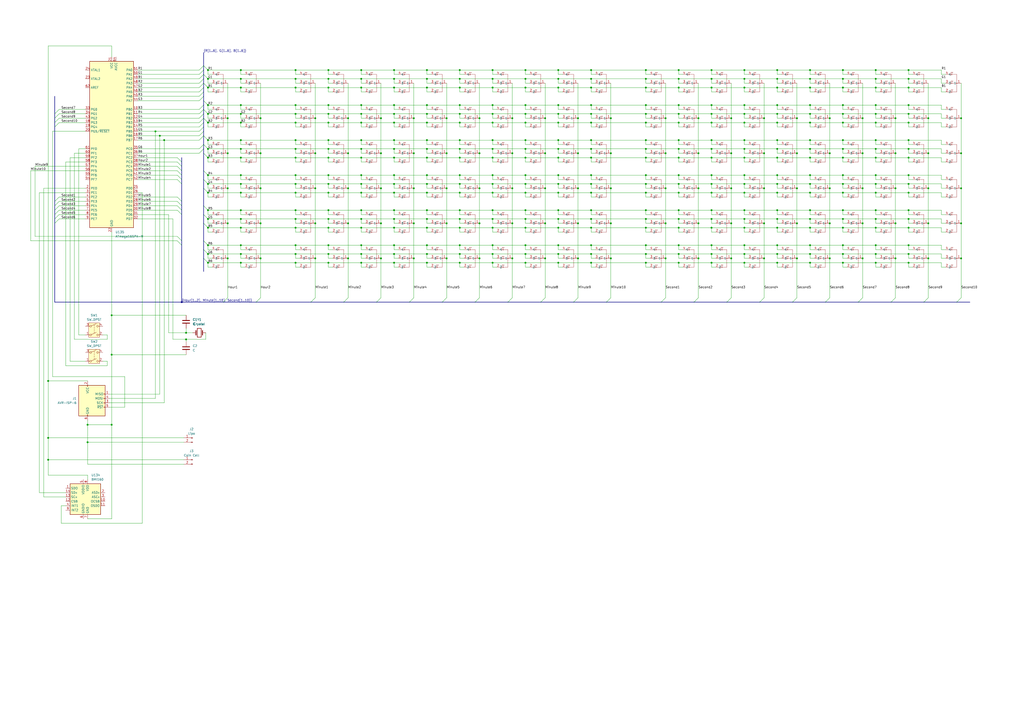
<source format=kicad_sch>
(kicad_sch (version 20250114) (generator "eeschema") (generator_version "9.0")
  (paper "A2")
  (junction (at 519.43 88.9))
  (junction (at 469.9 101.6))
  (junction (at 508 91.44))
  (junction (at 171.45 121.92))
  (junction (at 190.5 40.64))
  (junction (at 209.55 101.6))
  (junction (at 443.23 109.22))
  (junction (at 538.48 88.9))
  (junction (at 393.7 121.92))
  (junction (at 405.13 109.22))
  (junction (at 469.9 152.4))
  (junction (at 139.7 86.36))
  (junction (at 120.65 45.72))
  (junction (at 171.45 60.96))
  (junction (at 508 81.28))
  (junction (at 412.75 45.72))
  (junction (at 462.28 88.9))
  (junction (at 323.85 60.96))
  (junction (at 266.7 81.28))
  (junction (at 508 101.6))
  (junction (at 266.7 121.92))
  (junction (at 220.98 88.9))
  (junction (at 285.75 132.08))
  (junction (at 488.95 40.64))
  (junction (at 139.7 71.12))
  (junction (at 374.65 147.32))
  (junction (at 508 121.92))
  (junction (at 450.85 66.04))
  (junction (at 469.9 66.04))
  (junction (at 393.7 152.4))
  (junction (at 335.28 149.86))
  (junction (at 209.55 142.24))
  (junction (at 342.9 40.64))
  (junction (at 285.75 81.28))
  (junction (at 393.7 81.28))
  (junction (at 469.9 86.36))
  (junction (at 190.5 71.12))
  (junction (at 139.7 127))
  (junction (at 342.9 142.24))
  (junction (at 374.65 60.96))
  (junction (at 393.7 45.72))
  (junction (at 450.85 142.24))
  (junction (at 469.9 50.8))
  (junction (at 386.08 109.22))
  (junction (at 285.75 121.92))
  (junction (at 171.45 106.68))
  (junction (at 266.7 142.24))
  (junction (at 171.45 127))
  (junction (at 469.9 127))
  (junction (at 488.95 142.24))
  (junction (at 323.85 81.28))
  (junction (at 412.75 50.8))
  (junction (at 266.7 106.68))
  (junction (at 285.75 106.68))
  (junction (at 374.65 71.12))
  (junction (at 266.7 132.08))
  (junction (at 538.48 68.58))
  (junction (at 481.33 149.86))
  (junction (at 557.53 109.22))
  (junction (at 201.93 149.86))
  (junction (at 508 71.12))
  (junction (at 139.7 142.24))
  (junction (at 488.95 81.28))
  (junction (at 259.08 68.58))
  (junction (at 151.13 68.58))
  (junction (at 228.6 101.6))
  (junction (at 538.48 149.86))
  (junction (at 508 66.04))
  (junction (at 431.8 121.92))
  (junction (at 107.95 193.04))
  (junction (at 469.9 40.64))
  (junction (at 557.53 129.54))
  (junction (at 443.23 129.54))
  (junction (at 393.7 106.68))
  (junction (at 431.8 40.64))
  (junction (at 424.18 68.58))
  (junction (at 450.85 60.96))
  (junction (at 171.45 86.36))
  (junction (at 374.65 66.04))
  (junction (at 323.85 40.64))
  (junction (at 323.85 142.24))
  (junction (at 431.8 71.12))
  (junction (at 323.85 147.32))
  (junction (at 220.98 68.58))
  (junction (at 412.75 66.04))
  (junction (at 27.94 220.98))
  (junction (at 266.7 147.32))
  (junction (at 228.6 111.76))
  (junction (at 431.8 45.72))
  (junction (at 323.85 86.36))
  (junction (at 412.75 81.28))
  (junction (at 228.6 71.12))
  (junction (at 342.9 121.92))
  (junction (at 488.95 91.44))
  (junction (at 304.8 71.12))
  (junction (at 139.7 111.76))
  (junction (at 342.9 101.6))
  (junction (at 508 127))
  (junction (at 374.65 127))
  (junction (at 431.8 111.76))
  (junction (at 316.23 149.86))
  (junction (at 247.65 71.12))
  (junction (at 95.25 81.28))
  (junction (at 443.23 149.86))
  (junction (at 450.85 40.64))
  (junction (at 190.5 121.92))
  (junction (at 304.8 152.4))
  (junction (at 139.7 152.4))
  (junction (at 139.7 147.32))
  (junction (at 151.13 129.54))
  (junction (at 488.95 132.08))
  (junction (at 297.18 68.58))
  (junction (at 519.43 129.54))
  (junction (at 304.8 111.76))
  (junction (at 488.95 127))
  (junction (at 527.05 101.6))
  (junction (at 374.65 81.28))
  (junction (at 304.8 66.04))
  (junction (at 266.7 40.64))
  (junction (at 527.05 91.44))
  (junction (at 209.55 45.72))
  (junction (at 209.55 50.8))
  (junction (at 316.23 88.9))
  (junction (at 278.13 129.54))
  (junction (at 182.88 88.9))
  (junction (at 120.65 101.6))
  (junction (at 374.65 111.76))
  (junction (at 450.85 91.44))
  (junction (at 500.38 149.86))
  (junction (at 354.33 129.54))
  (junction (at 412.75 101.6))
  (junction (at 139.7 60.96))
  (junction (at 228.6 81.28))
  (junction (at 247.65 81.28))
  (junction (at 323.85 91.44))
  (junction (at 120.65 50.8))
  (junction (at 171.45 147.32))
  (junction (at 266.7 50.8))
  (junction (at 393.7 40.64))
  (junction (at 247.65 45.72))
  (junction (at 201.93 109.22))
  (junction (at 304.8 50.8))
  (junction (at 527.05 45.72))
  (junction (at 393.7 86.36))
  (junction (at 527.05 66.04))
  (junction (at 201.93 68.58))
  (junction (at 500.38 88.9))
  (junction (at 342.9 91.44))
  (junction (at 182.88 149.86))
  (junction (at 386.08 149.86))
  (junction (at 481.33 68.58))
  (junction (at 220.98 129.54))
  (junction (at 266.7 101.6))
  (junction (at 488.95 45.72))
  (junction (at 240.03 149.86))
  (junction (at 354.33 68.58))
  (junction (at 209.55 127))
  (junction (at 431.8 101.6))
  (junction (at 424.18 129.54))
  (junction (at 519.43 68.58))
  (junction (at 120.65 142.24))
  (junction (at 500.38 109.22))
  (junction (at 488.95 66.04))
  (junction (at 488.95 86.36))
  (junction (at 209.55 81.28))
  (junction (at 64.77 246.38))
  (junction (at 374.65 132.08))
  (junction (at 412.75 121.92))
  (junction (at 557.53 88.9))
  (junction (at 228.6 60.96))
  (junction (at 342.9 127))
  (junction (at 190.5 45.72))
  (junction (at 139.7 50.8))
  (junction (at 424.18 109.22))
  (junction (at 405.13 129.54))
  (junction (at 335.28 88.9))
  (junction (at 182.88 129.54))
  (junction (at 412.75 111.76))
  (junction (at 285.75 45.72))
  (junction (at 431.8 132.08))
  (junction (at 527.05 71.12))
  (junction (at 171.45 66.04))
  (junction (at 228.6 86.36))
  (junction (at 335.28 129.54))
  (junction (at 431.8 50.8))
  (junction (at 405.13 68.58))
  (junction (at 190.5 66.04))
  (junction (at 297.18 149.86))
  (junction (at 538.48 129.54))
  (junction (at 209.55 111.76))
  (junction (at 527.05 127))
  (junction (at 190.5 147.32))
  (junction (at 342.9 106.68))
  (junction (at 386.08 129.54))
  (junction (at 469.9 71.12))
  (junction (at 247.65 127))
  (junction (at 469.9 121.92))
  (junction (at 247.65 91.44))
  (junction (at 354.33 88.9))
  (junction (at 228.6 121.92))
  (junction (at 120.65 147.32))
  (junction (at 171.45 71.12))
  (junction (at 107.95 196.85))
  (junction (at 209.55 152.4))
  (junction (at 450.85 81.28))
  (junction (at 527.05 142.24))
  (junction (at 557.53 149.86))
  (junction (at 105.41 175.26))
  (junction (at 342.9 50.8))
  (junction (at 278.13 68.58))
  (junction (at 527.05 152.4))
  (junction (at 304.8 81.28))
  (junction (at 450.85 132.08))
  (junction (at 247.65 66.04))
  (junction (at 405.13 88.9))
  (junction (at 297.18 88.9))
  (junction (at 508 45.72))
  (junction (at 412.75 132.08))
  (junction (at 120.65 86.36))
  (junction (at 469.9 60.96))
  (junction (at 27.94 266.7))
  (junction (at 323.85 45.72))
  (junction (at 508 86.36))
  (junction (at 405.13 149.86))
  (junction (at 228.6 142.24))
  (junction (at 508 147.32))
  (junction (at 171.45 50.8))
  (junction (at 412.75 71.12))
  (junction (at 247.65 121.92))
  (junction (at 488.95 152.4))
  (junction (at 412.75 152.4))
  (junction (at 431.8 86.36))
  (junction (at 462.28 129.54))
  (junction (at 285.75 50.8))
  (junction (at 247.65 101.6))
  (junction (at 450.85 147.32))
  (junction (at 171.45 91.44))
  (junction (at 182.88 109.22))
  (junction (at 285.75 66.04))
  (junction (at 424.18 149.86))
  (junction (at 285.75 60.96))
  (junction (at 469.9 111.76))
  (junction (at 431.8 127))
  (junction (at 393.7 132.08))
  (junction (at 462.28 68.58))
  (junction (at 120.65 127))
  (junction (at 259.08 149.86))
  (junction (at 120.65 91.44))
  (junction (at 209.55 66.04))
  (junction (at 412.75 127))
  (junction (at 228.6 132.08))
  (junction (at 285.75 71.12))
  (junction (at 431.8 106.68))
  (junction (at 247.65 111.76))
  (junction (at 182.88 68.58))
  (junction (at 469.9 91.44))
  (junction (at 374.65 50.8))
  (junction (at 323.85 71.12))
  (junction (at 304.8 40.64))
  (junction (at 209.55 60.96))
  (junction (at 278.13 149.86))
  (junction (at 527.05 147.32))
  (junction (at 228.6 152.4))
  (junction (at 323.85 121.92))
  (junction (at 508 142.24))
  (junction (at 171.45 132.08))
  (junction (at 374.65 152.4))
  (junction (at 488.95 71.12))
  (junction (at 431.8 81.28))
  (junction (at 120.65 40.64))
  (junction (at 412.75 106.68))
  (junction (at 342.9 81.28))
  (junction (at 374.65 142.24))
  (junction (at 151.13 109.22))
  (junction (at 335.28 109.22))
  (junction (at 151.13 88.9))
  (junction (at 201.93 129.54))
  (junction (at 285.75 40.64))
  (junction (at 508 60.96))
  (junction (at 209.55 121.92))
  (junction (at 171.45 45.72))
  (junction (at 431.8 60.96))
  (junction (at 240.03 109.22))
  (junction (at 190.5 81.28))
  (junction (at 190.5 142.24))
  (junction (at 304.8 45.72))
  (junction (at 139.7 91.44))
  (junction (at 240.03 129.54))
  (junction (at 266.7 127))
  (junction (at 209.55 71.12))
  (junction (at 443.23 88.9))
  (junction (at 228.6 106.68))
  (junction (at 190.5 111.76))
  (junction (at 342.9 111.76))
  (junction (at 431.8 152.4))
  (junction (at 132.08 109.22))
  (junction (at 508 40.64))
  (junction (at 354.33 109.22))
  (junction (at 171.45 81.28))
  (junction (at 220.98 149.86))
  (junction (at 139.7 106.68))
  (junction (at 386.08 88.9))
  (junction (at 527.05 81.28))
  (junction (at 120.65 152.4))
  (junction (at 190.5 152.4))
  (junction (at 342.9 45.72))
  (junction (at 304.8 91.44))
  (junction (at 190.5 91.44))
  (junction (at 342.9 147.32))
  (junction (at 450.85 152.4))
  (junction (at 90.17 76.2))
  (junction (at 247.65 40.64))
  (junction (at 412.75 91.44))
  (junction (at 316.23 129.54))
  (junction (at 488.95 101.6))
  (junction (at 527.05 60.96))
  (junction (at 450.85 101.6))
  (junction (at 450.85 86.36))
  (junction (at 500.38 68.58))
  (junction (at 120.65 60.96))
  (junction (at 266.7 45.72))
  (junction (at 500.38 129.54))
  (junction (at 209.55 132.08))
  (junction (at 323.85 50.8))
  (junction (at 297.18 129.54))
  (junction (at 266.7 66.04))
  (junction (at 151.13 149.86))
  (junction (at 431.8 66.04))
  (junction (at 201.93 88.9))
  (junction (at 190.5 86.36))
  (junction (at 228.6 147.32))
  (junction (at 469.9 45.72))
  (junction (at 443.23 68.58))
  (junction (at 285.75 101.6))
  (junction (at 393.7 101.6))
  (junction (at 393.7 127))
  (junction (at 342.9 71.12))
  (junction (at 304.8 132.08))
  (junction (at 393.7 60.96))
  (junction (at 139.7 132.08))
  (junction (at 342.9 66.04))
  (junction (at 323.85 152.4))
  (junction (at 92.71 78.74))
  (junction (at 190.5 127))
  (junction (at 240.03 88.9))
  (junction (at 304.8 121.92))
  (junction (at 557.53 68.58))
  (junction (at 316.23 109.22))
  (junction (at 519.43 149.86))
  (junction (at 450.85 121.92))
  (junction (at 323.85 101.6))
  (junction (at 469.9 106.68))
  (junction (at 527.05 111.76))
  (junction (at 412.75 142.24))
  (junction (at 259.08 88.9))
  (junction (at 374.65 45.72))
  (junction (at 342.9 152.4))
  (junction (at 304.8 101.6))
  (junction (at 374.65 101.6))
  (junction (at 266.7 86.36))
  (junction (at 247.65 50.8))
  (junction (at 374.65 106.68))
  (junction (at 508 152.4))
  (junction (at 285.75 111.76))
  (junction (at 27.94 254))
  (junction (at 266.7 152.4))
  (junction (at 171.45 142.24))
  (junction (at 393.7 71.12))
  (junction (at 228.6 66.04))
  (junction (at 431.8 91.44))
  (junction (at 120.65 71.12))
  (junction (at 527.05 121.92))
  (junction (at 139.7 66.04))
  (junction (at 304.8 60.96))
  (junction (at 450.85 106.68))
  (junction (at 393.7 66.04))
  (junction (at 209.55 86.36))
  (junction (at 469.9 81.28))
  (junction (at 247.65 132.08))
  (junction (at 374.65 121.92))
  (junction (at 297.18 109.22))
  (junction (at 304.8 127))
  (junction (at 228.6 45.72))
  (junction (at 304.8 147.32))
  (junction (at 354.33 149.86))
  (junction (at 171.45 40.64))
  (junction (at 527.05 132.08))
  (junction (at 247.65 147.32))
  (junction (at 462.28 109.22))
  (junction (at 527.05 50.8))
  (junction (at 323.85 106.68))
  (junction (at 209.55 147.32))
  (junction (at 431.8 142.24))
  (junction (at 266.7 111.76))
  (junction (at 508 106.68))
  (junction (at 220.98 109.22))
  (junction (at 209.55 40.64))
  (junction (at 228.6 50.8))
  (junction (at 132.08 129.54))
  (junction (at 120.65 106.68))
  (junction (at 393.7 142.24))
  (junction (at 538.48 109.22))
  (junction (at 209.55 106.68))
  (junction (at 247.65 86.36))
  (junction (at 304.8 86.36))
  (junction (at 450.85 50.8))
  (junction (at 139.7 121.92))
  (junction (at 469.9 142.24))
  (junction (at 393.7 147.32))
  (junction (at 259.08 109.22))
  (junction (at 304.8 142.24))
  (junction (at 424.18 88.9))
  (junction (at 171.45 101.6))
  (junction (at 139.7 40.64))
  (junction (at 190.5 106.68))
  (junction (at 278.13 109.22))
  (junction (at 431.8 147.32))
  (junction (at 488.95 121.92))
  (junction (at 469.9 132.08))
  (junction (at 266.7 91.44))
  (junction (at 323.85 111.76))
  (junction (at 527.05 40.64))
  (junction (at 132.08 149.86))
  (junction (at 190.5 132.08))
  (junction (at 285.75 91.44))
  (junction (at 412.75 60.96))
  (junction (at 412.75 86.36))
  (junction (at 342.9 132.08))
  (junction (at 132.08 88.9))
  (junction (at 481.33 129.54))
  (junction (at 171.45 111.76))
  (junction (at 285.75 142.24))
  (junction (at 508 132.08))
  (junction (at 323.85 127))
  (junction (at 316.23 68.58))
  (junction (at 266.7 60.96))
  (junction (at 527.05 106.68))
  (junction (at 247.65 106.68))
  (junction (at 323.85 66.04))
  (junction (at 488.95 111.76))
  (junction (at 488.95 50.8))
  (junction (at 120.65 121.92))
  (junction (at 508 111.76))
  (junction (at 508 50.8))
  (junction (at 304.8 106.68))
  (junction (at 412.75 147.32))
  (junction (at 285.75 127))
  (junction (at 139.7 101.6))
  (junction (at 120.65 111.76))
  (junction (at 450.85 111.76))
  (junction (at 64.77 205.74))
  (junction (at 342.9 60.96))
  (junction (at 519.43 109.22))
  (junction (at 450.85 127))
  (junction (at 139.7 81.28))
  (junction (at 393.7 111.76))
  (junction (at 247.65 142.24))
  (junction (at 374.65 86.36))
  (junction (at 450.85 45.72))
  (junction (at 393.7 50.8))
  (junction (at 469.9 147.32))
  (junction (at 462.28 149.86))
  (junction (at 488.95 106.68))
  (junction (at 240.03 68.58))
  (junction (at 266.7 71.12))
  (junction (at 50.8 256.54))
  (junction (at 285.75 152.4))
  (junction (at 190.5 101.6))
  (junction (at 228.6 40.64))
  (junction (at 64.77 182.88))
  (junction (at 412.75 40.64))
  (junction (at 228.6 91.44))
  (junction (at 120.65 132.08))
  (junction (at 393.7 91.44))
  (junction (at 488.95 60.96))
  (junction (at 481.33 109.22))
  (junction (at 190.5 50.8))
  (junction (at 190.5 60.96))
  (junction (at 527.05 86.36))
  (junction (at 171.45 152.4))
  (junction (at 120.65 66.04))
  (junction (at 139.7 45.72))
  (junction (at 50.8 246.38))
  (junction (at 278.13 88.9))
  (junction (at 259.08 129.54))
  (junction (at 374.65 40.64))
  (junction (at 335.28 68.58))
  (junction (at 228.6 127))
  (junction (at 481.33 88.9))
  (junction (at 374.65 91.44))
  (junction (at 386.08 68.58))
  (junction (at 247.65 152.4))
  (junction (at 323.85 132.08))
  (junction (at 450.85 71.12))
  (junction (at 120.65 81.28))
  (junction (at 488.95 147.32))
  (junction (at 285.75 147.32))
  (junction (at 247.65 60.96))
  (junction (at 209.55 91.44))
  (junction (at 342.9 86.36))
  (junction (at 285.75 86.36))
  (junction (at 132.08 68.58))
  (bus_entry (at 459.74 175.26) (size 2.54 -2.54))
  (bus_entry (at 118.11 58.42) (size 2.54 2.54))
  (bus_entry (at 105.41 106.68) (size -2.54 -2.54))
  (bus_entry (at 237.49 175.26) (size 2.54 -2.54))
  (bus_entry (at 118.11 78.74) (size -2.54 2.54))
  (bus_entry (at 31.75 73.66) (size 2.54 -2.54))
  (bus_entry (at 440.69 175.26) (size 2.54 -2.54))
  (bus_entry (at 105.41 101.6) (size -2.54 -2.54))
  (bus_entry (at 118.11 48.26) (size 2.54 2.54))
  (bus_entry (at 105.41 119.38) (size -2.54 -2.54))
  (bus_entry (at 118.11 71.12) (size -2.54 2.54))
  (bus_entry (at 118.11 60.96) (size -2.54 2.54))
  (bus_entry (at 383.54 175.26) (size 2.54 -2.54))
  (bus_entry (at 118.11 63.5) (size 2.54 2.54))
  (bus_entry (at 118.11 38.1) (size 2.54 2.54))
  (bus_entry (at 31.75 68.58) (size 2.54 -2.54))
  (bus_entry (at 118.11 40.64) (size -2.54 2.54))
  (bus_entry (at 118.11 66.04) (size -2.54 2.54))
  (bus_entry (at 118.11 53.34) (size -2.54 2.54))
  (bus_entry (at 554.99 175.26) (size 2.54 -2.54))
  (bus_entry (at 118.11 124.46) (size 2.54 2.54))
  (bus_entry (at 118.11 68.58) (size 2.54 2.54))
  (bus_entry (at 31.75 66.04) (size 2.54 -2.54))
  (bus_entry (at 118.11 99.06) (size 2.54 2.54))
  (bus_entry (at 31.75 71.12) (size 2.54 -2.54))
  (bus_entry (at 31.75 124.46) (size 2.54 -2.54))
  (bus_entry (at 118.11 55.88) (size -2.54 2.54))
  (bus_entry (at 118.11 88.9) (size 2.54 2.54))
  (bus_entry (at 31.75 119.38) (size 2.54 -2.54))
  (bus_entry (at 148.59 175.26) (size 2.54 -2.54))
  (bus_entry (at 31.75 116.84) (size 2.54 -2.54))
  (bus_entry (at 118.11 149.86) (size 2.54 2.54))
  (bus_entry (at 118.11 45.72) (size -2.54 2.54))
  (bus_entry (at 31.75 129.54) (size 2.54 -2.54))
  (bus_entry (at 118.11 86.36) (size -2.54 2.54))
  (bus_entry (at 332.74 175.26) (size 2.54 -2.54))
  (bus_entry (at 313.69 175.26) (size 2.54 -2.54))
  (bus_entry (at 402.59 175.26) (size 2.54 -2.54))
  (bus_entry (at 118.11 73.66) (size -2.54 2.54))
  (bus_entry (at 105.41 124.46) (size -2.54 -2.54))
  (bus_entry (at 516.89 175.26) (size 2.54 -2.54))
  (bus_entry (at 256.54 175.26) (size 2.54 -2.54))
  (bus_entry (at 118.11 104.14) (size 2.54 2.54))
  (bus_entry (at 478.79 175.26) (size 2.54 -2.54))
  (bus_entry (at 118.11 139.7) (size 2.54 2.54))
  (bus_entry (at 421.64 175.26) (size 2.54 -2.54))
  (bus_entry (at 105.41 93.98) (size -2.54 -2.54))
  (bus_entry (at 118.11 43.18) (size -2.54 2.54))
  (bus_entry (at 118.11 68.58) (size -2.54 2.54))
  (bus_entry (at 118.11 48.26) (size -2.54 2.54))
  (bus_entry (at 31.75 127) (size 2.54 -2.54))
  (bus_entry (at 129.54 175.26) (size 2.54 -2.54))
  (bus_entry (at 275.59 175.26) (size 2.54 -2.54))
  (bus_entry (at 118.11 78.74) (size 2.54 2.54))
  (bus_entry (at 118.11 43.18) (size 2.54 2.54))
  (bus_entry (at 351.79 175.26) (size 2.54 -2.54))
  (bus_entry (at 118.11 109.22) (size 2.54 2.54))
  (bus_entry (at 105.41 139.7) (size -2.54 -2.54))
  (bus_entry (at 105.41 116.84) (size -2.54 -2.54))
  (bus_entry (at 497.84 175.26) (size 2.54 -2.54))
  (bus_entry (at 118.11 144.78) (size 2.54 2.54))
  (bus_entry (at 105.41 104.14) (size -2.54 -2.54))
  (bus_entry (at 535.94 175.26) (size 2.54 -2.54))
  (bus_entry (at 118.11 83.82) (size -2.54 2.54))
  (bus_entry (at 118.11 129.54) (size 2.54 2.54))
  (bus_entry (at 218.44 175.26) (size 2.54 -2.54))
  (bus_entry (at 294.64 175.26) (size 2.54 -2.54))
  (bus_entry (at 180.34 175.26) (size 2.54 -2.54))
  (bus_entry (at 118.11 50.8) (size -2.54 2.54))
  (bus_entry (at 199.39 175.26) (size 2.54 -2.54))
  (bus_entry (at 118.11 83.82) (size 2.54 2.54))
  (bus_entry (at 105.41 96.52) (size -2.54 -2.54))
  (bus_entry (at 105.41 99.06) (size -2.54 -2.54))
  (bus_entry (at 105.41 121.92) (size -2.54 -2.54))
  (bus_entry (at 31.75 121.92) (size 2.54 -2.54))
  (bus_entry (at 118.11 63.5) (size -2.54 2.54))
  (bus_entry (at 118.11 38.1) (size -2.54 2.54))
  (bus_entry (at 118.11 119.38) (size 2.54 2.54))
  (bus_entry (at 105.41 142.24) (size -2.54 -2.54))
  (bus_entry (at 118.11 76.2) (size -2.54 2.54))
  (wire (pts (xy 107.95 190.5) (xy 107.95 193.04)))
  (wire (pts (xy 228.6 73.66) (xy 231.14 73.66)))
  (wire (pts (xy 431.8 83.82) (xy 434.34 83.82)))
  (wire (pts (xy 304.8 154.94) (xy 307.34 154.94)))
  (wire (pts (xy 469.9 111.76) (xy 488.95 111.76)))
  (wire (pts (xy 412.75 48.26) (xy 412.75 45.72)))
  (wire (pts (xy 412.75 104.14) (xy 412.75 101.6)))
  (wire (pts (xy 139.7 71.12) (xy 171.45 71.12)))
  (wire (pts (xy 139.7 152.4) (xy 171.45 152.4)))
  (wire (pts (xy 412.75 68.58) (xy 412.75 66.04)))
  (wire (pts (xy 25.4 109.22) (xy 49.53 109.22)))
  (wire (pts (xy 393.7 124.46) (xy 393.7 121.92)))
  (wire (pts (xy 342.9 68.58) (xy 342.9 66.04)))
  (wire (pts (xy 500.38 109.22) (xy 500.38 129.54)))
  (wire (pts (xy 412.75 43.18) (xy 412.75 40.64)))
  (wire (pts (xy 266.7 134.62) (xy 269.24 134.62)))
  (wire (pts (xy 450.85 109.22) (xy 453.39 109.22)))
  (wire (pts (xy 120.65 109.22) (xy 120.65 106.68)))
  (wire (pts (xy 500.38 88.9) (xy 500.38 109.22)))
  (wire (pts (xy 393.7 144.78) (xy 396.24 144.78)))
  (wire (pts (xy 500.38 48.26) (xy 500.38 68.58)))
  (bus (pts (xy 118.11 76.2) (xy 118.11 78.74)))
  (wire (pts (xy 45.72 86.36) (xy 49.53 86.36)))
  (wire (pts (xy 190.5 101.6) (xy 209.55 101.6)))
  (wire (pts (xy 412.75 127) (xy 431.8 127)))
  (wire (pts (xy 209.55 71.12) (xy 228.6 71.12)))
  (wire (pts (xy 285.75 40.64) (xy 304.8 40.64)))
  (wire (pts (xy 266.7 43.18) (xy 269.24 43.18)))
  (wire (pts (xy 424.18 129.54) (xy 424.18 149.86)))
  (wire (pts (xy 92.71 78.74) (xy 115.57 78.74)))
  (wire (pts (xy 304.8 68.58) (xy 307.34 68.58)))
  (bus (pts (xy 118.11 99.06) (xy 118.11 104.14)))
  (wire (pts (xy 374.65 144.78) (xy 374.65 142.24)))
  (wire (pts (xy 508 101.6) (xy 508 104.14)))
  (wire (pts (xy 393.7 129.54) (xy 393.7 127)))
  (wire (pts (xy 190.5 132.08) (xy 209.55 132.08)))
  (wire (pts (xy 247.65 40.64) (xy 266.7 40.64)))
  (wire (pts (xy 285.75 144.78) (xy 288.29 144.78)))
  (wire (pts (xy 120.65 129.54) (xy 120.65 127)))
  (wire (pts (xy 508 101.6) (xy 527.05 101.6)))
  (wire (pts (xy 209.55 93.98) (xy 212.09 93.98)))
  (wire (pts (xy 201.93 88.9) (xy 201.93 109.22)))
  (wire (pts (xy 209.55 91.44) (xy 228.6 91.44)))
  (wire (pts (xy 247.65 129.54) (xy 250.19 129.54)))
  (wire (pts (xy 538.48 48.26) (xy 538.48 68.58)))
  (wire (pts (xy 285.75 129.54) (xy 288.29 129.54)))
  (wire (pts (xy 342.9 48.26) (xy 342.9 45.72)))
  (wire (pts (xy 508 142.24) (xy 527.05 142.24)))
  (wire (pts (xy 304.8 121.92) (xy 323.85 121.92)))
  (wire (pts (xy 285.75 154.94) (xy 288.29 154.94)))
  (wire (pts (xy 508 53.34) (xy 510.54 53.34)))
  (wire (pts (xy 80.01 96.52) (xy 102.87 96.52)))
  (wire (pts (xy 469.9 43.18) (xy 472.44 43.18)))
  (wire (pts (xy 120.65 53.34) (xy 123.19 53.34)))
  (wire (pts (xy 209.55 43.18) (xy 212.09 43.18)))
  (wire (pts (xy 171.45 81.28) (xy 190.5 81.28)))
  (wire (pts (xy 190.5 81.28) (xy 209.55 81.28)))
  (wire (pts (xy 123.19 48.26) (xy 120.65 48.26)))
  (wire (pts (xy 323.85 149.86) (xy 326.39 149.86)))
  (wire (pts (xy 342.9 71.12) (xy 374.65 71.12)))
  (wire (pts (xy 45.72 194.31) (xy 45.72 86.36)))
  (wire (pts (xy 139.7 129.54) (xy 142.24 129.54)))
  (wire (pts (xy 450.85 134.62) (xy 453.39 134.62)))
  (wire (pts (xy 527.05 40.64) (xy 546.1 40.64)))
  (wire (pts (xy 63.5 228.6) (xy 92.71 228.6)))
  (wire (pts (xy 508 132.08) (xy 527.05 132.08)))
  (wire (pts (xy 412.75 124.46) (xy 415.29 124.46)))
  (wire (pts (xy 201.93 48.26) (xy 201.93 68.58)))
  (wire (pts (xy 266.7 66.04) (xy 285.75 66.04)))
  (wire (pts (xy 190.5 91.44) (xy 209.55 91.44)))
  (wire (pts (xy 508 134.62) (xy 510.54 134.62)))
  (wire (pts (xy 412.75 147.32) (xy 431.8 147.32)))
  (wire (pts (xy 171.45 144.78) (xy 173.99 144.78)))
  (wire (pts (xy 171.45 93.98) (xy 171.45 91.44)))
  (wire (pts (xy 469.9 81.28) (xy 488.95 81.28)))
  (wire (pts (xy 151.13 88.9) (xy 151.13 109.22)))
  (bus (pts (xy 31.75 73.66) (xy 31.75 116.84)))
  (wire (pts (xy 316.23 149.86) (xy 316.23 172.72)))
  (wire (pts (xy 508 121.92) (xy 527.05 121.92)))
  (wire (pts (xy 488.95 68.58) (xy 491.49 68.58)))
  (wire (pts (xy 412.75 53.34) (xy 415.29 53.34)))
  (wire (pts (xy 120.65 114.3) (xy 123.19 114.3)))
  (wire (pts (xy 247.65 91.44) (xy 266.7 91.44)))
  (wire (pts (xy 80.01 91.44) (xy 102.87 91.44)))
  (wire (pts (xy 488.95 60.96) (xy 488.95 63.5)))
  (wire (pts (xy 488.95 60.96) (xy 508 60.96)))
  (wire (pts (xy 342.9 83.82) (xy 342.9 81.28)))
  (wire (pts (xy 171.45 88.9) (xy 173.99 88.9)))
  (wire (pts (xy 139.7 154.94) (xy 139.7 152.4)))
  (wire (pts (xy 374.65 93.98) (xy 377.19 93.98)))
  (wire (pts (xy 450.85 147.32) (xy 450.85 149.86)))
  (wire (pts (xy 64.77 300.99) (xy 64.77 246.38)))
  (wire (pts (xy 323.85 104.14) (xy 323.85 101.6)))
  (bus (pts (xy 497.84 175.26) (xy 516.89 175.26)))
  (wire (pts (xy 120.65 48.26) (xy 120.65 45.72)))
  (wire (pts (xy 247.65 50.8) (xy 266.7 50.8)))
  (wire (pts (xy 342.9 88.9) (xy 345.44 88.9)))
  (wire (pts (xy 488.95 104.14) (xy 491.49 104.14)))
  (wire (pts (xy 247.65 134.62) (xy 247.65 132.08)))
  (wire (pts (xy 443.23 48.26) (xy 443.23 68.58)))
  (wire (pts (xy 393.7 106.68) (xy 412.75 106.68)))
  (wire (pts (xy 285.75 68.58) (xy 285.75 66.04)))
  (wire (pts (xy 412.75 104.14) (xy 415.29 104.14)))
  (wire (pts (xy 546.1 132.08) (xy 546.1 134.62)))
  (wire (pts (xy 323.85 43.18) (xy 326.39 43.18)))
  (wire (pts (xy 424.18 48.26) (xy 424.18 68.58)))
  (wire (pts (xy 190.5 121.92) (xy 209.55 121.92)))
  (bus (pts (xy 118.11 68.58) (xy 118.11 71.12)))
  (wire (pts (xy 323.85 88.9) (xy 326.39 88.9)))
  (wire (pts (xy 139.7 81.28) (xy 171.45 81.28)))
  (wire (pts (xy 527.05 144.78) (xy 529.59 144.78)))
  (wire (pts (xy 139.7 114.3) (xy 139.7 111.76)))
  (wire (pts (xy 431.8 53.34) (xy 434.34 53.34)))
  (wire (pts (xy 209.55 111.76) (xy 228.6 111.76)))
  (wire (pts (xy 469.9 60.96) (xy 469.9 63.5)))
  (wire (pts (xy 139.7 43.18) (xy 139.7 40.64)))
  (wire (pts (xy 538.48 68.58) (xy 538.48 88.9)))
  (wire (pts (xy 190.5 73.66) (xy 190.5 71.12)))
  (wire (pts (xy 412.75 83.82) (xy 412.75 81.28)))
  (wire (pts (xy 228.6 127) (xy 247.65 127)))
  (wire (pts (xy 431.8 91.44) (xy 450.85 91.44)))
  (wire (pts (xy 139.7 68.58) (xy 142.24 68.58)))
  (wire (pts (xy 304.8 127) (xy 323.85 127)))
  (wire (pts (xy 80.01 88.9) (xy 115.57 88.9)))
  (wire (pts (xy 342.9 142.24) (xy 374.65 142.24)))
  (wire (pts (xy 412.75 144.78) (xy 412.75 142.24)))
  (wire (pts (xy 247.65 132.08) (xy 266.7 132.08)))
  (wire (pts (xy 335.28 88.9) (xy 335.28 109.22)))
  (wire (pts (xy 139.7 91.44) (xy 171.45 91.44)))
  (wire (pts (xy 450.85 132.08) (xy 469.9 132.08)))
  (wire (pts (xy 151.13 129.54) (xy 151.13 149.86)))
  (wire (pts (xy 469.9 109.22) (xy 472.44 109.22)))
  (wire (pts (xy 304.8 60.96) (xy 323.85 60.96)))
  (wire (pts (xy 557.53 48.26) (xy 557.53 68.58)))
  (wire (pts (xy 546.1 104.14) (xy 548.64 104.14)))
  (wire (pts (xy 469.9 149.86) (xy 472.44 149.86)))
  (wire (pts (xy 527.05 50.8) (xy 546.1 50.8)))
  (wire (pts (xy 304.8 114.3) (xy 304.8 111.76)))
  (wire (pts (xy 247.65 124.46) (xy 250.19 124.46)))
  (wire (pts (xy 443.23 109.22) (xy 443.23 129.54)))
  (wire (pts (xy 304.8 43.18) (xy 304.8 40.64)))
  (wire (pts (xy 139.7 104.14) (xy 139.7 101.6)))
  (wire (pts (xy 469.9 48.26) (xy 472.44 48.26)))
  (wire (pts (xy 285.75 134.62) (xy 288.29 134.62)))
  (wire (pts (xy 209.55 83.82) (xy 212.09 83.82)))
  (wire (pts (xy 450.85 60.96) (xy 469.9 60.96)))
  (wire (pts (xy 527.05 93.98) (xy 529.59 93.98)))
  (wire (pts (xy 488.95 132.08) (xy 488.95 134.62)))
  (wire (pts (xy 342.9 86.36) (xy 374.65 86.36)))
  (wire (pts (xy 462.28 129.54) (xy 462.28 149.86)))
  (wire (pts (xy 393.7 114.3) (xy 396.24 114.3)))
  (wire (pts (xy 450.85 132.08) (xy 450.85 134.62)))
  (wire (pts (xy 393.7 88.9) (xy 393.7 86.36)))
  (wire (pts (xy 266.7 68.58) (xy 266.7 66.04)))
  (wire (pts (xy 393.7 53.34) (xy 396.24 53.34)))
  (wire (pts (xy 450.85 45.72) (xy 450.85 48.26)))
  (bus (pts (xy 118.11 58.42) (xy 118.11 60.96)))
  (wire (pts (xy 450.85 81.28) (xy 450.85 83.82)))
  (wire (pts (xy 469.9 147.32) (xy 469.9 149.86)))
  (wire (pts (xy 488.95 43.18) (xy 491.49 43.18)))
  (wire (pts (xy 374.65 53.34) (xy 374.65 50.8)))
  (wire (pts (xy 266.7 53.34) (xy 269.24 53.34)))
  (wire (pts (xy 431.8 66.04) (xy 450.85 66.04)))
  (wire (pts (xy 546.1 40.64) (xy 546.1 43.18)))
  (wire (pts (xy 266.7 45.72) (xy 285.75 45.72)))
  (wire (pts (xy 304.8 50.8) (xy 323.85 50.8)))
  (wire (pts (xy 247.65 43.18) (xy 250.19 43.18)))
  (wire (pts (xy 412.75 68.58) (xy 415.29 68.58)))
  (wire (pts (xy 488.95 48.26) (xy 491.49 48.26)))
  (wire (pts (xy 182.88 88.9) (xy 182.88 109.22)))
  (wire (pts (xy 488.95 106.68) (xy 508 106.68)))
  (bus (pts (xy 118.11 50.8) (xy 118.11 53.34)))
  (wire (pts (xy 285.75 60.96) (xy 304.8 60.96)))
  (wire (pts (xy 190.5 53.34) (xy 190.5 50.8)))
  (wire (pts (xy 30.48 76.2) (xy 49.53 76.2)))
  (wire (pts (xy 190.5 43.18) (xy 190.5 40.64)))
  (wire (pts (xy 107.95 198.12) (xy 107.95 196.85)))
  (wire (pts (xy 488.95 86.36) (xy 508 86.36)))
  (wire (pts (xy 488.95 71.12) (xy 488.95 73.66)))
  (wire (pts (xy 323.85 48.26) (xy 326.39 48.26)))
  (wire (pts (xy 228.6 129.54) (xy 228.6 127)))
  (wire (pts (xy 139.7 40.64) (xy 171.45 40.64)))
  (bus (pts (xy 31.75 68.58) (xy 31.75 71.12)))
  (wire (pts (xy 209.55 53.34) (xy 209.55 50.8)))
  (wire (pts (xy 546.1 73.66) (xy 548.64 73.66)))
  (wire (pts (xy 508 66.04) (xy 527.05 66.04)))
  (wire (pts (xy 412.75 134.62) (xy 412.75 132.08)))
  (bus (pts (xy 118.11 83.82) (xy 118.11 86.36)))
  (wire (pts (xy 247.65 66.04) (xy 266.7 66.04)))
  (wire (pts (xy 393.7 83.82) (xy 393.7 81.28)))
  (wire (pts (xy 488.95 83.82) (xy 491.49 83.82)))
  (bus (pts (xy 118.11 119.38) (xy 118.11 124.46)))
  (wire (pts (xy 43.18 196.85) (xy 43.18 88.9)))
  (wire (pts (xy 469.9 81.28) (xy 469.9 83.82)))
  (wire (pts (xy 393.7 73.66) (xy 393.7 71.12)))
  (wire (pts (xy 266.7 152.4) (xy 285.75 152.4)))
  (bus (pts (xy 313.69 175.26) (xy 332.74 175.26)))
  (wire (pts (xy 190.5 71.12) (xy 209.55 71.12)))
  (wire (pts (xy 386.08 109.22) (xy 386.08 129.54)))
  (wire (pts (xy 374.65 40.64) (xy 393.7 40.64)))
  (bus (pts (xy 31.75 116.84) (xy 31.75 119.38)))
  (bus (pts (xy 31.75 71.12) (xy 31.75 73.66)))
  (wire (pts (xy 342.9 109.22) (xy 342.9 106.68)))
  (wire (pts (xy 285.75 106.68) (xy 304.8 106.68)))
  (bus (pts (xy 118.11 53.34) (xy 118.11 55.88)))
  (wire (pts (xy 171.45 144.78) (xy 171.45 142.24)))
  (wire (pts (xy 132.08 88.9) (xy 132.08 109.22)))
  (wire (pts (xy 546.1 60.96) (xy 546.1 63.5)))
  (wire (pts (xy 450.85 91.44) (xy 469.9 91.44)))
  (wire (pts (xy 374.65 114.3) (xy 377.19 114.3)))
  (wire (pts (xy 546.1 109.22) (xy 548.64 109.22)))
  (wire (pts (xy 120.65 66.04) (xy 139.7 66.04)))
  (wire (pts (xy 488.95 93.98) (xy 491.49 93.98)))
  (wire (pts (xy 190.5 63.5) (xy 193.04 63.5)))
  (wire (pts (xy 139.7 86.36) (xy 171.45 86.36)))
  (wire (pts (xy 342.9 154.94) (xy 345.44 154.94)))
  (wire (pts (xy 450.85 147.32) (xy 469.9 147.32)))
  (wire (pts (xy 171.45 48.26) (xy 171.45 45.72)))
  (wire (pts (xy 323.85 83.82) (xy 323.85 81.28)))
  (wire (pts (xy 342.9 114.3) (xy 342.9 111.76)))
  (wire (pts (xy 443.23 129.54) (xy 443.23 149.86)))
  (wire (pts (xy 171.45 142.24) (xy 190.5 142.24)))
  (wire (pts (xy 431.8 106.68) (xy 431.8 109.22)))
  (wire (pts (xy 304.8 114.3) (xy 307.34 114.3)))
  (wire (pts (xy 107.95 193.04) (xy 111.76 193.04)))
  (wire (pts (xy 139.7 83.82) (xy 142.24 83.82)))
  (wire (pts (xy 209.55 83.82) (xy 209.55 81.28)))
  (wire (pts (xy 106.68 266.7) (xy 27.94 266.7)))
  (wire (pts (xy 240.03 109.22) (xy 240.03 129.54)))
  (wire (pts (xy 508 43.18) (xy 510.54 43.18)))
  (wire (pts (xy 393.7 134.62) (xy 396.24 134.62)))
  (wire (pts (xy 34.29 114.3) (xy 49.53 114.3)))
  (wire (pts (xy 190.5 149.86) (xy 193.04 149.86)))
  (wire (pts (xy 209.55 132.08) (xy 228.6 132.08)))
  (wire (pts (xy 247.65 93.98) (xy 250.19 93.98)))
  (wire (pts (xy 546.1 127) (xy 546.1 129.54)))
  (wire (pts (xy 285.75 147.32) (xy 304.8 147.32)))
  (wire (pts (xy 412.75 88.9) (xy 415.29 88.9)))
  (wire (pts (xy 374.65 60.96) (xy 393.7 60.96)))
  (wire (pts (xy 469.9 50.8) (xy 469.9 53.34)))
  (wire (pts (xy 171.45 129.54) (xy 173.99 129.54)))
  (wire (pts (xy 17.78 99.06) (xy 17.78 139.7)))
  (wire (pts (xy 393.7 114.3) (xy 393.7 111.76)))
  (wire (pts (xy 527.05 83.82) (xy 529.59 83.82)))
  (wire (pts (xy 412.75 40.64) (xy 431.8 40.64)))
  (wire (pts (xy 120.65 121.92) (xy 139.7 121.92)))
  (wire (pts (xy 469.9 68.58) (xy 472.44 68.58)))
  (wire (pts (xy 393.7 129.54) (xy 396.24 129.54)))
  (wire (pts (xy 120.65 124.46) (xy 123.19 124.46)))
  (wire (pts (xy 171.45 121.92) (xy 190.5 121.92)))
  (wire (pts (xy 38.1 285.75) (xy 22.86 285.75)))
  (bus (pts (xy 118.11 38.1) (xy 118.11 40.64)))
  (wire (pts (xy 527.05 121.92) (xy 546.1 121.92)))
  (wire (pts (xy 527.05 68.58) (xy 529.59 68.58)))
  (wire (pts (xy 120.65 63.5) (xy 120.65 60.96)))
  (wire (pts (xy 285.75 45.72) (xy 304.8 45.72)))
  (wire (pts (xy 190.5 45.72) (xy 209.55 45.72)))
  (wire (pts (xy 34.29 127) (xy 49.53 127)))
  (wire (pts (xy 228.6 134.62) (xy 231.14 134.62)))
  (wire (pts (xy 209.55 152.4) (xy 228.6 152.4)))
  (wire (pts (xy 190.5 60.96) (xy 209.55 60.96)))
  (wire (pts (xy 488.95 152.4) (xy 508 152.4)))
  (wire (pts (xy 80.01 43.18) (xy 115.57 43.18)))
  (wire (pts (xy 469.9 83.82) (xy 472.44 83.82)))
  (wire (pts (xy 374.65 121.92) (xy 393.7 121.92)))
  (wire (pts (xy 374.65 129.54) (xy 377.19 129.54)))
  (wire (pts (xy 171.45 132.08) (xy 190.5 132.08)))
  (wire (pts (xy 469.9 106.68) (xy 488.95 106.68)))
  (wire (pts (xy 63.5 231.14) (xy 90.17 231.14)))
  (wire (pts (xy 304.8 124.46) (xy 304.8 121.92)))
  (wire (pts (xy 519.43 88.9) (xy 519.43 109.22)))
  (wire (pts (xy 323.85 104.14) (xy 326.39 104.14)))
  (wire (pts (xy 412.75 134.62) (xy 415.29 134.62)))
  (wire (pts (xy 120.65 53.34) (xy 120.65 50.8)))
  (bus (pts (xy 478.79 175.26) (xy 497.84 175.26)))
  (wire (pts (xy 323.85 147.32) (xy 342.9 147.32)))
  (wire (pts (xy 323.85 68.58) (xy 326.39 68.58)))
  (wire (pts (xy 374.65 142.24) (xy 393.7 142.24)))
  (wire (pts (xy 508 81.28) (xy 527.05 81.28)))
  (wire (pts (xy 120.65 71.12) (xy 139.7 71.12)))
  (wire (pts (xy 266.7 88.9) (xy 269.24 88.9)))
  (wire (pts (xy 443.23 68.58) (xy 443.23 88.9)))
  (wire (pts (xy 304.8 101.6) (xy 323.85 101.6)))
  (wire (pts (xy 431.8 101.6) (xy 450.85 101.6)))
  (wire (pts (xy 546.1 154.94) (xy 548.64 154.94)))
  (wire (pts (xy 450.85 40.64) (xy 450.85 43.18)))
  (wire (pts (xy 527.05 101.6) (xy 546.1 101.6)))
  (wire (pts (xy 228.6 147.32) (xy 247.65 147.32)))
  (wire (pts (xy 342.9 104.14) (xy 345.44 104.14)))
  (wire (pts (xy 209.55 144.78) (xy 212.09 144.78)))
  (wire (pts (xy 209.55 104.14) (xy 212.09 104.14)))
  (wire (pts (xy 431.8 101.6) (xy 431.8 104.14)))
  (wire (pts (xy 120.65 132.08) (xy 139.7 132.08)))
  (wire (pts (xy 190.5 109.22) (xy 190.5 106.68)))
  (wire (pts (xy 431.8 121.92) (xy 431.8 124.46)))
  (wire (pts (xy 450.85 101.6) (xy 469.9 101.6)))
  (bus (pts (xy 332.74 175.26) (xy 351.79 175.26)))
  (wire (pts (xy 27.94 275.59) (xy 27.94 266.7)))
  (wire (pts (xy 50.8 256.54) (xy 50.8 246.38)))
  (wire (pts (xy 209.55 134.62) (xy 209.55 132.08)))
  (wire (pts (xy 431.8 50.8) (xy 431.8 53.34)))
  (wire (pts (xy 335.28 129.54) (xy 335.28 149.86)))
  (wire (pts (xy 508 48.26) (xy 510.54 48.26)))
  (wire (pts (xy 139.7 104.14) (xy 142.24 104.14)))
  (wire (pts (xy 412.75 142.24) (xy 431.8 142.24)))
  (wire (pts (xy 266.7 127) (xy 285.75 127)))
  (wire (pts (xy 285.75 81.28) (xy 304.8 81.28)))
  (wire (pts (xy 49.53 194.31) (xy 45.72 194.31)))
  (wire (pts (xy 297.18 149.86) (xy 297.18 172.72)))
  (wire (pts (xy 266.7 144.78) (xy 266.7 142.24)))
  (wire (pts (xy 120.65 73.66) (xy 123.19 73.66)))
  (wire (pts (xy 393.7 109.22) (xy 396.24 109.22)))
  (wire (pts (xy 431.8 71.12) (xy 450.85 71.12)))
  (wire (pts (xy 393.7 43.18) (xy 396.24 43.18)))
  (wire (pts (xy 374.65 88.9) (xy 377.19 88.9)))
  (wire (pts (xy 323.85 40.64) (xy 342.9 40.64)))
  (wire (pts (xy 171.45 129.54) (xy 171.45 127)))
  (wire (pts (xy 393.7 149.86) (xy 396.24 149.86)))
  (bus (pts (xy 105.41 142.24) (xy 105.41 175.26)))
  (wire (pts (xy 266.7 104.14) (xy 266.7 101.6)))
  (wire (pts (xy 35.56 293.37) (xy 35.56 303.53)))
  (wire (pts (xy 450.85 104.14) (xy 453.39 104.14)))
  (wire (pts (xy 209.55 154.94) (xy 212.09 154.94)))
  (wire (pts (xy 469.9 147.32) (xy 488.95 147.32)))
  (wire (pts (xy 90.17 76.2) (xy 90.17 231.14)))
  (wire (pts (xy 508 127) (xy 508 129.54)))
  (wire (pts (xy 139.7 63.5) (xy 142.24 63.5)))
  (wire (pts (xy 173.99 43.18) (xy 171.45 43.18)))
  (wire (pts (xy 342.9 129.54) (xy 345.44 129.54)))
  (wire (pts (xy 488.95 111.76) (xy 488.95 114.3)))
  (wire (pts (xy 228.6 40.64) (xy 247.65 40.64)))
  (bus (pts (xy 105.41 104.14) (xy 105.41 106.68)))
  (wire (pts (xy 228.6 83.82) (xy 228.6 81.28)))
  (wire (pts (xy 50.8 278.13) (xy 50.8 275.59)))
  (wire (pts (xy 266.7 81.28) (xy 285.75 81.28)))
  (wire (pts (xy 190.5 93.98) (xy 193.04 93.98)))
  (wire (pts (xy 228.6 121.92) (xy 247.65 121.92)))
  (wire (pts (xy 132.08 149.86) (xy 132.08 172.72)))
  (wire (pts (xy 247.65 83.82) (xy 250.19 83.82)))
  (wire (pts (xy 405.13 88.9) (xy 405.13 109.22)))
  (wire (pts (xy 139.7 73.66) (xy 142.24 73.66)))
  (wire (pts (xy 119.38 193.04) (xy 119.38 196.85)))
  (wire (pts (xy 171.45 114.3) (xy 173.99 114.3)))
  (wire (pts (xy 266.7 149.86) (xy 266.7 147.32)))
  (wire (pts (xy 209.55 48.26) (xy 209.55 45.72)))
  (wire (pts (xy 228.6 93.98) (xy 228.6 91.44)))
  (wire (pts (xy 527.05 86.36) (xy 527.05 88.9)))
  (wire (pts (xy 354.33 88.9) (xy 354.33 109.22)))
  (wire (pts (xy 508 50.8) (xy 508 53.34)))
  (wire (pts (xy 132.08 48.26) (xy 132.08 68.58)))
  (wire (pts (xy 323.85 63.5) (xy 323.85 60.96)))
  (wire (pts (xy 538.48 88.9) (xy 538.48 109.22)))
  (wire (pts (xy 431.8 121.92) (xy 450.85 121.92)))
  (wire (pts (xy 431.8 154.94) (xy 434.34 154.94)))
  (wire (pts (xy 209.55 121.92) (xy 228.6 121.92)))
  (wire (pts (xy 209.55 124.46) (xy 209.55 121.92)))
  (wire (pts (xy 201.93 129.54) (xy 201.93 149.86)))
  (bus (pts (xy 105.41 121.92) (xy 105.41 124.46)))
  (wire (pts (xy 469.9 142.24) (xy 488.95 142.24)))
  (wire (pts (xy 393.7 48.26) (xy 393.7 45.72)))
  (wire (pts (xy 450.85 60.96) (xy 450.85 63.5)))
  (wire (pts (xy 304.8 147.32) (xy 323.85 147.32)))
  (wire (pts (xy 450.85 66.04) (xy 450.85 68.58)))
  (wire (pts (xy 120.65 106.68) (xy 139.7 106.68)))
  (bus (pts (xy 118.11 109.22) (xy 118.11 119.38)))
  (wire (pts (xy 107.95 196.85) (xy 119.38 196.85)))
  (wire (pts (xy 450.85 50.8) (xy 469.9 50.8)))
  (wire (pts (xy 374.65 129.54) (xy 374.65 127)))
  (wire (pts (xy 285.75 43.18) (xy 288.29 43.18)))
  (wire (pts (xy 342.9 53.34) (xy 342.9 50.8)))
  (wire (pts (xy 304.8 104.14) (xy 307.34 104.14)))
  (wire (pts (xy 508 86.36) (xy 508 88.9)))
  (wire (pts (xy 304.8 152.4) (xy 323.85 152.4)))
  (wire (pts (xy 374.65 43.18) (xy 374.65 40.64)))
  (wire (pts (xy 285.75 144.78) (xy 285.75 142.24)))
  (wire (pts (xy 100.33 127) (xy 80.01 127)))
  (wire (pts (xy 247.65 149.86) (xy 250.19 149.86)))
  (wire (pts (xy 342.9 144.78) (xy 345.44 144.78)))
  (wire (pts (xy 259.08 68.58) (xy 259.08 88.9)))
  (wire (pts (xy 508 152.4) (xy 527.05 152.4)))
  (wire (pts (xy 259.08 109.22) (xy 259.08 129.54)))
  (wire (pts (xy 259.08 149.86) (xy 259.08 172.72)))
  (wire (pts (xy 450.85 63.5) (xy 453.39 63.5)))
  (wire (pts (xy 527.05 60.96) (xy 546.1 60.96)))
  (wire (pts (xy 34.29 119.38) (xy 49.53 119.38)))
  (wire (pts (xy 469.9 50.8) (xy 488.95 50.8)))
  (wire (pts (xy 297.18 88.9) (xy 297.18 109.22)))
  (wire (pts (xy 247.65 111.76) (xy 266.7 111.76)))
  (wire (pts (xy 527.05 106.68) (xy 546.1 106.68)))
  (wire (pts (xy 546.1 152.4) (xy 546.1 154.94)))
  (wire (pts (xy 469.9 142.24) (xy 469.9 144.78)))
  (bus (pts (xy 31.75 129.54) (xy 31.75 175.26)))
  (wire (pts (xy 40.64 91.44) (xy 40.64 209.55)))
  (wire (pts (xy 488.95 40.64) (xy 508 40.64)))
  (wire (pts (xy 228.6 88.9) (xy 231.14 88.9)))
  (bus (pts (xy 31.75 127) (xy 31.75 129.54)))
  (wire (pts (xy 412.75 114.3) (xy 412.75 111.76)))
  (wire (pts (xy 171.45 149.86) (xy 173.99 149.86)))
  (wire (pts (xy 316.23 48.26) (xy 316.23 68.58)))
  (wire (pts (xy 139.7 101.6) (xy 171.45 101.6)))
  (wire (pts (xy 469.9 45.72) (xy 488.95 45.72)))
  (wire (pts (xy 304.8 106.68) (xy 323.85 106.68)))
  (wire (pts (xy 266.7 101.6) (xy 285.75 101.6)))
  (wire (pts (xy 393.7 88.9) (xy 396.24 88.9)))
  (wire (pts (xy 342.9 73.66) (xy 345.44 73.66)))
  (wire (pts (xy 190.5 93.98) (xy 190.5 91.44)))
  (wire (pts (xy 285.75 104.14) (xy 288.29 104.14)))
  (wire (pts (xy 22.86 111.76) (xy 49.53 111.76)))
  (wire (pts (xy 190.5 48.26) (xy 190.5 45.72)))
  (wire (pts (xy 323.85 114.3) (xy 326.39 114.3)))
  (wire (pts (xy 412.75 149.86) (xy 412.75 147.32)))
  (wire (pts (xy 557.53 149.86) (xy 557.53 172.72)))
  (wire (pts (xy 120.65 104.14) (xy 123.19 104.14)))
  (wire (pts (xy 527.05 71.12) (xy 546.1 71.12)))
  (wire (pts (xy 285.75 127) (xy 304.8 127)))
  (wire (pts (xy 342.9 154.94) (xy 342.9 152.4)))
  (bus (pts (xy 118.11 88.9) (xy 118.11 99.06)))
  (bus (pts (xy 237.49 175.26) (xy 256.54 175.26)))
  (wire (pts (xy 508 68.58) (xy 510.54 68.58)))
  (wire (pts (xy 190.5 154.94) (xy 190.5 152.4)))
  (wire (pts (xy 519.43 68.58) (xy 519.43 88.9)))
  (wire (pts (xy 508 73.66) (xy 510.54 73.66)))
  (wire (pts (xy 190.5 144.78) (xy 190.5 142.24)))
  (wire (pts (xy 431.8 134.62) (xy 434.34 134.62)))
  (wire (pts (xy 266.7 60.96) (xy 285.75 60.96)))
  (wire (pts (xy 30.48 218.44) (xy 30.48 76.2)))
  (wire (pts (xy 431.8 111.76) (xy 431.8 114.3)))
  (wire (pts (xy 266.7 48.26) (xy 266.7 45.72)))
  (wire (pts (xy 171.45 50.8) (xy 190.5 50.8)))
  (wire (pts (xy 316.23 129.54) (xy 316.23 149.86)))
  (wire (pts (xy 285.75 142.24) (xy 304.8 142.24)))
  (wire (pts (xy 393.7 147.32) (xy 412.75 147.32)))
  (wire (pts (xy 431.8 114.3) (xy 434.34 114.3)))
  (wire (pts (xy 393.7 121.92) (xy 412.75 121.92)))
  (wire (pts (xy 488.95 73.66) (xy 491.49 73.66)))
  (wire (pts (xy 323.85 48.26) (xy 323.85 45.72)))
  (wire (pts (xy 25.4 109.22) (xy 25.4 288.29)))
  (bus (pts (xy 421.64 175.26) (xy 440.69 175.26)))
  (wire (pts (xy 171.45 53.34) (xy 173.99 53.34)))
  (wire (pts (xy 469.9 93.98) (xy 472.44 93.98)))
  (wire (pts (xy 342.9 83.82) (xy 345.44 83.82)))
  (wire (pts (xy 278.13 129.54) (xy 278.13 149.86)))
  (wire (pts (xy 469.9 121.92) (xy 469.9 124.46)))
  (wire (pts (xy 209.55 114.3) (xy 209.55 111.76)))
  (wire (pts (xy 63.5 233.68) (xy 95.25 233.68)))
  (wire (pts (xy 519.43 109.22) (xy 519.43 129.54)))
  (wire (pts (xy 527.05 81.28) (xy 546.1 81.28)))
  (bus (pts (xy 118.11 73.66) (xy 118.11 76.2)))
  (wire (pts (xy 508 147.32) (xy 527.05 147.32)))
  (wire (pts (xy 450.85 154.94) (xy 453.39 154.94)))
  (wire (pts (xy 469.9 86.36) (xy 488.95 86.36)))
  (wire (pts (xy 38.1 293.37) (xy 35.56 293.37)))
  (wire (pts (xy 508 149.86) (xy 510.54 149.86)))
  (wire (pts (xy 139.7 73.66) (xy 139.7 71.12)))
  (bus (pts (xy 180.34 175.26) (xy 199.39 175.26)))
  (wire (pts (xy 240.03 48.26) (xy 240.03 68.58)))
  (wire (pts (xy 527.05 109.22) (xy 529.59 109.22)))
  (wire (pts (xy 247.65 73.66) (xy 247.65 71.12)))
  (wire (pts (xy 34.29 68.58) (xy 49.53 68.58)))
  (wire (pts (xy 228.6 101.6) (xy 247.65 101.6)))
  (wire (pts (xy 393.7 111.76) (xy 412.75 111.76)))
  (wire (pts (xy 546.1 66.04) (xy 546.1 68.58)))
  (wire (pts (xy 412.75 45.72) (xy 431.8 45.72)))
  (wire (pts (xy 488.95 147.32) (xy 488.95 149.86)))
  (wire (pts (xy 171.45 73.66) (xy 171.45 71.12)))
  (wire (pts (xy 190.5 68.58) (xy 190.5 66.04)))
  (wire (pts (xy 354.33 129.54) (xy 354.33 149.86)))
  (wire (pts (xy 285.75 83.82) (xy 288.29 83.82)))
  (wire (pts (xy 139.7 88.9) (xy 139.7 86.36)))
  (wire (pts (xy 431.8 63.5) (xy 434.34 63.5)))
  (bus (pts (xy 118.11 30.48) (xy 118.11 38.1)))
  (wire (pts (xy 220.98 88.9) (xy 220.98 109.22)))
  (wire (pts (xy 209.55 63.5) (xy 212.09 63.5)))
  (wire (pts (xy 120.65 111.76) (xy 139.7 111.76)))
  (wire (pts (xy 342.9 134.62) (xy 342.9 132.08)))
  (wire (pts (xy 266.7 129.54) (xy 266.7 127)))
  (wire (pts (xy 190.5 114.3) (xy 190.5 111.76)))
  (wire (pts (xy 412.75 106.68) (xy 431.8 106.68)))
  (wire (pts (xy 527.05 121.92) (xy 527.05 124.46)))
  (wire (pts (xy 431.8 106.68) (xy 450.85 106.68)))
  (wire (pts (xy 393.7 142.24) (xy 412.75 142.24)))
  (wire (pts (xy 546.1 48.26) (xy 548.64 48.26)))
  (wire (pts (xy 247.65 154.94) (xy 250.19 154.94)))
  (wire (pts (xy 120.65 93.98) (xy 120.65 91.44)))
  (bus (pts (xy 294.64 175.26) (xy 313.69 175.26)))
  (wire (pts (xy 285.75 149.86) (xy 285.75 147.32)))
  (wire (pts (xy 527.05 132.08) (xy 546.1 132.08)))
  (bus (pts (xy 118.11 139.7) (xy 118.11 144.78)))
  (wire (pts (xy 342.9 121.92) (xy 374.65 121.92)))
  (wire (pts (xy 228.6 93.98) (xy 231.14 93.98)))
  (wire (pts (xy 500.38 68.58) (xy 500.38 88.9)))
  (wire (pts (xy 209.55 53.34) (xy 212.09 53.34)))
  (wire (pts (xy 412.75 73.66) (xy 415.29 73.66)))
  (wire (pts (xy 285.75 114.3) (xy 285.75 111.76)))
  (wire (pts (xy 228.6 53.34) (xy 231.14 53.34)))
  (wire (pts (xy 228.6 109.22) (xy 228.6 106.68)))
  (bus (pts (xy 118.11 78.74) (xy 118.11 83.82)))
  (wire (pts (xy 100.33 196.85) (xy 107.95 196.85)))
  (wire (pts (xy 431.8 152.4) (xy 431.8 154.94)))
  (wire (pts (xy 304.8 48.26) (xy 304.8 45.72)))
  (wire (pts (xy 374.65 134.62) (xy 377.19 134.62)))
  (wire (pts (xy 412.75 66.04) (xy 431.8 66.04)))
  (wire (pts (xy 285.75 68.58) (xy 288.29 68.58)))
  (wire (pts (xy 450.85 88.9) (xy 453.39 88.9)))
  (wire (pts (xy 190.5 66.04) (xy 209.55 66.04)))
  (wire (pts (xy 412.75 152.4) (xy 431.8 152.4)))
  (wire (pts (xy 304.8 129.54) (xy 307.34 129.54)))
  (wire (pts (xy 190.5 129.54) (xy 193.04 129.54)))
  (wire (pts (xy 285.75 132.08) (xy 304.8 132.08)))
  (bus (pts (xy 31.75 66.04) (xy 31.75 68.58)))
  (wire (pts (xy 171.45 63.5) (xy 173.99 63.5)))
  (wire (pts (xy 450.85 53.34) (xy 453.39 53.34)))
  (wire (pts (xy 139.7 154.94) (xy 142.24 154.94)))
  (wire (pts (xy 247.65 101.6) (xy 266.7 101.6)))
  (wire (pts (xy 63.5 236.22) (xy 72.39 236.22)))
  (wire (pts (xy 278.13 149.86) (xy 278.13 172.72)))
  (wire (pts (xy 228.6 66.04) (xy 247.65 66.04)))
  (wire (pts (xy 450.85 83.82) (xy 453.39 83.82)))
  (bus (pts (xy 118.11 149.86) (xy 118.11 157.48)))
  (wire (pts (xy 120.65 149.86) (xy 123.19 149.86)))
  (wire (pts (xy 527.05 129.54) (xy 529.59 129.54)))
  (wire (pts (xy 488.95 101.6) (xy 488.95 104.14)))
  (bus (pts (xy 402.59 175.26) (xy 421.64 175.26)))
  (wire (pts (xy 469.9 144.78) (xy 472.44 144.78)))
  (wire (pts (xy 247.65 63.5) (xy 250.19 63.5)))
  (wire (pts (xy 228.6 134.62) (xy 228.6 132.08)))
  (bus (pts (xy 554.99 175.26) (xy 562.61 175.26)))
  (bus (pts (xy 118.11 55.88) (xy 118.11 58.42)))
  (wire (pts (xy 450.85 45.72) (xy 469.9 45.72)))
  (wire (pts (xy 557.53 109.22) (xy 557.53 129.54)))
  (wire (pts (xy 190.5 127) (xy 209.55 127)))
  (wire (pts (xy 102.87 137.16) (xy 20.32 137.16)))
  (wire (pts (xy 266.7 114.3) (xy 269.24 114.3)))
  (wire (pts (xy 228.6 154.94) (xy 228.6 152.4)))
  (wire (pts (xy 139.7 68.58) (xy 139.7 66.04)))
  (wire (pts (xy 386.08 149.86) (xy 386.08 172.72)))
  (wire (pts (xy 469.9 104.14) (xy 472.44 104.14)))
  (wire (pts (xy 323.85 88.9) (xy 323.85 86.36)))
  (wire (pts (xy 488.95 81.28) (xy 488.95 83.82)))
  (wire (pts (xy 120.65 83.82) (xy 120.65 81.28)))
  (wire (pts (xy 139.7 149.86) (xy 139.7 147.32)))
  (wire (pts (xy 450.85 91.44) (xy 450.85 93.98)))
  (wire (pts (xy 393.7 53.34) (xy 393.7 50.8)))
  (wire (pts (xy 450.85 68.58) (xy 453.39 68.58)))
  (wire (pts (xy 323.85 93.98) (xy 326.39 93.98)))
  (wire (pts (xy 469.9 132.08) (xy 469.9 134.62)))
  (wire (pts (xy 190.5 147.32) (xy 209.55 147.32)))
  (wire (pts (xy 527.05 127) (xy 546.1 127)))
  (wire (pts (xy 354.33 109.22) (xy 354.33 129.54)))
  (wire (pts (xy 374.65 111.76) (xy 393.7 111.76)))
  (wire (pts (xy 393.7 60.96) (xy 412.75 60.96)))
  (wire (pts (xy 209.55 124.46) (xy 212.09 124.46)))
  (wire (pts (xy 481.33 109.22) (xy 481.33 129.54)))
  (wire (pts (xy 106.68 269.24) (xy 50.8 269.24)))
  (wire (pts (xy 285.75 63.5) (xy 288.29 63.5)))
  (wire (pts (xy 450.85 101.6) (xy 450.85 104.14)))
  (wire (pts (xy 488.95 154.94) (xy 491.49 154.94)))
  (wire (pts (xy 304.8 134.62) (xy 307.34 134.62)))
  (wire (pts (xy 228.6 144.78) (xy 228.6 142.24)))
  (wire (pts (xy 538.48 129.54) (xy 538.48 149.86)))
  (wire (pts (xy 20.32 96.52) (xy 49.53 96.52)))
  (wire (pts (xy 182.88 48.26) (xy 182.88 68.58)))
  (wire (pts (xy 393.7 154.94) (xy 396.24 154.94)))
  (wire (pts (xy 220.98 129.54) (xy 220.98 149.86)))
  (wire (pts (xy 546.1 50.8) (xy 546.1 53.34)))
  (wire (pts (xy 450.85 121.92) (xy 469.9 121.92)))
  (wire (pts (xy 120.65 81.28) (xy 139.7 81.28)))
  (wire (pts (xy 304.8 63.5) (xy 307.34 63.5)))
  (wire (pts (xy 120.65 154.94) (xy 120.65 152.4)))
  (wire (pts (xy 304.8 134.62) (xy 304.8 132.08)))
  (wire (pts (xy 450.85 111.76) (xy 450.85 114.3)))
  (wire (pts (xy 450.85 144.78) (xy 453.39 144.78)))
  (wire (pts (xy 527.05 142.24) (xy 546.1 142.24)))
  (wire (pts (xy 209.55 134.62) (xy 212.09 134.62)))
  (wire (pts (xy 546.1 124.46) (xy 548.64 124.46)))
  (wire (pts (xy 508 81.28) (xy 508 83.82)))
  (wire (pts (xy 90.17 76.2) (xy 115.57 76.2)))
  (bus (pts (xy 105.41 101.6) (xy 105.41 104.14)))
  (wire (pts (xy 304.8 132.08) (xy 323.85 132.08)))
  (wire (pts (xy 527.05 45.72) (xy 546.1 45.72)))
  (wire (pts (xy 190.5 50.8) (xy 209.55 50.8)))
  (wire (pts (xy 80.01 40.64) (xy 115.57 40.64)))
  (wire (pts (xy 190.5 152.4) (xy 209.55 152.4)))
  (wire (pts (xy 72.39 218.44) (xy 30.48 218.44)))
  (wire (pts (xy 431.8 144.78) (xy 434.34 144.78)))
  (wire (pts (xy 266.7 43.18) (xy 266.7 40.64)))
  (wire (pts (xy 431.8 43.18) (xy 434.34 43.18)))
  (wire (pts (xy 412.75 149.86) (xy 415.29 149.86)))
  (wire (pts (xy 247.65 48.26) (xy 250.19 48.26)))
  (wire (pts (xy 38.1 93.98) (xy 49.53 93.98)))
  (wire (pts (xy 450.85 142.24) (xy 469.9 142.24)))
  (wire (pts (xy 120.65 63.5) (xy 123.19 63.5)))
  (wire (pts (xy 431.8 93.98) (xy 434.34 93.98)))
  (wire (pts (xy 354.33 149.86) (xy 354.33 172.72)))
  (wire (pts (xy 374.65 124.46) (xy 377.19 124.46)))
  (wire (pts (xy 285.75 124.46) (xy 285.75 121.92)))
  (wire (pts (xy 508 45.72) (xy 508 48.26)))
  (wire (pts (xy 107.95 205.74) (xy 64.77 205.74)))
  (wire (pts (xy 64.77 134.62) (xy 64.77 182.88)))
  (wire (pts (xy 374.65 48.26) (xy 377.19 48.26)))
  (wire (pts (xy 488.95 144.78) (xy 491.49 144.78)))
  (wire (pts (xy 120.65 129.54) (xy 123.19 129.54)))
  (wire (pts (xy 209.55 149.86) (xy 212.09 149.86)))
  (wire (pts (xy 527.05 71.12) (xy 527.05 73.66)))
  (wire (pts (xy 323.85 154.94) (xy 326.39 154.94)))
  (wire (pts (xy 508 93.98) (xy 510.54 93.98)))
  (wire (pts (xy 412.75 48.26) (xy 415.29 48.26)))
  (wire (pts (xy 304.8 111.76) (xy 323.85 111.76)))
  (wire (pts (xy 228.6 109.22) (xy 231.14 109.22)))
  (wire (pts (xy 342.9 134.62) (xy 345.44 134.62)))
  (wire (pts (xy 139.7 147.32) (xy 171.45 147.32)))
  (wire (pts (xy 323.85 134.62) (xy 326.39 134.62)))
  (wire (pts (xy 508 114.3) (xy 510.54 114.3)))
  (wire (pts (xy 323.85 149.86) (xy 323.85 147.32)))
  (wire (pts (xy 285.75 149.86) (xy 288.29 149.86)))
  (wire (pts (xy 450.85 66.04) (xy 469.9 66.04)))
  (wire (pts (xy 462.28 68.58) (xy 462.28 88.9)))
  (wire (pts (xy 374.65 71.12) (xy 393.7 71.12)))
  (wire (pts (xy 508 71.12) (xy 508 73.66)))
  (wire (pts (xy 247.65 109.22) (xy 250.19 109.22)))
  (wire (pts (xy 171.45 48.26) (xy 173.99 48.26)))
  (wire (pts (xy 247.65 68.58) (xy 250.19 68.58)))
  (wire (pts (xy 527.05 50.8) (xy 527.05 53.34)))
  (wire (pts (xy 393.7 152.4) (xy 412.75 152.4)))
  (wire (pts (xy 342.9 144.78) (xy 342.9 142.24)))
  (wire (pts (xy 171.45 63.5) (xy 171.45 60.96)))
  (wire (pts (xy 508 104.14) (xy 510.54 104.14)))
  (wire (pts (xy 304.8 81.28) (xy 323.85 81.28)))
  (wire (pts (xy 374.65 53.34) (xy 377.19 53.34)))
  (wire (pts (xy 342.9 114.3) (xy 345.44 114.3)))
  (wire (pts (xy 266.7 147.32) (xy 285.75 147.32)))
  (wire (pts (xy 469.9 40.64) (xy 469.9 43.18)))
  (wire (pts (xy 431.8 50.8) (xy 450.85 50.8)))
  (wire (pts (xy 228.6 129.54) (xy 231.14 129.54)))
  (wire (pts (xy 266.7 121.92) (xy 285.75 121.92)))
  (wire (pts (xy 209.55 104.14) (xy 209.55 101.6)))
  (wire (pts (xy 247.65 104.14) (xy 247.65 101.6)))
  (wire (pts (xy 393.7 104.14) (xy 393.7 101.6)))
  (wire (pts (xy 450.85 127) (xy 469.9 127)))
  (wire (pts (xy 304.8 109.22) (xy 307.34 109.22)))
  (wire (pts (xy 342.9 81.28) (xy 374.65 81.28)))
  (wire (pts (xy 285.75 154.94) (xy 285.75 152.4)))
  (wire (pts (xy 171.45 43.18) (xy 171.45 40.64)))
  (wire (pts (xy 393.7 149.86) (xy 393.7 147.32)))
  (wire (pts (xy 546.1 45.72) (xy 546.1 48.26)))
  (wire (pts (xy 323.85 81.28) (xy 342.9 81.28)))
  (wire (pts (xy 304.8 91.44) (xy 323.85 91.44)))
  (wire (pts (xy 80.01 76.2) (xy 90.17 76.2)))
  (wire (pts (xy 190.5 40.64) (xy 209.55 40.64)))
  (wire (pts (xy 323.85 121.92) (xy 342.9 121.92)))
  (wire (pts (xy 190.5 83.82) (xy 190.5 81.28)))
  (wire (pts (xy 285.75 53.34) (xy 288.29 53.34)))
  (wire (pts (xy 139.7 83.82) (xy 139.7 81.28)))
  (wire (pts (xy 50.8 275.59) (xy 27.94 275.59)))
  (wire (pts (xy 120.65 152.4) (xy 139.7 152.4)))
  (wire (pts (xy 247.65 71.12) (xy 266.7 71.12)))
  (wire (pts (xy 266.7 83.82) (xy 269.24 83.82)))
  (wire (pts (xy 142.24 43.18) (xy 139.7 43.18)))
  (bus (pts (xy 105.41 93.98) (xy 105.41 96.52)))
  (wire (pts (xy 62.23 209.55) (xy 62.23 212.09)))
  (wire (pts (xy 247.65 88.9) (xy 247.65 86.36)))
  (wire (pts (xy 412.75 81.28) (xy 431.8 81.28)))
  (wire (pts (xy 342.9 93.98) (xy 342.9 91.44)))
  (wire (pts (xy 120.65 43.18) (xy 120.65 40.64)))
  (wire (pts (xy 285.75 114.3) (xy 288.29 114.3)))
  (wire (pts (xy 450.85 81.28) (xy 469.9 81.28)))
  (wire (pts (xy 431.8 124.46) (xy 434.34 124.46)))
  (wire (pts (xy 285.75 104.14) (xy 285.75 101.6)))
  (wire (pts (xy 304.8 68.58) (xy 304.8 66.04)))
  (wire (pts (xy 171.45 109.22) (xy 171.45 106.68)))
  (wire (pts (xy 527.05 124.46) (xy 529.59 124.46)))
  (wire (pts (xy 557.53 129.54) (xy 557.53 149.86)))
  (wire (pts (xy 342.9 127) (xy 374.65 127)))
  (wire (pts (xy 228.6 81.28) (xy 247.65 81.28)))
  (wire (pts (xy 323.85 53.34) (xy 323.85 50.8)))
  (wire (pts (xy 304.8 45.72) (xy 323.85 45.72)))
  (wire (pts (xy 412.75 101.6) (xy 431.8 101.6)))
  (wire (pts (xy 266.7 93.98) (xy 269.24 93.98)))
  (wire (pts (xy 546.1 149.86) (xy 548.64 149.86)))
  (wire (pts (xy 374.65 73.66) (xy 374.65 71.12)))
  (wire (pts (xy 316.23 109.22) (xy 316.23 129.54)))
  (wire (pts (xy 304.8 53.34) (xy 307.34 53.34)))
  (bus (pts (xy 105.41 175.26) (xy 129.54 175.26)))
  (wire (pts (xy 488.95 66.04) (xy 508 66.04)))
  (wire (pts (xy 62.23 196.85) (xy 62.23 194.31)))
  (wire (pts (xy 171.45 124.46) (xy 173.99 124.46)))
  (wire (pts (xy 17.78 99.06) (xy 49.53 99.06)))
  (wire (pts (xy 342.9 124.46) (xy 345.44 124.46)))
  (wire (pts (xy 247.65 53.34) (xy 247.65 50.8)))
  (wire (pts (xy 80.01 93.98) (xy 102.87 93.98)))
  (wire (pts (xy 120.65 104.14) (xy 120.65 101.6)))
  (wire (pts (xy 285.75 86.36) (xy 304.8 86.36)))
  (wire (pts (xy 488.95 134.62) (xy 491.49 134.62)))
  (wire (pts (xy 304.8 66.04) (xy 323.85 66.04)))
  (wire (pts (xy 228.6 43.18) (xy 228.6 40.64)))
  (wire (pts (xy 228.6 83.82) (xy 231.14 83.82)))
  (wire (pts (xy 20.32 137.16) (xy 20.32 96.52)))
  (wire (pts (xy 469.9 134.62) (xy 472.44 134.62)))
  (wire (pts (xy 228.6 114.3) (xy 228.6 111.76)))
  (wire (pts (xy 546.1 93.98) (xy 548.64 93.98)))
  (wire (pts (xy 209.55 66.04) (xy 228.6 66.04)))
  (wire (pts (xy 527.05 63.5) (xy 529.59 63.5)))
  (wire (pts (xy 323.85 53.34) (xy 326.39 53.34)))
  (wire (pts (xy 527.05 152.4) (xy 527.05 154.94)))
  (wire (pts (xy 443.23 88.9) (xy 443.23 109.22)))
  (wire (pts (xy 431.8 149.86) (xy 434.34 149.86)))
  (wire (pts (xy 190.5 88.9) (xy 190.5 86.36)))
  (wire (pts (xy 120.65 68.58) (xy 120.65 66.04)))
  (wire (pts (xy 342.9 66.04) (xy 374.65 66.04)))
  (wire (pts (xy 120.65 147.32) (xy 139.7 147.32)))
  (bus (pts (xy 535.94 175.26) (xy 554.99 175.26)))
  (wire (pts (xy 297.18 129.54) (xy 297.18 149.86)))
  (wire (pts (xy 266.7 154.94) (xy 269.24 154.94)))
  (wire (pts (xy 342.9 129.54) (xy 342.9 127)))
  (wire (pts (xy 247.65 63.5) (xy 247.65 60.96)))
  (wire (pts (xy 285.75 43.18) (xy 285.75 40.64)))
  (wire (pts (xy 190.5 86.36) (xy 209.55 86.36)))
  (wire (pts (xy 374.65 48.26) (xy 374.65 45.72)))
  (wire (pts (xy 469.9 73.66) (xy 472.44 73.66)))
  (wire (pts (xy 120.65 134.62) (xy 123.19 134.62)))
  (bus (pts (xy 256.54 175.26) (xy 275.59 175.26)))
  (wire (pts (xy 247.65 73.66) (xy 250.19 73.66)))
  (wire (pts (xy 508 63.5) (xy 510.54 63.5)))
  (wire (pts (xy 201.93 109.22) (xy 201.93 129.54)))
  (wire (pts (xy 469.9 101.6) (xy 469.9 104.14)))
  (wire (pts (xy 266.7 63.5) (xy 269.24 63.5)))
  (wire (pts (xy 488.95 106.68) (xy 488.95 109.22)))
  (wire (pts (xy 228.6 144.78) (xy 231.14 144.78)))
  (wire (pts (xy 508 109.22) (xy 510.54 109.22)))
  (wire (pts (xy 316.23 88.9) (xy 316.23 109.22)))
  (wire (pts (xy 386.08 88.9) (xy 386.08 109.22)))
  (wire (pts (xy 527.05 101.6) (xy 527.05 104.14)))
  (wire (pts (xy 139.7 111.76) (xy 171.45 111.76)))
  (wire (pts (xy 323.85 142.24) (xy 342.9 142.24)))
  (wire (pts (xy 247.65 142.24) (xy 266.7 142.24)))
  (wire (pts (xy 431.8 86.36) (xy 450.85 86.36)))
  (wire (pts (xy 266.7 88.9) (xy 266.7 86.36)))
  (wire (pts (xy 323.85 134.62) (xy 323.85 132.08)))
  (wire (pts (xy 431.8 73.66) (xy 434.34 73.66)))
  (wire (pts (xy 450.85 152.4) (xy 450.85 154.94)))
  (wire (pts (xy 424.18 68.58) (xy 424.18 88.9)))
  (wire (pts (xy 247.65 121.92) (xy 266.7 121.92)))
  (wire (pts (xy 266.7 93.98) (xy 266.7 91.44)))
  (wire (pts (xy 335.28 68.58) (xy 335.28 88.9)))
  (bus (pts (xy 516.89 175.26) (xy 535.94 175.26)))
  (wire (pts (xy 304.8 83.82) (xy 304.8 81.28)))
  (wire (pts (xy 95.25 81.28) (xy 115.57 81.28)))
  (wire (pts (xy 342.9 45.72) (xy 374.65 45.72)))
  (wire (pts (xy 488.95 111.76) (xy 508 111.76)))
  (wire (pts (xy 171.45 40.64) (xy 190.5 40.64)))
  (wire (pts (xy 247.65 106.68) (xy 266.7 106.68)))
  (bus (pts (xy 118.11 71.12) (xy 118.11 73.66)))
  (bus (pts (xy 118.11 124.46) (xy 118.11 129.54)))
  (wire (pts (xy 190.5 114.3) (xy 193.04 114.3)))
  (wire (pts (xy 393.7 127) (xy 412.75 127)))
  (bus (pts (xy 118.11 104.14) (xy 118.11 109.22)))
  (wire (pts (xy 80.01 121.92) (xy 102.87 121.92)))
  (wire (pts (xy 342.9 149.86) (xy 342.9 147.32)))
  (wire (pts (xy 139.7 124.46) (xy 142.24 124.46)))
  (wire (pts (xy 450.85 86.36) (xy 469.9 86.36)))
  (wire (pts (xy 80.01 78.74) (xy 92.71 78.74)))
  (wire (pts (xy 304.8 48.26) (xy 307.34 48.26)))
  (wire (pts (xy 342.9 106.68) (xy 374.65 106.68)))
  (wire (pts (xy 450.85 111.76) (xy 469.9 111.76)))
  (wire (pts (xy 190.5 134.62) (xy 190.5 132.08)))
  (wire (pts (xy 92.71 228.6) (xy 92.71 78.74)))
  (wire (pts (xy 228.6 104.14) (xy 231.14 104.14)))
  (wire (pts (xy 304.8 83.82) (xy 307.34 83.82)))
  (wire (pts (xy 431.8 45.72) (xy 450.85 45.72)))
  (wire (pts (xy 431.8 129.54) (xy 434.34 129.54)))
  (wire (pts (xy 412.75 43.18) (xy 415.29 43.18)))
  (wire (pts (xy 107.95 182.88) (xy 64.77 182.88)))
  (wire (pts (xy 393.7 124.46) (xy 396.24 124.46)))
  (bus (pts (xy 118.11 40.64) (xy 118.11 43.18)))
  (wire (pts (xy 393.7 154.94) (xy 393.7 152.4)))
  (wire (pts (xy 469.9 152.4) (xy 469.9 154.94)))
  (bus (pts (xy 105.41 139.7) (xy 105.41 142.24)))
  (wire (pts (xy 488.95 109.22) (xy 491.49 109.22)))
  (wire (pts (xy 546.1 63.5) (xy 548.64 63.5)))
  (wire (pts (xy 527.05 152.4) (xy 546.1 152.4)))
  (wire (pts (xy 80.01 124.46) (xy 97.79 124.46)))
  (wire (pts (xy 386.08 48.26) (xy 386.08 68.58)))
  (wire (pts (xy 412.75 154.94) (xy 415.29 154.94)))
  (wire (pts (xy 462.28 149.86) (xy 462.28 172.72)))
  (wire (pts (xy 431.8 132.08) (xy 431.8 134.62)))
  (wire (pts (xy 285.75 101.6) (xy 304.8 101.6)))
  (wire (pts (xy 342.9 93.98) (xy 345.44 93.98)))
  (wire (pts (xy 527.05 86.36) (xy 546.1 86.36)))
  (wire (pts (xy 266.7 73.66) (xy 269.24 73.66)))
  (wire (pts (xy 393.7 68.58) (xy 396.24 68.58)))
  (wire (pts (xy 285.75 48.26) (xy 288.29 48.26)))
  (wire (pts (xy 228.6 50.8) (xy 247.65 50.8)))
  (bus (pts (xy 105.41 124.46) (xy 105.41 139.7)))
  (wire (pts (xy 546.1 81.28) (xy 546.1 83.82)))
  (wire (pts (xy 228.6 60.96) (xy 247.65 60.96)))
  (wire (pts (xy 82.55 111.76) (xy 80.01 111.76)))
  (wire (pts (xy 527.05 132.08) (xy 527.05 134.62)))
  (wire (pts (xy 508 45.72) (xy 527.05 45.72)))
  (wire (pts (xy 354.33 68.58) (xy 354.33 88.9)))
  (wire (pts (xy 266.7 104.14) (xy 269.24 104.14)))
  (wire (pts (xy 469.9 63.5) (xy 472.44 63.5)))
  (wire (pts (xy 469.9 101.6) (xy 488.95 101.6)))
  (wire (pts (xy 120.65 154.94) (xy 123.19 154.94)))
  (wire (pts (xy 171.45 60.96) (xy 190.5 60.96)))
  (wire (pts (xy 139.7 106.68) (xy 171.45 106.68)))
  (wire (pts (xy 247.65 124.46) (xy 247.65 121.92)))
  (wire (pts (xy 285.75 129.54) (xy 285.75 127)))
  (wire (pts (xy 80.01 81.28) (xy 95.25 81.28)))
  (wire (pts (xy 546.1 43.18) (xy 548.64 43.18)))
  (wire (pts (xy 266.7 114.3) (xy 266.7 111.76)))
  (wire (pts (xy 374.65 86.36) (xy 393.7 86.36)))
  (wire (pts (xy 323.85 129.54) (xy 323.85 127)))
  (wire (pts (xy 259.08 48.26) (xy 259.08 68.58)))
  (wire (pts (xy 546.1 111.76) (xy 546.1 114.3)))
  (wire (pts (xy 450.85 114.3) (xy 453.39 114.3)))
  (wire (pts (xy 120.65 114.3) (xy 120.65 111.76)))
  (wire (pts (xy 412.75 109.22) (xy 412.75 106.68)))
  (wire (pts (xy 323.85 144.78) (xy 323.85 142.24)))
  (wire (pts (xy 469.9 40.64) (xy 488.95 40.64)))
  (wire (pts (xy 342.9 43.18) (xy 345.44 43.18)))
  (wire (pts (xy 171.45 68.58) (xy 171.45 66.04)))
  (wire (pts (xy 171.45 106.68) (xy 190.5 106.68)))
  (bus (pts (xy 459.74 175.26) (xy 478.79 175.26)))
  (wire (pts (xy 120.65 60.96) (xy 139.7 60.96)))
  (wire (pts (xy 247.65 127) (xy 266.7 127)))
  (wire (pts (xy 412.75 91.44) (xy 431.8 91.44)))
  (wire (pts (xy 488.95 121.92) (xy 488.95 124.46)))
  (wire (pts (xy 546.1 68.58) (xy 548.64 68.58)))
  (wire (pts (xy 209.55 154.94) (xy 209.55 152.4)))
  (wire (pts (xy 374.65 68.58) (xy 377.19 68.58)))
  (wire (pts (xy 304.8 43.18) (xy 307.34 43.18)))
  (wire (pts (xy 527.05 127) (xy 527.05 129.54)))
  (wire (pts (xy 508 129.54) (xy 510.54 129.54)))
  (wire (pts (xy 424.18 109.22) (xy 424.18 129.54)))
  (wire (pts (xy 412.75 144.78) (xy 415.29 144.78)))
  (wire (pts (xy 220.98 109.22) (xy 220.98 129.54)))
  (bus (pts (xy 31.75 55.88) (xy 31.75 66.04)))
  (wire (pts (xy 443.23 149.86) (xy 443.23 172.72)))
  (wire (pts (xy 62.23 212.09) (xy 38.1 212.09)))
  (wire (pts (xy 247.65 104.14) (xy 250.19 104.14)))
  (wire (pts (xy 120.65 88.9) (xy 123.19 88.9)))
  (wire (pts (xy 431.8 91.44) (xy 431.8 93.98)))
  (wire (pts (xy 27.94 26.67) (xy 27.94 220.98)))
  (wire (pts (xy 209.55 43.18) (xy 209.55 40.64)))
  (wire (pts (xy 469.9 127) (xy 469.9 129.54)))
  (wire (pts (xy 527.05 48.26) (xy 529.59 48.26)))
  (wire (pts (xy 228.6 104.14) (xy 228.6 101.6)))
  (wire (pts (xy 488.95 91.44) (xy 508 91.44)))
  (wire (pts (xy 304.8 124.46) (xy 307.34 124.46)))
  (wire (pts (xy 374.65 104.14) (xy 377.19 104.14)))
  (wire (pts (xy 469.9 152.4) (xy 488.95 152.4)))
  (wire (pts (xy 431.8 152.4) (xy 450.85 152.4)))
  (wire (pts (xy 527.05 66.04) (xy 527.05 68.58)))
  (wire (pts (xy 412.75 121.92) (xy 431.8 121.92)))
  (wire (pts (xy 527.05 111.76) (xy 546.1 111.76)))
  (wire (pts (xy 546.1 83.82) (xy 548.64 83.82)))
  (wire (pts (xy 431.8 71.12) (xy 431.8 73.66)))
  (wire (pts (xy 488.95 114.3) (xy 491.49 114.3)))
  (wire (pts (xy 405.13 109.22) (xy 405.13 129.54)))
  (wire (pts (xy 80.01 55.88) (xy 115.57 55.88)))
  (wire (pts (xy 488.95 45.72) (xy 508 45.72)))
  (wire (pts (xy 120.65 149.86) (xy 120.65 147.32)))
  (wire (pts (xy 342.9 43.18) (xy 342.9 40.64)))
  (wire (pts (xy 431.8 104.14) (xy 434.34 104.14)))
  (wire (pts (xy 412.75 88.9) (xy 412.75 86.36)))
  (wire (pts (xy 488.95 81.28) (xy 508 81.28)))
  (wire (pts (xy 209.55 142.24) (xy 228.6 142.24)))
  (wire (pts (xy 488.95 50.8) (xy 488.95 53.34)))
  (wire (pts (xy 488.95 152.4) (xy 488.95 154.94)))
  (wire (pts (xy 527.05 73.66) (xy 529.59 73.66)))
  (wire (pts (xy 285.75 71.12) (xy 304.8 71.12)))
  (wire (pts (xy 80.01 101.6) (xy 102.87 101.6)))
  (wire (pts (xy 405.13 149.86) (xy 405.13 172.72)))
  (wire (pts (xy 508 83.82) (xy 510.54 83.82)))
  (wire (pts (xy 412.75 111.76) (xy 431.8 111.76)))
  (wire (pts (xy 304.8 129.54) (xy 304.8 127)))
  (bus (pts (xy 31.75 119.38) (xy 31.75 121.92)))
  (wire (pts (xy 557.53 88.9) (xy 557.53 109.22)))
  (wire (pts (xy 323.85 43.18) (xy 323.85 40.64)))
  (wire (pts (xy 412.75 114.3) (xy 415.29 114.3)))
  (wire (pts (xy 469.9 127) (xy 488.95 127)))
  (wire (pts (xy 285.75 50.8) (xy 304.8 50.8)))
  (wire (pts (xy 374.65 106.68) (xy 393.7 106.68)))
  (wire (pts (xy 323.85 114.3) (xy 323.85 111.76)))
  (wire (pts (xy 469.9 88.9) (xy 472.44 88.9)))
  (wire (pts (xy 209.55 144.78) (xy 209.55 142.24)))
  (wire (pts (xy 469.9 154.94) (xy 472.44 154.94)))
  (wire (pts (xy 431.8 147.32) (xy 450.85 147.32)))
  (wire (pts (xy 374.65 114.3) (xy 374.65 111.76)))
  (wire (pts (xy 393.7 134.62) (xy 393.7 132.08)))
  (wire (pts (xy 142.24 48.26) (xy 139.7 48.26)))
  (wire (pts (xy 171.45 109.22) (xy 173.99 109.22)))
  (wire (pts (xy 266.7 124.46) (xy 266.7 121.92)))
  (bus (pts (xy 440.69 175.26) (xy 459.74 175.26)))
  (wire (pts (xy 34.29 66.04) (xy 49.53 66.04)))
  (wire (pts (xy 228.6 48.26) (xy 228.6 45.72)))
  (wire (pts (xy 139.7 129.54) (xy 139.7 127)))
  (wire (pts (xy 27.94 254) (xy 27.94 220.98)))
  (wire (pts (xy 49.53 91.44) (xy 40.64 91.44)))
  (wire (pts (xy 190.5 63.5) (xy 190.5 60.96)))
  (wire (pts (xy 171.45 154.94) (xy 173.99 154.94)))
  (wire (pts (xy 469.9 53.34) (xy 472.44 53.34)))
  (wire (pts (xy 527.05 45.72) (xy 527.05 48.26)))
  (wire (pts (xy 266.7 63.5) (xy 266.7 60.96)))
  (wire (pts (xy 431.8 45.72) (xy 431.8 48.26)))
  (wire (pts (xy 171.45 127) (xy 190.5 127)))
  (wire (pts (xy 488.95 86.36) (xy 488.95 88.9)))
  (wire (pts (xy 304.8 93.98) (xy 307.34 93.98)))
  (wire (pts (xy 50.8 220.98) (xy 27.94 220.98)))
  (wire (pts (xy 259.08 129.54) (xy 259.08 149.86)))
  (wire (pts (xy 527.05 142.24) (xy 527.05 144.78)))
  (wire (pts (xy 546.1 147.32) (xy 546.1 149.86)))
  (wire (pts (xy 171.45 45.72) (xy 190.5 45.72)))
  (wire (pts (xy 139.7 127) (xy 171.45 127)))
  (wire (pts (xy 120.65 45.72) (xy 139.7 45.72)))
  (wire (pts (xy 431.8 109.22) (xy 434.34 109.22)))
  (wire (pts (xy 64.77 205.74) (xy 64.77 246.38)))
  (wire (pts (xy 527.05 106.68) (xy 527.05 109.22)))
  (wire (pts (xy 374.65 63.5) (xy 377.19 63.5)))
  (wire (pts (xy 527.05 53.34) (xy 529.59 53.34)))
  (wire (pts (xy 412.75 63.5) (xy 415.29 63.5)))
  (wire (pts (xy 374.65 104.14) (xy 374.65 101.6)))
  (wire (pts (xy 488.95 127) (xy 488.95 129.54)))
  (wire (pts (xy 316.23 68.58) (xy 316.23 88.9)))
  (wire (pts (xy 431.8 68.58) (xy 434.34 68.58)))
  (wire (pts (xy 139.7 53.34) (xy 142.24 53.34)))
  (wire (pts (xy 285.75 109.22) (xy 285.75 106.68)))
  (bus (pts (xy 118.11 60.96) (xy 118.11 63.5)))
  (wire (pts (xy 190.5 134.62) (xy 193.04 134.62)))
  (wire (pts (xy 354.33 48.26) (xy 354.33 68.58)))
  (wire (pts (xy 323.85 91.44) (xy 342.9 91.44)))
  (wire (pts (xy 80.01 48.26) (xy 115.57 48.26)))
  (wire (pts (xy 508 142.24) (xy 508 144.78)))
  (wire (pts (xy 304.8 88.9) (xy 307.34 88.9)))
  (wire (pts (xy 508 121.92) (xy 508 124.46)))
  (wire (pts (xy 171.45 68.58) (xy 173.99 68.58)))
  (wire (pts (xy 209.55 81.28) (xy 228.6 81.28)))
  (wire (pts (xy 481.33 149.86) (xy 481.33 172.72)))
  (wire (pts (xy 285.75 91.44) (xy 304.8 91.44)))
  (wire (pts (xy 304.8 142.24) (xy 323.85 142.24)))
  (wire (pts (xy 139.7 88.9) (xy 142.24 88.9)))
  (wire (pts (xy 450.85 129.54) (xy 453.39 129.54)))
  (wire (pts (xy 412.75 86.36) (xy 431.8 86.36)))
  (wire (pts (xy 342.9 63.5) (xy 342.9 60.96)))
  (wire (pts (xy 342.9 68.58) (xy 345.44 68.58)))
  (wire (pts (xy 228.6 124.46) (xy 231.14 124.46)))
  (bus (pts (xy 105.41 91.44) (xy 105.41 93.98)))
  (wire (pts (xy 323.85 63.5) (xy 326.39 63.5)))
  (wire (pts (xy 323.85 124.46) (xy 326.39 124.46)))
  (wire (pts (xy 120.65 83.82) (xy 123.19 83.82)))
  (wire (pts (xy 488.95 142.24) (xy 488.95 144.78)))
  (wire (pts (xy 342.9 132.08) (xy 374.65 132.08)))
  (wire (pts (xy 508 50.8) (xy 527.05 50.8)))
  (wire (pts (xy 247.65 45.72) (xy 266.7 45.72)))
  (wire (pts (xy 431.8 60.96) (xy 431.8 63.5)))
  (wire (pts (xy 228.6 132.08) (xy 247.65 132.08)))
  (bus (pts (xy 148.59 175.26) (xy 180.34 175.26)))
  (wire (pts (xy 190.5 124.46) (xy 193.04 124.46)))
  (wire (pts (xy 342.9 109.22) (xy 345.44 109.22)))
  (wire (pts (xy 80.01 71.12) (xy 115.57 71.12)))
  (wire (pts (xy 323.85 66.04) (xy 342.9 66.04)))
  (wire (pts (xy 34.29 121.92) (xy 49.53 121.92)))
  (wire (pts (xy 412.75 63.5) (xy 412.75 60.96)))
  (wire (pts (xy 342.9 60.96) (xy 374.65 60.96)))
  (wire (pts (xy 374.65 149.86) (xy 377.19 149.86)))
  (wire (pts (xy 374.65 63.5) (xy 374.65 60.96)))
  (wire (pts (xy 171.45 149.86) (xy 171.45 147.32)))
  (wire (pts (xy 209.55 109.22) (xy 209.55 106.68)))
  (wire (pts (xy 342.9 50.8) (xy 374.65 50.8)))
  (wire (pts (xy 171.45 83.82) (xy 173.99 83.82)))
  (wire (pts (xy 323.85 109.22) (xy 326.39 109.22)))
  (wire (pts (xy 450.85 124.46) (xy 453.39 124.46)))
  (wire (pts (xy 304.8 104.14) (xy 304.8 101.6)))
  (wire (pts (xy 209.55 129.54) (xy 209.55 127)))
  (wire (pts (xy 450.85 149.86) (xy 453.39 149.86)))
  (wire (pts (xy 123.19 43.18) (xy 120.65 43.18)))
  (wire (pts (xy 120.65 134.62) (xy 120.65 132.08)))
  (wire (pts (xy 266.7 48.26) (xy 269.24 48.26)))
  (wire (pts (xy 64.77 182.88) (xy 64.77 205.74)))
  (wire (pts (xy 374.65 132.08) (xy 393.7 132.08)))
  (wire (pts (xy 228.6 149.86) (xy 231.14 149.86)))
  (wire (pts (xy 374.65 66.04) (xy 393.7 66.04)))
  (wire (pts (xy 151.13 109.22) (xy 151.13 129.54)))
  (wire (pts (xy 488.95 66.04) (xy 488.95 68.58)))
  (wire (pts (xy 139.7 66.04) (xy 171.45 66.04)))
  (wire (pts (xy 120.65 68.58) (xy 123.19 68.58)))
  (wire (pts (xy 450.85 86.36) (xy 450.85 88.9)))
  (wire (pts (xy 488.95 45.72) (xy 488.95 48.26)))
  (wire (pts (xy 431.8 127) (xy 450.85 127)))
  (wire (pts (xy 469.9 66.04) (xy 488.95 66.04)))
  (bus (pts (xy 129.54 175.26) (xy 148.59 175.26)))
  (wire (pts (xy 80.01 66.04) (xy 115.57 66.04)))
  (wire (pts (xy 450.85 106.68) (xy 469.9 106.68)))
  (wire (pts (xy 508 86.36) (xy 527.05 86.36)))
  (wire (pts (xy 431.8 88.9) (xy 434.34 88.9)))
  (wire (pts (xy 139.7 134.62) (xy 142.24 134.62)))
  (wire (pts (xy 323.85 60.96) (xy 342.9 60.96)))
  (wire (pts (xy 80.01 73.66) (xy 115.57 73.66)))
  (wire (pts (xy 247.65 109.22) (xy 247.65 106.68)))
  (wire (pts (xy 285.75 109.22) (xy 288.29 109.22)))
  (wire (pts (xy 120.65 50.8) (xy 139.7 50.8)))
  (bus (pts (xy 118.11 43.18) (xy 118.11 45.72)))
  (wire (pts (xy 450.85 43.18) (xy 453.39 43.18)))
  (wire (pts (xy 139.7 134.62) (xy 139.7 132.08)))
  (wire (pts (xy 405.13 48.26) (xy 405.13 68.58)))
  (wire (pts (xy 190.5 68.58) (xy 193.04 68.58)))
  (wire (pts (xy 488.95 129.54) (xy 491.49 129.54)))
  (wire (pts (xy 488.95 127) (xy 508 127)))
  (wire (pts (xy 190.5 104.14) (xy 193.04 104.14)))
  (wire (pts (xy 139.7 45.72) (xy 171.45 45.72)))
  (wire (pts (xy 50.8 269.24) (xy 50.8 256.54)))
  (wire (pts (xy 431.8 111.76) (xy 450.85 111.76)))
  (wire (pts (xy 342.9 91.44) (xy 374.65 91.44)))
  (wire (pts (xy 120.65 88.9) (xy 120.65 86.36)))
  (wire (pts (xy 266.7 83.82) (xy 266.7 81.28)))
  (wire (pts (xy 190.5 129.54) (xy 190.5 127)))
  (wire (pts (xy 508 40.64) (xy 508 43.18)))
  (wire (pts (xy 80.01 68.58) (xy 115.57 68.58)))
  (wire (pts (xy 374.65 73.66) (xy 377.19 73.66)))
  (wire (pts (xy 171.45 101.6) (xy 190.5 101.6)))
  (wire (pts (xy 247.65 147.32) (xy 266.7 147.32)))
  (wire (pts (xy 374.65 88.9) (xy 374.65 86.36)))
  (wire (pts (xy 393.7 73.66) (xy 396.24 73.66)))
  (wire (pts (xy 240.03 68.58) (xy 240.03 88.9)))
  (wire (pts (xy 508 91.44) (xy 527.05 91.44)))
  (wire (pts (xy 247.65 43.18) (xy 247.65 40.64)))
  (wire (pts (xy 412.75 129.54) (xy 415.29 129.54)))
  (wire (pts (xy 190.5 104.14) (xy 190.5 101.6)))
  (wire (pts (xy 228.6 149.86) (xy 228.6 147.32)))
  (wire (pts (xy 323.85 129.54) (xy 326.39 129.54)))
  (wire (pts (xy 220.98 149.86) (xy 220.98 172.72)))
  (wire (pts (xy 527.05 43.18) (xy 529.59 43.18)))
  (wire (pts (xy 304.8 71.12) (xy 323.85 71.12)))
  (wire (pts (xy 151.13 149.86) (xy 151.13 172.72)))
  (wire (pts (xy 247.65 86.36) (xy 266.7 86.36)))
  (bus (pts (xy 118.11 144.78) (xy 118.11 149.86)))
  (wire (pts (xy 139.7 142.24) (xy 171.45 142.24)))
  (wire (pts (xy 412.75 93.98) (xy 415.29 93.98)))
  (wire (pts (xy 228.6 48.26) (xy 231.14 48.26)))
  (wire (pts (xy 201.93 68.58) (xy 201.93 88.9)))
  (wire (pts (xy 488.95 147.32) (xy 508 147.32)))
  (wire (pts (xy 120.65 93.98) (xy 123.19 93.98)))
  (wire (pts (xy 240.03 88.9) (xy 240.03 109.22)))
  (wire (pts (xy 500.38 129.54) (xy 500.38 149.86)))
  (wire (pts (xy 374.65 144.78) (xy 377.19 144.78)))
  (wire (pts (xy 228.6 142.24) (xy 247.65 142.24)))
  (wire (pts (xy 431.8 66.04) (xy 431.8 68.58)))
  (wire (pts (xy 106.68 254) (xy 27.94 254)))
  (wire (pts (xy 120.65 127) (xy 139.7 127)))
  (wire (pts (xy 285.75 73.66) (xy 285.75 71.12)))
  (wire (pts (xy 323.85 132.08) (xy 342.9 132.08)))
  (wire (pts (xy 228.6 45.72) (xy 247.65 45.72)))
  (wire (pts (xy 139.7 109.22) (xy 139.7 106.68)))
  (wire (pts (xy 278.13 68.58) (xy 278.13 88.9)))
  (wire (pts (xy 469.9 91.44) (xy 469.9 93.98)))
  (wire (pts (xy 304.8 144.78) (xy 304.8 142.24)))
  (wire (pts (xy 266.7 106.68) (xy 285.75 106.68)))
  (wire (pts (xy 412.75 109.22) (xy 415.29 109.22)))
  (bus (pts (xy 105.41 99.06) (xy 105.41 101.6)))
  (wire (pts (xy 190.5 149.86) (xy 190.5 147.32)))
  (wire (pts (xy 393.7 40.64) (xy 412.75 40.64)))
  (wire (pts (xy 190.5 53.34) (xy 193.04 53.34)))
  (wire (pts (xy 171.45 73.66) (xy 173.99 73.66)))
  (wire (pts (xy 209.55 60.96) (xy 228.6 60.96)))
  (wire (pts (xy 17.78 139.7) (xy 102.87 139.7)))
  (wire (pts (xy 139.7 63.5) (xy 139.7 60.96)))
  (bus (pts (xy 105.41 175.26) (xy 31.75 175.26)))
  (wire (pts (xy 469.9 66.04) (xy 469.9 68.58)))
  (wire (pts (xy 527.05 91.44) (xy 546.1 91.44)))
  (wire (pts (xy 450.85 93.98) (xy 453.39 93.98)))
  (wire (pts (xy 546.1 121.92) (xy 546.1 124.46)))
  (wire (pts (xy 190.5 144.78) (xy 193.04 144.78)))
  (wire (pts (xy 508 91.44) (xy 508 93.98)))
  (wire (pts (xy 27.94 254) (xy 27.94 266.7)))
  (wire (pts (xy 190.5 73.66) (xy 193.04 73.66)))
  (wire (pts (xy 43.18 88.9) (xy 49.53 88.9)))
  (wire (pts (xy 412.75 73.66) (xy 412.75 71.12)))
  (wire (pts (xy 500.38 149.86) (xy 500.38 172.72)))
  (wire (pts (xy 527.05 91.44) (xy 527.05 93.98)))
  (wire (pts (xy 393.7 93.98) (xy 393.7 91.44)))
  (wire (pts (xy 393.7 68.58) (xy 393.7 66.04)))
  (wire (pts (xy 323.85 124.46) (xy 323.85 121.92)))
  (bus (pts (xy 275.59 175.26) (xy 294.64 175.26)))
  (wire (pts (xy 171.45 154.94) (xy 171.45 152.4)))
  (wire (pts (xy 469.9 121.92) (xy 488.95 121.92)))
  (wire (pts (xy 431.8 60.96) (xy 450.85 60.96)))
  (wire (pts (xy 393.7 86.36) (xy 412.75 86.36)))
  (wire (pts (xy 304.8 149.86) (xy 307.34 149.86)))
  (wire (pts (xy 132.08 68.58) (xy 132.08 88.9)))
  (wire (pts (xy 469.9 71.12) (xy 469.9 73.66)))
  (wire (pts (xy 190.5 106.68) (xy 209.55 106.68)))
  (wire (pts (xy 80.01 45.72) (xy 115.57 45.72)))
  (wire (pts (xy 59.69 209.55) (xy 62.23 209.55)))
  (wire (pts (xy 508 111.76) (xy 508 114.3)))
  (wire (pts (xy 72.39 236.22) (xy 72.39 218.44)))
  (wire (pts (xy 412.75 132.08) (xy 431.8 132.08)))
  (wire (pts (xy 335.28 149.86) (xy 335.28 172.72)))
  (wire (pts (xy 171.45 93.98) (xy 173.99 93.98)))
  (wire (pts (xy 171.45 147.32) (xy 190.5 147.32)))
  (wire (pts (xy 374.65 147.32) (xy 393.7 147.32)))
  (wire (pts (xy 374.65 68.58) (xy 374.65 66.04)))
  (wire (pts (xy 266.7 124.46) (xy 269.24 124.46)))
  (wire (pts (xy 285.75 111.76) (xy 304.8 111.76)))
  (wire (pts (xy 412.75 154.94) (xy 412.75 152.4)))
  (wire (pts (xy 431.8 81.28) (xy 450.85 81.28)))
  (wire (pts (xy 519.43 48.26) (xy 519.43 68.58)))
  (wire (pts (xy 266.7 111.76) (xy 285.75 111.76)))
  (wire (pts (xy 64.77 26.67) (xy 64.77 33.02)))
  (wire (pts (xy 527.05 134.62) (xy 529.59 134.62)))
  (wire (pts (xy 469.9 71.12) (xy 488.95 71.12)))
  (wire (pts (xy 171.45 66.04) (xy 190.5 66.04)))
  (wire (pts (xy 450.85 142.24) (xy 450.85 144.78)))
  (wire (pts (xy 266.7 53.34) (xy 266.7 50.8)))
  (bus (pts (xy 118.11 66.04) (xy 118.11 68.58)))
  (wire (pts (xy 247.65 114.3) (xy 247.65 111.76)))
  (wire (pts (xy 304.8 154.94) (xy 304.8 152.4)))
  (wire (pts (xy 335.28 48.26) (xy 335.28 68.58)))
  (wire (pts (xy 34.29 116.84) (xy 49.53 116.84)))
  (wire (pts (xy 80.01 99.06) (xy 102.87 99.06)))
  (wire (pts (xy 546.1 134.62) (xy 548.64 134.62)))
  (wire (pts (xy 393.7 93.98) (xy 396.24 93.98)))
  (wire (pts (xy 228.6 91.44) (xy 247.65 91.44)))
  (wire (pts (xy 209.55 73.66) (xy 209.55 71.12)))
  (wire (pts (xy 431.8 142.24) (xy 450.85 142.24)))
  (bus (pts (xy 118.11 48.26) (xy 118.11 50.8)))
  (wire (pts (xy 508 88.9) (xy 510.54 88.9)))
  (wire (pts (xy 209.55 127) (xy 228.6 127)))
  (wire (pts (xy 508 106.68) (xy 527.05 106.68)))
  (wire (pts (xy 488.95 53.34) (xy 491.49 53.34)))
  (wire (pts (xy 247.65 48.26) (xy 247.65 45.72)))
  (wire (pts (xy 209.55 63.5) (xy 209.55 60.96)))
  (wire (pts (xy 508 106.68) (xy 508 109.22)))
  (wire (pts (xy 247.65 144.78) (xy 250.19 144.78)))
  (wire (pts (xy 342.9 48.26) (xy 345.44 48.26)))
  (wire (pts (xy 469.9 132.08) (xy 488.95 132.08)))
  (wire (pts (xy 412.75 83.82) (xy 415.29 83.82)))
  (wire (pts (xy 469.9 45.72) (xy 469.9 48.26)))
  (wire (pts (xy 342.9 40.64) (xy 374.65 40.64)))
  (wire (pts (xy 228.6 63.5) (xy 228.6 60.96)))
  (wire (pts (xy 304.8 144.78) (xy 307.34 144.78)))
  (wire (pts (xy 450.85 152.4) (xy 469.9 152.4)))
  (wire (pts (xy 527.05 104.14) (xy 529.59 104.14)))
  (wire (pts (xy 80.01 86.36) (xy 115.57 86.36)))
  (wire (pts (xy 190.5 88.9) (xy 193.04 88.9)))
  (wire (pts (xy 374.65 154.94) (xy 374.65 152.4)))
  (wire (pts (xy 508 124.46) (xy 510.54 124.46)))
  (wire (pts (xy 266.7 50.8) (xy 285.75 50.8)))
  (wire (pts (xy 278.13 48.26) (xy 278.13 68.58)))
  (wire (pts (xy 488.95 101.6) (xy 508 101.6)))
  (wire (pts (xy 182.88 109.22) (xy 182.88 129.54)))
  (wire (pts (xy 171.45 88.9) (xy 171.45 86.36)))
  (wire (pts (xy 304.8 40.64) (xy 323.85 40.64)))
  (wire (pts (xy 139.7 53.34) (xy 139.7 50.8)))
  (wire (pts (xy 120.65 109.22) (xy 123.19 109.22)))
  (wire (pts (xy 209.55 114.3) (xy 212.09 114.3)))
  (wire (pts (xy 323.85 83.82) (xy 326.39 83.82)))
  (wire (pts (xy 139.7 132.08) (xy 171.45 132.08)))
  (wire (pts (xy 481.33 68.58) (xy 481.33 88.9)))
  (wire (pts (xy 527.05 154.94) (xy 529.59 154.94)))
  (wire (pts (xy 209.55 109.22) (xy 212.09 109.22)))
  (wire (pts (xy 171.45 53.34) (xy 171.45 50.8)))
  (wire (pts (xy 488.95 88.9) (xy 491.49 88.9)))
  (wire (pts (xy 508 60.96) (xy 527.05 60.96)))
  (wire (pts (xy 469.9 91.44) (xy 488.95 91.44)))
  (wire (pts (xy 508 147.32) (xy 508 149.86)))
  (wire (pts (xy 285.75 152.4) (xy 304.8 152.4)))
  (wire (pts (xy 374.65 127) (xy 393.7 127)))
  (wire (pts (xy 527.05 111.76) (xy 527.05 114.3)))
  (wire (pts (xy 266.7 86.36) (xy 285.75 86.36)))
  (wire (pts (xy 342.9 152.4) (xy 374.65 152.4)))
  (wire (pts (xy 374.65 124.46) (xy 374.65 121.92)))
  (wire (pts (xy 139.7 48.26) (xy 139.7 45.72)))
  (wire (pts (xy 342.9 111.76) (xy 374.65 111.76)))
  (bus (pts (xy 31.75 124.46) (xy 31.75 127)))
  (wire (pts (xy 508 154.94) (xy 510.54 154.94)))
  (wire (pts (xy 228.6 68.58) (xy 228.6 66.04)))
  (wire (pts (xy 431.8 40.64) (xy 431.8 43.18)))
  (wire (pts (xy 488.95 71.12) (xy 508 71.12)))
  (bus (pts (xy 105.41 106.68) (xy 105.41 116.84)))
  (wire (pts (xy 228.6 86.36) (xy 247.65 86.36)))
  (wire (pts (xy 374.65 152.4) (xy 393.7 152.4)))
  (wire (pts (xy 508 132.08) (xy 508 134.62)))
  (wire (pts (xy 95.25 81.28) (xy 95.25 233.68)))
  (wire (pts (xy 374.65 45.72) (xy 393.7 45.72)))
  (wire (pts (xy 469.9 124.46) (xy 472.44 124.46)))
  (bus (pts (xy 199.39 175.26) (xy 218.44 175.26)))
  (wire (pts (xy 374.65 81.28) (xy 393.7 81.28)))
  (wire (pts (xy 412.75 53.34) (xy 412.75 50.8)))
  (wire (pts (xy 228.6 124.46) (xy 228.6 121.92)))
  (wire (pts (xy 450.85 48.26) (xy 453.39 48.26)))
  (wire (pts (xy 374.65 109.22) (xy 374.65 106.68)))
  (bus (pts (xy 105.41 116.84) (xy 105.41 119.38)))
  (wire (pts (xy 342.9 147.32) (xy 374.65 147.32)))
  (wire (pts (xy 50.8 246.38) (xy 64.77 246.38)))
  (wire (pts (xy 304.8 88.9) (xy 304.8 86.36)))
  (wire (pts (xy 190.5 142.24) (xy 209.55 142.24)))
  (wire (pts (xy 508 144.78) (xy 510.54 144.78)))
  (wire (pts (xy 393.7 63.5) (xy 393.7 60.96)))
  (wire (pts (xy 393.7 104.14) (xy 396.24 104.14)))
  (wire (pts (xy 393.7 109.22) (xy 393.7 106.68)))
  (wire (pts (xy 527.05 147.32) (xy 546.1 147.32)))
  (wire (pts (xy 209.55 106.68) (xy 228.6 106.68)))
  (wire (pts (xy 431.8 40.64) (xy 450.85 40.64)))
  (wire (pts (xy 228.6 63.5) (xy 231.14 63.5)))
  (wire (pts (xy 209.55 88.9) (xy 212.09 88.9)))
  (wire (pts (xy 278.13 109.22) (xy 278.13 129.54)))
  (wire (pts (xy 342.9 101.6) (xy 374.65 101.6)))
  (wire (pts (xy 285.75 124.46) (xy 288.29 124.46)))
  (wire (pts (xy 209.55 147.32) (xy 228.6 147.32)))
  (wire (pts (xy 431.8 132.08) (xy 450.85 132.08)))
  (wire (pts (xy 266.7 142.24) (xy 285.75 142.24)))
  (wire (pts (xy 171.45 86.36) (xy 190.5 86.36)))
  (wire (pts (xy 266.7 73.66) (xy 266.7 71.12)))
  (wire (pts (xy 546.1 101.6) (xy 546.1 104.14)))
  (wire (pts (xy 190.5 111.76) (xy 209.55 111.76)))
  (wire (pts (xy 120.65 144.78) (xy 120.65 142.24)))
  (wire (pts (xy 120.65 86.36) (xy 139.7 86.36)))
  (wire (pts (xy 228.6 73.66) (xy 228.6 71.12)))
  (wire (pts (xy 488.95 50.8) (xy 508 50.8)))
  (wire (pts (xy 247.65 83.82) (xy 247.65 81.28)))
  (wire (pts (xy 171.45 114.3) (xy 171.45 111.76)))
  (wire (pts (xy 519.43 129.54) (xy 519.43 149.86)))
  (wire (pts (xy 424.18 88.9) (xy 424.18 109.22)))
  (wire (pts (xy 488.95 124.46) (xy 491.49 124.46)))
  (wire (pts (xy 450.85 71.12) (xy 450.85 73.66)))
  (wire (pts (xy 342.9 53.34) (xy 345.44 53.34)))
  (wire (pts (xy 488.95 40.64) (xy 488.95 43.18)))
  (wire (pts (xy 190.5 124.46) (xy 190.5 121.92)))
  (wire (pts (xy 304.8 53.34) (xy 304.8 50.8)))
  (wire (pts (xy 323.85 101.6) (xy 342.9 101.6)))
  (wire (pts (xy 50.8 256.54) (xy 106.68 256.54)))
  (wire (pts (xy 132.08 129.54) (xy 132.08 149.86)))
  (wire (pts (xy 97.79 124.46) (xy 97.79 193.04)))
  (wire (pts (xy 80.01 50.8) (xy 115.57 50.8)))
  (wire (pts (xy 297.18 109.22) (xy 297.18 129.54)))
  (wire (pts (xy 50.8 243.84) (xy 50.8 246.38)))
  (wire (pts (xy 393.7 43.18) (xy 393.7 40.64)))
  (wire (pts (xy 405.13 68.58) (xy 405.13 88.9)))
  (wire (pts (xy 393.7 132.08) (xy 412.75 132.08)))
  (wire (pts (xy 228.6 152.4) (xy 247.65 152.4)))
  (wire (pts (xy 508 152.4) (xy 508 154.94)))
  (wire (pts (xy 228.6 43.18) (xy 231.14 43.18)))
  (wire (pts (xy 304.8 86.36) (xy 323.85 86.36)))
  (wire (pts (xy 139.7 50.8) (xy 171.45 50.8)))
  (wire (pts (xy 323.85 73.66) (xy 323.85 71.12)))
  (wire (pts (xy 285.75 63.5) (xy 285.75 60.96)))
  (wire (pts (xy 266.7 129.54) (xy 269.24 129.54)))
  (wire (pts (xy 323.85 152.4) (xy 342.9 152.4)))
  (wire (pts (xy 386.08 68.58) (xy 386.08 88.9)))
  (wire (pts (xy 546.1 114.3) (xy 548.64 114.3)))
  (wire (pts (xy 139.7 60.96) (xy 171.45 60.96)))
  (wire (pts (xy 171.45 83.82) (xy 171.45 81.28)))
  (wire (pts (xy 139.7 144.78) (xy 142.24 144.78)))
  (wire (pts (xy 171.45 111.76) (xy 190.5 111.76)))
  (wire (pts (xy 266.7 91.44) (xy 285.75 91.44)))
  (wire (pts (xy 209.55 101.6) (xy 228.6 101.6)))
  (wire (pts (xy 80.01 114.3) (xy 102.87 114.3)))
  (wire (pts (xy 488.95 149.86) (xy 491.49 149.86)))
  (wire (pts (xy 285.75 88.9) (xy 288.29 88.9)))
  (wire (pts (xy 228.6 71.12) (xy 247.65 71.12)))
  (wire (pts (xy 538.48 109.22) (xy 538.48 129.54)))
  (wire (pts (xy 171.45 104.14) (xy 171.45 101.6)))
  (wire (pts (xy 304.8 73.66) (xy 304.8 71.12)))
  (wire (pts (xy 374.65 154.94) (xy 377.19 154.94)))
  (wire (pts (xy 259.08 88.9) (xy 259.08 109.22)))
  (wire (pts (xy 228.6 68.58) (xy 231.14 68.58)))
  (bus (pts (xy 118.11 45.72) (xy 118.11 48.26)))
  (wire (pts (xy 342.9 88.9) (xy 342.9 86.36)))
  (wire (pts (xy 139.7 109.22) (xy 142.24 109.22)))
  (wire (pts (xy 190.5 154.94) (xy 193.04 154.94)))
  (wire (pts (xy 469.9 60.96) (xy 488.95 60.96)))
  (wire (pts (xy 247.65 129.54) (xy 247.65 127)))
  (wire (pts (xy 508 40.64) (xy 527.05 40.64)))
  (wire (pts (xy 335.28 109.22) (xy 335.28 129.54)))
  (wire (pts (xy 120.65 91.44) (xy 139.7 91.44)))
  (wire (pts (xy 386.08 129.54) (xy 386.08 149.86)))
  (wire (pts (xy 469.9 114.3) (xy 472.44 114.3)))
  (wire (pts (xy 546.1 106.68) (xy 546.1 109.22)))
  (wire (pts (xy 209.55 149.86) (xy 209.55 147.32)))
  (wire (pts (xy 323.85 106.68) (xy 342.9 106.68)))
  (wire (pts (xy 557.53 68.58) (xy 557.53 88.9)))
  (wire (pts (xy 120.65 40.64) (xy 139.7 40.64)))
  (bus (pts (xy 105.41 119.38) (xy 105.41 121.92)))
  (wire (pts (xy 247.65 60.96) (xy 266.7 60.96)))
  (wire (pts (xy 193.04 43.18) (xy 190.5 43.18)))
  (wire (pts (xy 27.94 26.67) (xy 64.77 26.67)))
  (wire (pts (xy 80.01 104.14) (xy 102.87 104.14)))
  (wire (pts (xy 285.75 88.9) (xy 285.75 86.36)))
  (wire (pts (xy 80.01 63.5) (xy 115.57 63.5)))
  (wire (pts (xy 374.65 50.8) (xy 393.7 50.8)))
  (wire (pts (xy 323.85 71.12) (xy 342.9 71.12)))
  (wire (pts (xy 139.7 124.46) (xy 139.7 121.92)))
  (wire (pts (xy 488.95 121.92) (xy 508 121.92)))
  (wire (pts (xy 374.65 83.82) (xy 377.19 83.82)))
  (wire (pts (xy 431.8 86.36) (xy 431.8 88.9)))
  (wire (pts (xy 285.75 121.92) (xy 304.8 121.92)))
  (wire (pts (xy 450.85 127) (xy 450.85 129.54)))
  (wire (pts (xy 469.9 111.76) (xy 469.9 114.3)))
  (wire (pts (xy 209.55 68.58) (xy 209.55 66.04)))
  (wire (pts (xy 209.55 50.8) (xy 228.6 50.8)))
  (wire (pts (xy 209.55 129.54) (xy 212.09 129.54)))
  (wire (pts (xy 412.75 71.12) (xy 431.8 71.12)))
  (wire (pts (xy 374.65 91.44) (xy 393.7 91.44)))
  (wire (pts (xy 80.01 53.34) (xy 115.57 53.34)))
  (wire (pts (xy 297.18 48.26) (xy 297.18 68.58)))
  (wire (pts (xy 527.05 81.28) (xy 527.05 83.82)))
  (wire (pts (xy 120.65 73.66) (xy 120.65 71.12)))
  (wire (pts (xy 38.1 212.09) (xy 38.1 93.98)))
  (wire (pts (xy 519.43 149.86) (xy 519.43 172.72)))
  (wire (pts (xy 323.85 109.22) (xy 323.85 106.68)))
  (wire (pts (xy 323.85 144.78) (xy 326.39 144.78)))
  (wire (pts (xy 546.1 144.78) (xy 548.64 144.78)))
  (wire (pts (xy 139.7 121.92) (xy 171.45 121.92)))
  (wire (pts (xy 132.08 109.22) (xy 132.08 129.54)))
  (wire (pts (xy 240.03 129.54) (xy 240.03 149.86)))
  (wire (pts (xy 462.28 109.22) (xy 462.28 129.54)))
  (wire (pts (xy 228.6 114.3) (xy 231.14 114.3)))
  (wire (pts (xy 38.1 288.29) (xy 25.4 288.29)))
  (wire (pts (xy 405.13 129.54) (xy 405.13 149.86)))
  (wire (pts (xy 323.85 50.8) (xy 342.9 50.8)))
  (wire (pts (xy 462.28 88.9) (xy 462.28 109.22)))
  (wire (pts (xy 431.8 127) (xy 431.8 129.54)))
  (wire (pts (xy 481.33 129.54) (xy 481.33 149.86)))
  (wire (pts (xy 527.05 60.96) (xy 527.05 63.5)))
  (wire (pts (xy 209.55 48.26) (xy 212.09 48.26)))
  (wire (pts (xy 190.5 48.26) (xy 193.04 48.26)))
  (wire (pts (xy 450.85 106.68) (xy 450.85 109.22)))
  (bus (pts (xy 218.44 175.26) (xy 237.49 175.26)))
  (wire (pts (xy 171.45 134.62) (xy 173.99 134.62)))
  (wire (pts (xy 412.75 60.96) (xy 431.8 60.96)))
  (wire (pts (xy 171.45 152.4) (xy 190.5 152.4)))
  (wire (pts (xy 546.1 91.44) (xy 546.1 93.98)))
  (wire (pts (xy 323.85 93.98) (xy 323.85 91.44)))
  (wire (pts (xy 342.9 124.46) (xy 342.9 121.92)))
  (wire (pts (xy 374.65 134.62) (xy 374.65 132.08)))
  (wire (pts (xy 488.95 142.24) (xy 508 142.24)))
  (wire (pts (xy 228.6 106.68) (xy 247.65 106.68)))
  (wire (pts (xy 266.7 68.58) (xy 269.24 68.58)))
  (wire (pts (xy 228.6 111.76) (xy 247.65 111.76)))
  (wire (pts (xy 182.88 68.58) (xy 182.88 88.9)))
  (wire (pts (xy 412.75 129.54) (xy 412.75 127)))
  (wire (pts (xy 209.55 88.9) (xy 209.55 86.36)))
  (wire (pts (xy 97.79 193.04) (xy 107.95 193.04)))
  (wire (pts (xy 266.7 149.86) (xy 269.24 149.86)))
  (wire (pts (xy 220.98 48.26) (xy 220.98 68.58)))
  (wire (pts (xy 393.7 144.78) (xy 393.7 142.24)))
  (wire (pts (xy 374.65 83.82) (xy 374.65 81.28)))
  (wire (pts (xy 488.95 132.08) (xy 508 132.08)))
  (wire (pts (xy 247.65 81.28) (xy 266.7 81.28)))
  (wire (pts (xy 527.05 114.3) (xy 529.59 114.3)))
  (wire (pts (xy 393.7 101.6) (xy 412.75 101.6)))
  (wire (pts (xy 120.65 142.24) (xy 139.7 142.24)))
  (wire (pts (xy 285.75 73.66) (xy 288.29 73.66)))
  (wire (pts (xy 546.1 86.36) (xy 546.1 88.9)))
  (wire (pts (xy 323.85 68.58) (xy 323.85 66.04)))
  (bus (pts (xy 118.11 86.36) (xy 118.11 88.9)))
  (wire (pts (xy 139.7 149.86) (xy 142.24 149.86)))
  (wire (pts (xy 266.7 109.22) (xy 266.7 106.68)))
  (wire (pts (xy 40.64 209.55) (xy 49.53 209.55)))
  (wire (pts (xy 342.9 73.66) (xy 342.9 71.12)))
  (wire (pts (xy 393.7 83.82) (xy 396.24 83.82)))
  (wire (pts (xy 450.85 71.12) (xy 469.9 71.12)))
  (bus (pts (xy 105.41 96.52) (xy 105.41 99.06)))
  (wire (pts (xy 266.7 134.62) (xy 266.7 132.08)))
  (wire (pts (xy 247.65 154.94) (xy 247.65 152.4)))
  (wire (pts (xy 527.05 149.86) (xy 529.59 149.86)))
  (wire (pts (xy 374.65 109.22) (xy 377.19 109.22)))
  (wire (pts (xy 209.55 93.98) (xy 209.55 91.44)))
  (wire (pts (xy 393.7 71.12) (xy 412.75 71.12)))
  (wire (pts (xy 50.8 300.99) (xy 64.77 300.99)))
  (wire (pts (xy 374.65 149.86) (xy 374.65 147.32)))
  (wire (pts (xy 546.1 129.54) (xy 548.64 129.54)))
  (wire (pts (xy 80.01 119.38) (xy 102.87 119.38)))
  (wire (pts (xy 278.13 88.9) (xy 278.13 109.22)))
  (wire (pts (xy 527.05 88.9) (xy 529.59 88.9)))
  (wire (pts (xy 297.18 68.58) (xy 297.18 88.9)))
  (wire (pts (xy 171.45 71.12) (xy 190.5 71.12)))
  (wire (pts (xy 285.75 66.04) (xy 304.8 66.04)))
  (wire (pts (xy 412.75 124.46) (xy 412.75 121.92)))
  (wire (pts (xy 182.88 129.54) (xy 182.88 149.86)))
  (bus (pts (xy 351.79 175.26) (xy 383.54 175.26)))
  (wire (pts (xy 80.01 58.42) (xy 115.57 58.42)))
  (wire (pts (xy 527.05 147.32) (xy 527.05 149.86)))
  (wire (pts (xy 209.55 45.72) (xy 228.6 45.72)))
  (wire (pts (xy 171.45 91.44) (xy 190.5 91.44)))
  (wire (pts (xy 508 71.12) (xy 527.05 71.12)))
  (wire (pts (xy 323.85 45.72) (xy 342.9 45.72)))
  (wire (pts (xy 62.23 194.31) (xy 59.69 194.31)))
  (wire (pts (xy 247.65 149.86) (xy 247.65 147.32)))
  (wire (pts (xy 431.8 48.26) (xy 434.34 48.26)))
  (wire (pts (xy 34.29 124.46) (xy 49.53 124.46)))
  (wire (pts (xy 323.85 154.94) (xy 323.85 152.4)))
  (wire (pts (xy 450.85 73.66) (xy 453.39 73.66)))
  (wire (pts (xy 488.95 91.44) (xy 488.95 93.98)))
  (wire (pts (xy 323.85 86.36) (xy 342.9 86.36)))
  (wire (pts (xy 304.8 63.5) (xy 304.8 60.96)))
  (wire (pts (xy 285.75 83.82) (xy 285.75 81.28)))
  (wire (pts (xy 151.13 68.58) (xy 151.13 88.9)))
  (wire (pts (xy 393.7 91.44) (xy 412.75 91.44)))
  (wire (pts (xy 228.6 88.9) (xy 228.6 86.36)))
  (wire (pts (xy 469.9 129.54) (xy 472.44 129.54)))
  (wire (pts (xy 431.8 81.28) (xy 431.8 83.82)))
  (wire (pts (xy 431.8 147.32) (xy 431.8 149.86)))
  (wire (pts (xy 431.8 142.24) (xy 431.8 144.78)))
  (wire (pts (xy 285.75 93.98) (xy 285.75 91.44)))
  (wire (pts (xy 285.75 93.98) (xy 288.29 93.98)))
  (wire (pts (xy 120.65 144.78) (xy 123.19 144.78)))
  (wire (pts (xy 508 111.76) (xy 527.05 111.76)))
  (wire (pts (xy 209.55 86.36) (xy 228.6 86.36)))
  (wire (pts (xy 240.03 149.86) (xy 240.03 172.72)))
  (wire (pts (xy 412.75 50.8) (xy 431.8 50.8)))
  (wire (pts (xy 393.7 48.26) (xy 396.24 48.26)))
  (wire (pts (xy 323.85 127) (xy 342.9 127)))
  (wire (pts (xy 488.95 63.5) (xy 491.49 63.5)))
  (wire (pts (xy 171.45 104.14) (xy 173.99 104.14)))
  (wire (pts (xy 171.45 134.62) (xy 171.45 132.08)))
  (wire (pts (xy 508 60.96) (xy 508 63.5)))
  (wire (pts (xy 82.55 111.76) (xy 82.55 303.53)))
  (wire (pts (xy 304.8 109.22) (xy 304.8 106.68)))
  (wire (pts (xy 266.7 154.94) (xy 266.7 152.4)))
  (wire (pts (xy 266.7 109.22) (xy 269.24 109.22)))
  (wire (pts (xy 182.88 149.86) (xy 182.88 172.72)))
  (wire (pts (xy 469.9 106.68) (xy 469.9 109.22)))
  (wire (pts (xy 247.65 144.78) (xy 247.65 142.24)))
  (wire (pts (xy 247.65 88.9) (xy 250.19 88.9)))
  (wire (pts (xy 538.48 149.86) (xy 538.48 172.72)))
  (wire (pts (xy 100.33 196.85) (xy 100.33 127)))
  (wire (pts (xy 247.65 152.4) (xy 266.7 152.4)))
  (wire (pts (xy 139.7 93.98) (xy 142.24 93.98)))
  (wire (pts (xy 508 127) (xy 527.05 127)))
  (wire (pts (xy 247.65 114.3) (xy 250.19 114.3)))
  (wire (pts (xy 80.01 116.84) (xy 102.87 116.84)))
  (wire (pts (xy 462.28 48.26) (xy 462.28 68.58)))
  (wire (pts (xy 201.93 149.86) (xy 201.93 172.72)))
  (wire (pts (xy 228.6 154.94) (xy 231.14 154.94)))
  (wire (pts (xy 374.65 93.98) (xy 374.65 91.44)))
  (wire (pts (xy 139.7 144.78) (xy 139.7 142.24)))
  (wire (pts (xy 120.65 124.46) (xy 120.65 121.92)))
  (wire (pts (xy 151.13 48.26) (xy 151.13 68.58)))
  (wire (pts (xy 247.65 93.98) (xy 247.65 91.44)))
  (wire (pts (xy 209.55 68.58) (xy 212.09 68.58)))
  (wire (pts (xy 527.05 66.04) (xy 546.1 66.04)))
  (wire (pts (xy 35.56 303.53) (xy 82.55 303.53)))
  (wire (pts (xy 285.75 53.34) (xy 285.75 50.8)))
  (wire (pts (xy 546.1 142.24) (xy 546.1 144.78)))
  (wire (pts (xy 546.1 88.9) (xy 548.64 88.9)))
  (wire (pts (xy 393.7 45.72) (xy 412.75 45.72)))
  (wire (pts (xy 342.9 149.86) (xy 345.44 149.86)))
  (wire (pts (xy 546.1 53.34) (xy 548.64 53.34)))
  (wire (pts (xy 43.18 196.85) (xy 62.23 196.85)))
  (bus (pts (xy 31.75 121.92) (xy 31.75 124.46)))
  (wire (pts (xy 342.9 104.14) (xy 342.9 101.6)))
  (wire (pts (xy 450.85 121.92) (xy 450.85 124.46)))
  (wire (pts (xy 22.86 111.76) (xy 22.86 285.75)))
  (wire (pts (xy 450.85 50.8) (xy 450.85 53.34)))
  (wire (pts (xy 209.55 40.64) (xy 228.6 40.64)))
  (wire (pts (xy 285.75 134.62) (xy 285.75 132.08)))
  (wire (pts (xy 266.7 71.12) (xy 285.75 71.12)))
  (wire (pts (xy 424.18 149.86) (xy 424.18 172.72)))
  (wire (pts (xy 393.7 66.04) (xy 412.75 66.04)))
  (wire (pts (xy 374.65 43.18) (xy 377.19 43.18)))
  (wire (pts (xy 469.9 86.36) (xy 469.9 88.9)))
  (wire (pts (xy 34.29 63.5) (xy 49.53 63.5)))
  (wire (pts (xy 190.5 109.22) (xy 193.04 109.22)))
  (wire (pts (xy 209.55 73.66) (xy 212.09 73.66)))
  (wire (pts (xy 393.7 50.8) (xy 412.75 50.8)))
  (wire (pts (xy 139.7 114.3) (xy 142.24 114.3)))
  (wire (pts (xy 220.98 68.58) (xy 220.98 88.9)))
  (wire (pts (xy 266.7 132.08) (xy 285.75 132.08)))
  (wire (pts (xy 508 66.04) (xy 508 68.58)))
  (wire (pts (xy 393.7 63.5) (xy 396.24 63.5)))
  (wire (pts (xy 285.75 48.26) (xy 285.75 45.72)))
  (wire (pts (xy 304.8 73.66) (xy 307.34 73.66)))
  (wire (pts (xy 120.65 101.6) (xy 139.7 101.6)))
  (wire (pts (xy 323.85 73.66) (xy 326.39 73.66)))
  (bus (pts (xy 118.11 63.5) (xy 118.11 66.04)))
  (wire (pts (xy 450.85 40.64) (xy 469.9 40.64)))
  (wire (pts (xy 393.7 81.28) (xy 412.75 81.28)))
  (wire (pts (xy 304.8 149.86) (xy 304.8 147.32)))
  (wire (pts (xy 323.85 111.76) (xy 342.9 111.76)))
  (bus (pts (xy 383.54 175.26) (xy 402.59 175.26)))
  (wire (pts (xy 546.1 71.12) (xy 546.1 73.66)))
  (wire (pts (xy 139.7 93.98) (xy 139.7 91.44)))
  (wire (pts (xy 527.05 40.64) (xy 527.05 43.18)))
  (wire (pts (xy 190.5 83.82) (xy 193.04 83.82)))
  (wire (pts (xy 481.33 48.26) (xy 481.33 68.58)))
  (wire (pts (xy 171.45 124.46) (xy 171.45 121.92)))
  (bus (pts (xy 118.11 129.54) (xy 118.11 139.7)))
  (wire (pts (xy 481.33 88.9) (xy 481.33 109.22)))
  (wire (pts (xy 247.65 134.62) (xy 250.19 134.62)))
  (wire (pts (xy 266.7 40.64) (xy 285.75 40.64)))
  (wire (pts (xy 247.65 53.34) (xy 250.19 53.34)))
  (wire (pts (xy 34.29 71.12) (xy 49.53 71.12)))
  (wire (pts (xy 304.8 93.98) (xy 304.8 91.44)))
  (wire (pts (xy 342.9 63.5) (xy 345.44 63.5)))
  (wire (pts (xy 247.65 68.58) (xy 247.65 66.04)))
  (wire (pts (xy 374.65 101.6) (xy 393.7 101.6)))
  (wire (pts (xy 412.75 93.98) (xy 412.75 91.44)))
  (wire (pts (xy 228.6 53.34) (xy 228.6 50.8)))
  (wire (pts (xy 266.7 144.78) (xy 269.24 144.78)))
  (label "B6" (at 80.01 88.9 0))
  (label "R3" (at 80.01 55.88 0))
  (label "Minute9" (at 335.28 167.64 0))
  (label "R1" (at 120.65 40.64 0))
  (label "G6" (at 80.01 86.36 0))
  (label "Minute3" (at 80.01 101.6 0))
  (label "B4" (at 120.65 111.76 0))
  (label "B1" (at 120.65 50.8 0))
  (label "Second4" (at 443.23 167.64 0))
  (label "Second5" (at 35.56 124.46 0))
  (label "G1" (at 80.01 43.18 0))
  (label "B2" (at 80.01 53.34 0))
  (label "G3" (at 80.01 58.42 0))
  (label "Second9" (at 538.48 167.64 0))
  (label "Second7" (at 35.56 63.5 0))
  (label "B4" (at 80.01 71.12 0))
  (label "Minute7" (at 297.18 167.64 0))
  (label "Minute1" (at 80.01 96.52 0))
  (label "Minute9" (at 20.32 96.52 0))
  (label "Minute8" (at 316.23 167.64 0))
  (label "B2" (at 139.7 71.12 0))
  (label "G1" (at 120.65 45.72 0))
  (label "Second6" (at 481.33 167.64 0))
  (label "B3" (at 80.01 63.5 0))
  (label "B5" (at 120.65 132.08 0))
  (label "Second1" (at 386.08 167.64 0))
  (label "G6" (at 120.65 147.32 0))
  (label "B2" (at 120.65 71.12 0))
  (label "Minute3" (at 220.98 167.64 0))
  (label "G5" (at 80.01 76.2 0))
  (label "R4" (at 120.65 101.6 0))
  (label "G2" (at 120.65 66.04 0))
  (label "Minute7" (at 80.01 119.38 0))
  (label "Second3" (at 424.18 167.64 0))
  (label "Hour1" (at 80.01 91.44 0))
  (label "Minute10" (at 354.33 167.64 0))
  (label "Minute10" (at 17.78 99.06 0))
  (label "Second2" (at 405.13 167.64 0))
  (label "G4" (at 120.65 106.68 0))
  (label "B1" (at 546.1 50.8 0))
  (label "G2" (at 80.01 50.8 0))
  (label "G2" (at 139.7 66.04 0))
  (label "Hour1" (at 132.08 167.64 0))
  (label "Minute8" (at 80.01 121.92 0))
  (label "Minute5" (at 259.08 167.64 0))
  (label "R3" (at 120.65 81.28 0))
  (label "Minute1" (at 182.88 167.64 0))
  (label "R6" (at 120.65 142.24 0))
  (label "R4" (at 80.01 66.04 0))
  (label "Second10" (at 35.56 71.12 0))
  (label "R5" (at 120.65 121.92 0))
  (label "G5" (at 120.65 127 0))
  (label "Minute6" (at 80.01 116.84 0))
  (label "Second4" (at 35.56 121.92 0))
  (label "R5" (at 80.01 73.66 0))
  (label "Hour2" (at 151.13 167.64 0))
  (label "Hour2" (at 80.01 93.98 0))
  (label "G3" (at 120.65 86.36 0))
  (label "B5" (at 80.01 78.74 0))
  (label "R1" (at 546.1 40.64 0))
  (label "Minute2" (at 80.01 99.06 0))
  (label "Minute2" (at 201.93 167.64 0))
  (label "{R[1..6], G[1..6], B[1..6]}" (at 118.11 30.48 0))
  (label "Second5" (at 462.28 167.64 0))
  (label "Second3" (at 35.56 119.38 0))
  (label "B1" (at 80.01 45.72 0))
  (label "Minute4" (at 80.01 104.14 0))
  (label "Second10" (at 557.53 167.64 0))
  (label "Second6" (at 35.56 127 0))
  (label "B3" (at 120.65 91.44 0))
  (label "Minute4" (at 240.03 167.64 0))
  (label "Second8" (at 519.43 167.64 0))
  (label "Second1" (at 35.56 114.3 0))
  (label "R6" (at 80.01 81.28 0))
  (label "Second7" (at 500.38 167.64 0))
  (label "B6" (at 120.65 152.4 0))
  (label "R2" (at 120.65 60.96 0))
  (label "Second9" (at 35.56 68.58 0))
  (label "{Hour[1..2], Minute[1..10], Second[1..10]}" (at 105.41 175.26 0))
  (label "Second8" (at 35.56 66.04 0))
  (label "R2" (at 80.01 48.26 0))
  (label "Minute6" (at 278.13 167.64 0))
  (label "Minute5" (at 80.01 114.3 0))
  (label "Second2" (at 35.56 116.84 0))
  (label "G1" (at 546.1 45.72 0))
  (label "G4" (at 80.01 68.58 0))
  (label "R1" (at 80.01 40.64 0))
  (symbol (lib_id "2025-10-30_21-44-39:B39D3RGB-F6C0001HOU1930") (at 496.57 88.9 0) (unit 1)
    (property "Reference" "U112" (effects (hide yes)))
    (property "Value" "B39D3RGB-F6C0001HOU1930" (effects (hide yes)))
    (property "Footprint" "B39D3RGB_F6C0001HOU1930:B39D3RGB-F6C0001HOU1930_HVK" (effects (hide yes)))
    (property "Datasheet" "B39D3RGB-F6C0001HOU1930" (effects (hide yes)))
    (property "Description" "LED RGB DIFFUSED CHIP SMD" (effects (hide yes)))
    (property "Digi-Key_PN" "160-2162-1-ND" (effects (hide yes)))
    (property "MPN" "LTST-C19HE1WT" (effects (hide yes)))
    (property "Category" "Optoelectronics" (effects (hide yes)))
    (property "Family" "LED Indication - Discrete" (effects (hide yes)))
    (property "DK_Datasheet_Link" "http://optoelectronics.liteon.com/upload/download/DS22-2008-0044/LTST-C19HE1WT.pdf" (effects (hide yes)))
    (property "DK_Detail_Page" "/product-detail/en/lite-on-inc/LTST-C19HE1WT/160-2162-1-ND/4866310" (effects (hide yes)))
    (property "Description_1" "LED RGB DIFFUSED CHIP SMD" (effects (hide yes)))
    (property "Manufacturer" "Lite-On Inc." (effects (hide yes)))
    (property "Status" "Active" (effects (hide yes)))
  )
  (symbol (lib_id "2025-10-30_21-44-39:B39D3RGB-F6C0001HOU1930") (at 236.22 109.22 0) (unit 1)
    (property "Reference" "U35" (effects (hide yes)))
    (property "Value" "B39D3RGB-F6C0001HOU1930" (effects (hide yes)))
    (property "Footprint" "B39D3RGB_F6C0001HOU1930:B39D3RGB-F6C0001HOU1930_HVK" (effects (hide yes)))
    (property "Datasheet" "B39D3RGB-F6C0001HOU1930" (effects (hide yes)))
    (property "Description" "LED RGB DIFFUSED CHIP SMD" (effects (hide yes)))
    (property "Digi-Key_PN" "160-2162-1-ND" (effects (hide yes)))
    (property "MPN" "LTST-C19HE1WT" (effects (hide yes)))
    (property "Category" "Optoelectronics" (effects (hide yes)))
    (property "Family" "LED Indication - Discrete" (effects (hide yes)))
    (property "DK_Datasheet_Link" "http://optoelectronics.liteon.com/upload/download/DS22-2008-0044/LTST-C19HE1WT.pdf" (effects (hide yes)))
    (property "DK_Detail_Page" "/product-detail/en/lite-on-inc/LTST-C19HE1WT/160-2162-1-ND/4866310" (effects (hide yes)))
    (property "Description_1" "LED RGB DIFFUSED CHIP SMD" (effects (hide yes)))
    (property "Manufacturer" "Lite-On Inc." (effects (hide yes)))
    (property "Status" "Active" (effects (hide yes)))
  )
  (symbol (lib_id "2025-10-30_21-44-39:B39D3RGB-F6C0001HOU1930") (at 515.62 68.58 0) (unit 1)
    (property "Reference" "U117" (effects (hide yes)))
    (property "Value" "B39D3RGB-F6C0001HOU1930" (effects (hide yes)))
    (property "Footprint" "B39D3RGB_F6C0001HOU1930:B39D3RGB-F6C0001HOU1930_HVK" (effects (hide yes)))
    (property "Datasheet" "B39D3RGB-F6C0001HOU1930" (effects (hide yes)))
    (property "Description" "LED RGB DIFFUSED CHIP SMD" (effects (hide yes)))
    (property "Digi-Key_PN" "160-2162-1-ND" (effects (hide yes)))
    (property "MPN" "LTST-C19HE1WT" (effects (hide yes)))
    (property "Category" "Optoelectronics" (effects (hide yes)))
    (property "Family" "LED Indication - Discrete" (effects (hide yes)))
    (property "DK_Datasheet_Link" "http://optoelectronics.liteon.com/upload/download/DS22-2008-0044/LTST-C19HE1WT.pdf" (effects (hide yes)))
    (property "DK_Detail_Page" "/product-detail/en/lite-on-inc/LTST-C19HE1WT/160-2162-1-ND/4866310" (effects (hide yes)))
    (property "Description_1" "LED RGB DIFFUSED CHIP SMD" (effects (hide yes)))
    (property "Manufacturer" "Lite-On Inc." (effects (hide yes)))
    (property "Status" "Active" (effects (hide yes)))
  )
  (symbol (lib_id "2025-10-30_21-44-39:B39D3RGB-F6C0001HOU1930") (at 274.32 109.22 0) (unit 1)
    (property "Reference" "U47" (effects (hide yes)))
    (property "Value" "B39D3RGB-F6C0001HOU1930" (effects (hide yes)))
    (property "Footprint" "B39D3RGB_F6C0001HOU1930:B39D3RGB-F6C0001HOU1930_HVK" (effects (hide yes)))
    (property "Datasheet" "B39D3RGB-F6C0001HOU1930" (effects (hide yes)))
    (property "Description" "LED RGB DIFFUSED CHIP SMD" (effects (hide yes)))
    (property "Digi-Key_PN" "160-2162-1-ND" (effects (hide yes)))
    (property "MPN" "LTST-C19HE1WT" (effects (hide yes)))
    (property "Category" "Optoelectronics" (effects (hide yes)))
    (property "Family" "LED Indication - Discrete" (effects (hide yes)))
    (property "DK_Datasheet_Link" "http://optoelectronics.liteon.com/upload/download/DS22-2008-0044/LTST-C19HE1WT.pdf" (effects (hide yes)))
    (property "DK_Detail_Page" "/product-detail/en/lite-on-inc/LTST-C19HE1WT/160-2162-1-ND/4866310" (effects (hide yes)))
    (property "Description_1" "LED RGB DIFFUSED CHIP SMD" (effects (hide yes)))
    (property "Manufacturer" "Lite-On Inc." (effects (hide yes)))
    (property "Status" "Active" (effects (hide yes)))
  )
  (symbol (lib_id "2025-10-30_21-44-39:B39D3RGB-F6C0001HOU1930") (at 179.07 48.26 0) (unit 1)
    (property "Reference" "U14" (effects (hide yes)))
    (property "Value" "B39D3RGB-F6C0001HOU1930" (effects (hide yes)))
    (property "Footprint" "B39D3RGB_F6C0001HOU1930:B39D3RGB-F6C0001HOU1930_HVK" (effects (hide yes)))
    (property "Datasheet" "B39D3RGB-F6C0001HOU1930" (effects (hide yes)))
    (property "Description" "LED RGB DIFFUSED CHIP SMD" (effects (hide yes)))
    (property "Digi-Key_PN" "160-2162-1-ND" (effects (hide yes)))
    (property "MPN" "LTST-C19HE1WT" (effects (hide yes)))
    (property "Category" "Optoelectronics" (effects (hide yes)))
    (property "Family" "LED Indication - Discrete" (effects (hide yes)))
    (property "DK_Datasheet_Link" "http://optoelectronics.liteon.com/upload/download/DS22-2008-0044/LTST-C19HE1WT.pdf" (effects (hide yes)))
    (property "DK_Detail_Page" "/product-detail/en/lite-on-inc/LTST-C19HE1WT/160-2162-1-ND/4866310" (effects (hide yes)))
    (property "Description_1" "LED RGB DIFFUSED CHIP SMD" (effects (hide yes)))
    (property "Manufacturer" "Lite-On Inc." (effects (hide yes)))
    (property "Status" "Active" (effects (hide yes)))
  )
  (symbol (lib_id "2025-10-30_21-44-39:B39D3RGB-F6C0001HOU1930") (at 331.47 129.54 0) (unit 1)
    (property "Reference" "U66" (effects (hide yes)))
    (property "Value" "B39D3RGB-F6C0001HOU1930" (effects (hide yes)))
    (property "Footprint" "B39D3RGB_F6C0001HOU1930:B39D3RGB-F6C0001HOU1930_HVK" (effects (hide yes)))
    (property "Datasheet" "B39D3RGB-F6C0001HOU1930" (effects (hide yes)))
    (property "Description" "LED RGB DIFFUSED CHIP SMD" (effects (hide yes)))
    (property "Digi-Key_PN" "160-2162-1-ND" (effects (hide yes)))
    (property "MPN" "LTST-C19HE1WT" (effects (hide yes)))
    (property "Category" "Optoelectronics" (effects (hide yes)))
    (property "Family" "LED Indication - Discrete" (effects (hide yes)))
    (property "DK_Datasheet_Link" "http://optoelectronics.liteon.com/upload/download/DS22-2008-0044/LTST-C19HE1WT.pdf" (effects (hide yes)))
    (property "DK_Detail_Page" "/product-detail/en/lite-on-inc/LTST-C19HE1WT/160-2162-1-ND/4866310" (effects (hide yes)))
    (property "Description_1" "LED RGB DIFFUSED CHIP SMD" (effects (hide yes)))
    (property "Manufacturer" "Lite-On Inc." (effects (hide yes)))
    (property "Status" "Active" (effects (hide yes)))
  )
  (symbol (lib_id "2025-10-30_21-44-39:B39D3RGB-F6C0001HOU1930") (at 534.67 48.26 0) (unit 1)
    (property "Reference" "U122" (effects (hide yes)))
    (property "Value" "B39D3RGB-F6C0001HOU1930" (effects (hide yes)))
    (property "Footprint" "B39D3RGB_F6C0001HOU1930:B39D3RGB-F6C0001HOU1930_HVK" (effects (hide yes)))
    (property "Datasheet" "B39D3RGB-F6C0001HOU1930" (effects (hide yes)))
    (property "Description" "LED RGB DIFFUSED CHIP SMD" (effects (hide yes)))
    (property "Digi-Key_PN" "160-2162-1-ND" (effects (hide yes)))
    (property "MPN" "LTST-C19HE1WT" (effects (hide yes)))
    (property "Category" "Optoelectronics" (effects (hide yes)))
    (property "Family" "LED Indication - Discrete" (effects (hide yes)))
    (property "DK_Datasheet_Link" "http://optoelectronics.liteon.com/upload/download/DS22-2008-0044/LTST-C19HE1WT.pdf" (effects (hide yes)))
    (property "DK_Detail_Page" "/product-detail/en/lite-on-inc/LTST-C19HE1WT/160-2162-1-ND/4866310" (effects (hide yes)))
    (property "Description_1" "LED RGB DIFFUSED CHIP SMD" (effects (hide yes)))
    (property "Manufacturer" "Lite-On Inc." (effects (hide yes)))
    (property "Status" "Active" (effects (hide yes)))
  )
  (symbol (lib_id "2025-10-30_21-44-39:B39D3RGB-F6C0001HOU1930") (at 274.32 48.26 0) (unit 1)
    (property "Reference" "U44" (effects (hide yes)))
    (property "Value" "B39D3RGB-F6C0001HOU1930" (effects (hide yes)))
    (property "Footprint" "B39D3RGB_F6C0001HOU1930:B39D3RGB-F6C0001HOU1930_HVK" (effects (hide yes)))
    (property "Datasheet" "B39D3RGB-F6C0001HOU1930" (effects (hide yes)))
    (property "Description" "LED RGB DIFFUSED CHIP SMD" (effects (hide yes)))
    (property "Digi-Key_PN" "160-2162-1-ND" (effects (hide yes)))
    (property "MPN" "LTST-C19HE1WT" (effects (hide yes)))
    (property "Category" "Optoelectronics" (effects (hide yes)))
    (property "Family" "LED Indication - Discrete" (effects (hide yes)))
    (property "DK_Datasheet_Link" "http://optoelectronics.liteon.com/upload/download/DS22-2008-0044/LTST-C19HE1WT.pdf" (effects (hide yes)))
    (property "DK_Detail_Page" "/product-detail/en/lite-on-inc/LTST-C19HE1WT/160-2162-1-ND/4866310" (effects (hide yes)))
    (property "Description_1" "LED RGB DIFFUSED CHIP SMD" (effects (hide yes)))
    (property "Manufacturer" "Lite-On Inc." (effects (hide yes)))
    (property "Status" "Active" (effects (hide yes)))
  )
  (symbol (lib_id "2025-10-30_21-44-39:B39D3RGB-F6C0001HOU1930") (at 217.17 88.9 0) (unit 1)
    (property "Reference" "U28" (effects (hide yes)))
    (property "Value" "B39D3RGB-F6C0001HOU1930" (effects (hide yes)))
    (property "Footprint" "B39D3RGB_F6C0001HOU1930:B39D3RGB-F6C0001HOU1930_HVK" (effects (hide yes)))
    (property "Datasheet" "B39D3RGB-F6C0001HOU1930" (effects (hide yes)))
    (property "Description" "LED RGB DIFFUSED CHIP SMD" (effects (hide yes)))
    (property "Digi-Key_PN" "160-2162-1-ND" (effects (hide yes)))
    (property "MPN" "LTST-C19HE1WT" (effects (hide yes)))
    (property "Category" "Optoelectronics" (effects (hide yes)))
    (property "Family" "LED Indication - Discrete" (effects (hide yes)))
    (property "DK_Datasheet_Link" "http://optoelectronics.liteon.com/upload/download/DS22-2008-0044/LTST-C19HE1WT.pdf" (effects (hide yes)))
    (property "DK_Detail_Page" "/product-detail/en/lite-on-inc/LTST-C19HE1WT/160-2162-1-ND/4866310" (effects (hide yes)))
    (property "Description_1" "LED RGB DIFFUSED CHIP SMD" (effects (hide yes)))
    (property "Manufacturer" "Lite-On Inc." (effects (hide yes)))
    (property "Status" "Active" (effects (hide yes)))
  )
  (symbol (lib_id "2025-10-30_21-44-39:B39D3RGB-F6C0001HOU1930") (at 553.72 88.9 0) (unit 1)
    (property "Reference" "U130" (effects (hide yes)))
    (property "Value" "B39D3RGB-F6C0001HOU1930" (effects (hide yes)))
    (property "Footprint" "B39D3RGB_F6C0001HOU1930:B39D3RGB-F6C0001HOU1930_HVK" (effects (hide yes)))
    (property "Datasheet" "B39D3RGB-F6C0001HOU1930" (effects (hide yes)))
    (property "Description" "LED RGB DIFFUSED CHIP SMD" (effects (hide yes)))
    (property "Digi-Key_PN" "160-2162-1-ND" (effects (hide yes)))
    (property "MPN" "LTST-C19HE1WT" (effects (hide yes)))
    (property "Category" "Optoelectronics" (effects (hide yes)))
    (property "Family" "LED Indication - Discrete" (effects (hide yes)))
    (property "DK_Datasheet_Link" "http://optoelectronics.liteon.com/upload/download/DS22-2008-0044/LTST-C19HE1WT.pdf" (effects (hide yes)))
    (property "DK_Detail_Page" "/product-detail/en/lite-on-inc/LTST-C19HE1WT/160-2162-1-ND/4866310" (effects (hide yes)))
    (property "Description_1" "LED RGB DIFFUSED CHIP SMD" (effects (hide yes)))
    (property "Manufacturer" "Lite-On Inc." (effects (hide yes)))
    (property "Status" "Active" (effects (hide yes)))
  )
  (symbol (lib_id "2025-10-30_21-44-39:B39D3RGB-F6C0001HOU1930") (at 515.62 149.86 0) (unit 1)
    (property "Reference" "U121" (effects (hide yes)))
    (property "Value" "B39D3RGB-F6C0001HOU1930" (effects (hide yes)))
    (property "Footprint" "B39D3RGB_F6C0001HOU1930:B39D3RGB-F6C0001HOU1930_HVK" (effects (hide yes)))
    (property "Datasheet" "B39D3RGB-F6C0001HOU1930" (effects (hide yes)))
    (property "Description" "LED RGB DIFFUSED CHIP SMD" (effects (hide yes)))
    (property "Digi-Key_PN" "160-2162-1-ND" (effects (hide yes)))
    (property "MPN" "LTST-C19HE1WT" (effects (hide yes)))
    (property "Category" "Optoelectronics" (effects (hide yes)))
    (property "Family" "LED Indication - Discrete" (effects (hide yes)))
    (property "DK_Datasheet_Link" "http://optoelectronics.liteon.com/upload/download/DS22-2008-0044/LTST-C19HE1WT.pdf" (effects (hide yes)))
    (property "DK_Detail_Page" "/product-detail/en/lite-on-inc/LTST-C19HE1WT/160-2162-1-ND/4866310" (effects (hide yes)))
    (property "Description_1" "LED RGB DIFFUSED CHIP SMD" (effects (hide yes)))
    (property "Manufacturer" "Lite-On Inc." (effects (hide yes)))
    (property "Status" "Active" (effects (hide yes)))
  )
  (symbol (lib_id "2025-10-30_21-44-39:B39D3RGB-F6C0001HOU1930") (at 312.42 129.54 0) (unit 1)
    (property "Reference" "U60" (effects (hide yes)))
    (property "Value" "B39D3RGB-F6C0001HOU1930" (effects (hide yes)))
    (property "Footprint" "B39D3RGB_F6C0001HOU1930:B39D3RGB-F6C0001HOU1930_HVK" (effects (hide yes)))
    (property "Datasheet" "B39D3RGB-F6C0001HOU1930" (effects (hide yes)))
    (property "Description" "LED RGB DIFFUSED CHIP SMD" (effects (hide yes)))
    (property "Digi-Key_PN" "160-2162-1-ND" (effects (hide yes)))
    (property "MPN" "LTST-C19HE1WT" (effects (hide yes)))
    (property "Category" "Optoelectronics" (effects (hide yes)))
    (property "Family" "LED Indication - Discrete" (effects (hide yes)))
    (property "DK_Datasheet_Link" "http://optoelectronics.liteon.com/upload/download/DS22-2008-0044/LTST-C19HE1WT.pdf" (effects (hide yes)))
    (property "DK_Detail_Page" "/product-detail/en/lite-on-inc/LTST-C19HE1WT/160-2162-1-ND/4866310" (effects (hide yes)))
    (property "Description_1" "LED RGB DIFFUSED CHIP SMD" (effects (hide yes)))
    (property "Manufacturer" "Lite-On Inc." (effects (hide yes)))
    (property "Status" "Active" (effects (hide yes)))
  )
  (symbol (lib_id "2025-10-30_21-44-39:B39D3RGB-F6C0001HOU1930") (at 458.47 48.26 0) (unit 1)
    (property "Reference" "U98" (effects (hide yes)))
    (property "Value" "B39D3RGB-F6C0001HOU1930" (effects (hide yes)))
    (property "Footprint" "B39D3RGB_F6C0001HOU1930:B39D3RGB-F6C0001HOU1930_HVK" (effects (hide yes)))
    (property "Datasheet" "B39D3RGB-F6C0001HOU1930" (effects (hide yes)))
    (property "Description" "LED RGB DIFFUSED CHIP SMD" (effects (hide yes)))
    (property "Digi-Key_PN" "160-2162-1-ND" (effects (hide yes)))
    (property "MPN" "LTST-C19HE1WT" (effects (hide yes)))
    (property "Category" "Optoelectronics" (effects (hide yes)))
    (property "Family" "LED Indication - Discrete" (effects (hide yes)))
    (property "DK_Datasheet_Link" "http://optoelectronics.liteon.com/upload/download/DS22-2008-0044/LTST-C19HE1WT.pdf" (effects (hide yes)))
    (property "DK_Detail_Page" "/product-detail/en/lite-on-inc/LTST-C19HE1WT/160-2162-1-ND/4866310" (effects (hide yes)))
    (property "Description_1" "LED RGB DIFFUSED CHIP SMD" (effects (hide yes)))
    (property "Manufacturer" "Lite-On Inc." (effects (hide yes)))
    (property "Status" "Active" (effects (hide yes)))
  )
  (symbol (lib_id "Connector:AVR-ISP-6") (at 53.34 233.68 0) (unit 1)
    (property "Reference" "J1" (at 44.45 231.1399 0) (effects (justify right)))
    (property "Value" "AVR-ISP-6" (at 44.45 233.6799 0) (effects (justify right)))
    (property "Footprint" "Connector:Tag-Connect_TC2030-IDC-NL_2x03_P1.27mm_Vertical" (effects (hide yes)))
    (property "Description" "Atmel 6-pin ISP connector" (effects (hide yes)))
  )
  (symbol (lib_id "2025-10-30_21-44-39:B39D3RGB-F6C0001HOU1930") (at 515.62 109.22 0) (unit 1)
    (property "Reference" "U119" (effects (hide yes)))
    (property "Value" "B39D3RGB-F6C0001HOU1930" (effects (hide yes)))
    (property "Footprint" "B39D3RGB_F6C0001HOU1930:B39D3RGB-F6C0001HOU1930_HVK" (effects (hide yes)))
    (property "Datasheet" "B39D3RGB-F6C0001HOU1930" (effects (hide yes)))
    (property "Description" "LED RGB DIFFUSED CHIP SMD" (effects (hide yes)))
    (property "Digi-Key_PN" "160-2162-1-ND" (effects (hide yes)))
    (property "MPN" "LTST-C19HE1WT" (effects (hide yes)))
    (property "Category" "Optoelectronics" (effects (hide yes)))
    (property "Family" "LED Indication - Discrete" (effects (hide yes)))
    (property "DK_Datasheet_Link" "http://optoelectronics.liteon.com/upload/download/DS22-2008-0044/LTST-C19HE1WT.pdf" (effects (hide yes)))
    (property "DK_Detail_Page" "/product-detail/en/lite-on-inc/LTST-C19HE1WT/160-2162-1-ND/4866310" (effects (hide yes)))
    (property "Description_1" "LED RGB DIFFUSED CHIP SMD" (effects (hide yes)))
    (property "Manufacturer" "Lite-On Inc." (effects (hide yes)))
    (property "Status" "Active" (effects (hide yes)))
  )
  (symbol (lib_id "2025-10-30_21-44-39:B39D3RGB-F6C0001HOU1930") (at 401.32 68.58 0) (unit 1)
    (property "Reference" "U81" (effects (hide yes)))
    (property "Value" "B39D3RGB-F6C0001HOU1930" (effects (hide yes)))
    (property "Footprint" "B39D3RGB_F6C0001HOU1930:B39D3RGB-F6C0001HOU1930_HVK" (effects (hide yes)))
    (property "Datasheet" "B39D3RGB-F6C0001HOU1930" (effects (hide yes)))
    (property "Description" "LED RGB DIFFUSED CHIP SMD" (effects (hide yes)))
    (property "Digi-Key_PN" "160-2162-1-ND" (effects (hide yes)))
    (property "MPN" "LTST-C19HE1WT" (effects (hide yes)))
    (property "Category" "Optoelectronics" (effects (hide yes)))
    (property "Family" "LED Indication - Discrete" (effects (hide yes)))
    (property "DK_Datasheet_Link" "http://optoelectronics.liteon.com/upload/download/DS22-2008-0044/LTST-C19HE1WT.pdf" (effects (hide yes)))
    (property "DK_Detail_Page" "/product-detail/en/lite-on-inc/LTST-C19HE1WT/160-2162-1-ND/4866310" (effects (hide yes)))
    (property "Description_1" "LED RGB DIFFUSED CHIP SMD" (effects (hide yes)))
    (property "Manufacturer" "Lite-On Inc." (effects (hide yes)))
    (property "Status" "Active" (effects (hide yes)))
  )
  (symbol (lib_id "2025-10-30_21-44-39:B39D3RGB-F6C0001HOU1930") (at 553.72 129.54 0) (unit 1)
    (property "Reference" "U132" (effects (hide yes)))
    (property "Value" "B39D3RGB-F6C0001HOU1930" (effects (hide yes)))
    (property "Footprint" "B39D3RGB_F6C0001HOU1930:B39D3RGB-F6C0001HOU1930_HVK" (effects (hide yes)))
    (property "Datasheet" "B39D3RGB-F6C0001HOU1930" (effects (hide yes)))
    (property "Description" "LED RGB DIFFUSED CHIP SMD" (effects (hide yes)))
    (property "Digi-Key_PN" "160-2162-1-ND" (effects (hide yes)))
    (property "MPN" "LTST-C19HE1WT" (effects (hide yes)))
    (property "Category" "Optoelectronics" (effects (hide yes)))
    (property "Family" "LED Indication - Discrete" (effects (hide yes)))
    (property "DK_Datasheet_Link" "http://optoelectronics.liteon.com/upload/download/DS22-2008-0044/LTST-C19HE1WT.pdf" (effects (hide yes)))
    (property "DK_Detail_Page" "/product-detail/en/lite-on-inc/LTST-C19HE1WT/160-2162-1-ND/4866310" (effects (hide yes)))
    (property "Description_1" "LED RGB DIFFUSED CHIP SMD" (effects (hide yes)))
    (property "Manufacturer" "Lite-On Inc." (effects (hide yes)))
    (property "Status" "Active" (effects (hide yes)))
  )
  (symbol (lib_id "2025-10-30_21-44-39:B39D3RGB-F6C0001HOU1930") (at 477.52 109.22 0) (unit 1)
    (property "Reference" "U107" (effects (hide yes)))
    (property "Value" "B39D3RGB-F6C0001HOU1930" (effects (hide yes)))
    (property "Footprint" "B39D3RGB_F6C0001HOU1930:B39D3RGB-F6C0001HOU1930_HVK" (effects (hide yes)))
    (property "Datasheet" "B39D3RGB-F6C0001HOU1930" (effects (hide yes)))
    (property "Description" "LED RGB DIFFUSED CHIP SMD" (effects (hide yes)))
    (property "Digi-Key_PN" "160-2162-1-ND" (effects (hide yes)))
    (property "MPN" "LTST-C19HE1WT" (effects (hide yes)))
    (property "Category" "Optoelectronics" (effects (hide yes)))
    (property "Family" "LED Indication - Discrete" (effects (hide yes)))
    (property "DK_Datasheet_Link" "http://optoelectronics.liteon.com/upload/download/DS22-2008-0044/LTST-C19HE1WT.pdf" (effects (hide yes)))
    (property "DK_Detail_Page" "/product-detail/en/lite-on-inc/LTST-C19HE1WT/160-2162-1-ND/4866310" (effects (hide yes)))
    (property "Description_1" "LED RGB DIFFUSED CHIP SMD" (effects (hide yes)))
    (property "Manufacturer" "Lite-On Inc." (effects (hide yes)))
    (property "Status" "Active" (effects (hide yes)))
  )
  (symbol (lib_id "2025-10-30_21-44-39:B39D3RGB-F6C0001HOU1930") (at 439.42 149.86 0) (unit 1)
    (property "Reference" "U97" (effects (hide yes)))
    (property "Value" "B39D3RGB-F6C0001HOU1930" (effects (hide yes)))
    (property "Footprint" "B39D3RGB_F6C0001HOU1930:B39D3RGB-F6C0001HOU1930_HVK" (effects (hide yes)))
    (property "Datasheet" "B39D3RGB-F6C0001HOU1930" (effects (hide yes)))
    (property "Description" "LED RGB DIFFUSED CHIP SMD" (effects (hide yes)))
    (property "Digi-Key_PN" "160-2162-1-ND" (effects (hide yes)))
    (property "MPN" "LTST-C19HE1WT" (effects (hide yes)))
    (property "Category" "Optoelectronics" (effects (hide yes)))
    (property "Family" "LED Indication - Discrete" (effects (hide yes)))
    (property "DK_Datasheet_Link" "http://optoelectronics.liteon.com/upload/download/DS22-2008-0044/LTST-C19HE1WT.pdf" (effects (hide yes)))
    (property "DK_Detail_Page" "/product-detail/en/lite-on-inc/LTST-C19HE1WT/160-2162-1-ND/4866310" (effects (hide yes)))
    (property "Description_1" "LED RGB DIFFUSED CHIP SMD" (effects (hide yes)))
    (property "Manufacturer" "Lite-On Inc." (effects (hide yes)))
    (property "Status" "Active" (effects (hide yes)))
  )
  (symbol (lib_id "2025-10-30_21-44-39:B39D3RGB-F6C0001HOU1930") (at 312.42 68.58 0) (unit 1)
    (property "Reference" "U57" (effects (hide yes)))
    (property "Value" "B39D3RGB-F6C0001HOU1930" (effects (hide yes)))
    (property "Footprint" "B39D3RGB_F6C0001HOU1930:B39D3RGB-F6C0001HOU1930_HVK" (effects (hide yes)))
    (property "Datasheet" "B39D3RGB-F6C0001HOU1930" (effects (hide yes)))
    (property "Description" "LED RGB DIFFUSED CHIP SMD" (effects (hide yes)))
    (property "Digi-Key_PN" "160-2162-1-ND" (effects (hide yes)))
    (property "MPN" "LTST-C19HE1WT" (effects (hide yes)))
    (property "Category" "Optoelectronics" (effects (hide yes)))
    (property "Family" "LED Indication - Discrete" (effects (hide yes)))
    (property "DK_Datasheet_Link" "http://optoelectronics.liteon.com/upload/download/DS22-2008-0044/LTST-C19HE1WT.pdf" (effects (hide yes)))
    (property "DK_Detail_Page" "/product-detail/en/lite-on-inc/LTST-C19HE1WT/160-2162-1-ND/4866310" (effects (hide yes)))
    (property "Description_1" "LED RGB DIFFUSED CHIP SMD" (effects (hide yes)))
    (property "Manufacturer" "Lite-On Inc." (effects (hide yes)))
    (property "Status" "Active" (effects (hide yes)))
  )
  (symbol (lib_id "2025-10-30_21-44-39:B39D3RGB-F6C0001HOU1930") (at 350.52 149.86 0) (unit 1)
    (property "Reference" "U73" (effects (hide yes)))
    (property "Value" "B39D3RGB-F6C0001HOU1930" (effects (hide yes)))
    (property "Footprint" "B39D3RGB_F6C0001HOU1930:B39D3RGB-F6C0001HOU1930_HVK" (effects (hide yes)))
    (property "Datasheet" "B39D3RGB-F6C0001HOU1930" (effects (hide yes)))
    (property "Description" "LED RGB DIFFUSED CHIP SMD" (effects (hide yes)))
    (property "Digi-Key_PN" "160-2162-1-ND" (effects (hide yes)))
    (property "MPN" "LTST-C19HE1WT" (effects (hide yes)))
    (property "Category" "Optoelectronics" (effects (hide yes)))
    (property "Family" "LED Indication - Discrete" (effects (hide yes)))
    (property "DK_Datasheet_Link" "http://optoelectronics.liteon.com/upload/download/DS22-2008-0044/LTST-C19HE1WT.pdf" (effects (hide yes)))
    (property "DK_Detail_Page" "/product-detail/en/lite-on-inc/LTST-C19HE1WT/160-2162-1-ND/4866310" (effects (hide yes)))
    (property "Description_1" "LED RGB DIFFUSED CHIP SMD" (effects (hide yes)))
    (property "Manufacturer" "Lite-On Inc." (effects (hide yes)))
    (property "Status" "Active" (effects (hide yes)))
  )
  (symbol (lib_id "2025-10-30_21-44-39:B39D3RGB-F6C0001HOU1930") (at 350.52 68.58 0) (unit 1)
    (property "Reference" "U69" (effects (hide yes)))
    (property "Value" "B39D3RGB-F6C0001HOU1930" (effects (hide yes)))
    (property "Footprint" "B39D3RGB_F6C0001HOU1930:B39D3RGB-F6C0001HOU1930_HVK" (effects (hide yes)))
    (property "Datasheet" "B39D3RGB-F6C0001HOU1930" (effects (hide yes)))
    (property "Description" "LED RGB DIFFUSED CHIP SMD" (effects (hide yes)))
    (property "Digi-Key_PN" "160-2162-1-ND" (effects (hide yes)))
    (property "MPN" "LTST-C19HE1WT" (effects (hide yes)))
    (property "Category" "Optoelectronics" (effects (hide yes)))
    (property "Family" "LED Indication - Discrete" (effects (hide yes)))
    (property "DK_Datasheet_Link" "http://optoelectronics.liteon.com/upload/download/DS22-2008-0044/LTST-C19HE1WT.pdf" (effects (hide yes)))
    (property "DK_Detail_Page" "/product-detail/en/lite-on-inc/LTST-C19HE1WT/160-2162-1-ND/4866310" (effects (hide yes)))
    (property "Description_1" "LED RGB DIFFUSED CHIP SMD" (effects (hide yes)))
    (property "Manufacturer" "Lite-On Inc." (effects (hide yes)))
    (property "Status" "Active" (effects (hide yes)))
  )
  (symbol (lib_id "2025-10-30_21-44-39:B39D3RGB-F6C0001HOU1930") (at 274.32 149.86 0) (unit 1)
    (property "Reference" "U49" (effects (hide yes)))
    (property "Value" "B39D3RGB-F6C0001HOU1930" (effects (hide yes)))
    (property "Footprint" "B39D3RGB_F6C0001HOU1930:B39D3RGB-F6C0001HOU1930_HVK" (effects (hide yes)))
    (property "Datasheet" "B39D3RGB-F6C0001HOU1930" (effects (hide yes)))
    (property "Description" "LED RGB DIFFUSED CHIP SMD" (effects (hide yes)))
    (property "Digi-Key_PN" "160-2162-1-ND" (effects (hide yes)))
    (property "MPN" "LTST-C19HE1WT" (effects (hide yes)))
    (property "Category" "Optoelectronics" (effects (hide yes)))
    (property "Family" "LED Indication - Discrete" (effects (hide yes)))
    (property "DK_Datasheet_Link" "http://optoelectronics.liteon.com/upload/download/DS22-2008-0044/LTST-C19HE1WT.pdf" (effects (hide yes)))
    (property "DK_Detail_Page" "/product-detail/en/lite-on-inc/LTST-C19HE1WT/160-2162-1-ND/4866310" (effects (hide yes)))
    (property "Description_1" "LED RGB DIFFUSED CHIP SMD" (effects (hide yes)))
    (property "Manufacturer" "Lite-On Inc." (effects (hide yes)))
    (property "Status" "Active" (effects (hide yes)))
  )
  (symbol (lib_id "2025-10-30_21-44-39:B39D3RGB-F6C0001HOU1930") (at 401.32 129.54 0) (unit 1)
    (property "Reference" "U84" (effects (hide yes)))
    (property "Value" "B39D3RGB-F6C0001HOU1930" (effects (hide yes)))
    (property "Footprint" "B39D3RGB_F6C0001HOU1930:B39D3RGB-F6C0001HOU1930_HVK" (effects (hide yes)))
    (property "Datasheet" "B39D3RGB-F6C0001HOU1930" (effects (hide yes)))
    (property "Description" "LED RGB DIFFUSED CHIP SMD" (effects (hide yes)))
    (property "Digi-Key_PN" "160-2162-1-ND" (effects (hide yes)))
    (property "MPN" "LTST-C19HE1WT" (effects (hide yes)))
    (property "Category" "Optoelectronics" (effects (hide yes)))
    (property "Family" "LED Indication - Discrete" (effects (hide yes)))
    (property "DK_Datasheet_Link" "http://optoelectronics.liteon.com/upload/download/DS22-2008-0044/LTST-C19HE1WT.pdf" (effects (hide yes)))
    (property "DK_Detail_Page" "/product-detail/en/lite-on-inc/LTST-C19HE1WT/160-2162-1-ND/4866310" (effects (hide yes)))
    (property "Description_1" "LED RGB DIFFUSED CHIP SMD" (effects (hide yes)))
    (property "Manufacturer" "Lite-On Inc." (effects (hide yes)))
    (property "Status" "Active" (effects (hide yes)))
  )
  (symbol (lib_id "2025-10-30_21-44-39:B39D3RGB-F6C0001HOU1930") (at 401.32 109.22 0) (unit 1)
    (property "Reference" "U83" (effects (hide yes)))
    (property "Value" "B39D3RGB-F6C0001HOU1930" (effects (hide yes)))
    (property "Footprint" "B39D3RGB_F6C0001HOU1930:B39D3RGB-F6C0001HOU1930_HVK" (effects (hide yes)))
    (property "Datasheet" "B39D3RGB-F6C0001HOU1930" (effects (hide yes)))
    (property "Description" "LED RGB DIFFUSED CHIP SMD" (effects (hide yes)))
    (property "Digi-Key_PN" "160-2162-1-ND" (effects (hide yes)))
    (property "MPN" "LTST-C19HE1WT" (effects (hide yes)))
    (property "Category" "Optoelectronics" (effects (hide yes)))
    (property "Family" "LED Indication - Discrete" (effects (hide yes)))
    (property "DK_Datasheet_Link" "http://optoelectronics.liteon.com/upload/download/DS22-2008-0044/LTST-C19HE1WT.pdf" (effects (hide yes)))
    (property "DK_Detail_Page" "/product-detail/en/lite-on-inc/LTST-C19HE1WT/160-2162-1-ND/4866310" (effects (hide yes)))
    (property "Description_1" "LED RGB DIFFUSED CHIP SMD" (effects (hide yes)))
    (property "Manufacturer" "Lite-On Inc." (effects (hide yes)))
    (property "Status" "Active" (effects (hide yes)))
  )
  (symbol (lib_id "2025-10-30_21-44-39:B39D3RGB-F6C0001HOU1930") (at 147.32 88.9 0) (unit 1)
    (property "Reference" "U10" (effects (hide yes)))
    (property "Value" "B39D3RGB-F6C0001HOU1930" (effects (hide yes)))
    (property "Footprint" "B39D3RGB_F6C0001HOU1930:B39D3RGB-F6C0001HOU1930_HVK" (effects (hide yes)))
    (property "Datasheet" "B39D3RGB-F6C0001HOU1930" (effects (hide yes)))
    (property "Description" "LED RGB DIFFUSED CHIP SMD" (effects (hide yes)))
    (property "Digi-Key_PN" "160-2162-1-ND" (effects (hide yes)))
    (property "MPN" "LTST-C19HE1WT" (effects (hide yes)))
    (property "Category" "Optoelectronics" (effects (hide yes)))
    (property "Family" "LED Indication - Discrete" (effects (hide yes)))
    (property "DK_Datasheet_Link" "http://optoelectronics.liteon.com/upload/download/DS22-2008-0044/LTST-C19HE1WT.pdf" (effects (hide yes)))
    (property "DK_Detail_Page" "/product-detail/en/lite-on-inc/LTST-C19HE1WT/160-2162-1-ND/4866310" (effects (hide yes)))
    (property "Description_1" "LED RGB DIFFUSED CHIP SMD" (effects (hide yes)))
    (property "Manufacturer" "Lite-On Inc." (effects (hide yes)))
    (property "Status" "Active" (effects (hide yes)))
  )
  (symbol (lib_id "2025-10-30_21-44-39:B39D3RGB-F6C0001HOU1930") (at 382.27 149.86 0) (unit 1)
    (property "Reference" "U79" (effects (hide yes)))
    (property "Value" "B39D3RGB-F6C0001HOU1930" (effects (hide yes)))
    (property "Footprint" "B39D3RGB_F6C0001HOU1930:B39D3RGB-F6C0001HOU1930_HVK" (effects (hide yes)))
    (property "Datasheet" "B39D3RGB-F6C0001HOU1930" (effects (hide yes)))
    (property "Description" "LED RGB DIFFUSED CHIP SMD" (effects (hide yes)))
    (property "Digi-Key_PN" "160-2162-1-ND" (effects (hide yes)))
    (property "MPN" "LTST-C19HE1WT" (effects (hide yes)))
    (property "Category" "Optoelectronics" (effects (hide yes)))
    (property "Family" "LED Indication - Discrete" (effects (hide yes)))
    (property "DK_Datasheet_Link" "http://optoelectronics.liteon.com/upload/download/DS22-2008-0044/LTST-C19HE1WT.pdf" (effects (hide yes)))
    (property "DK_Detail_Page" "/product-detail/en/lite-on-inc/LTST-C19HE1WT/160-2162-1-ND/4866310" (effects (hide yes)))
    (property "Description_1" "LED RGB DIFFUSED CHIP SMD" (effects (hide yes)))
    (property "Manufacturer" "Lite-On Inc." (effects (hide yes)))
    (property "Status" "Active" (effects (hide yes)))
  )
  (symbol (lib_id "2025-10-30_21-44-39:B39D3RGB-F6C0001HOU1930") (at 515.62 48.26 0) (unit 1)
    (property "Reference" "U116" (effects (hide yes)))
    (property "Value" "B39D3RGB-F6C0001HOU1930" (effects (hide yes)))
    (property "Footprint" "B39D3RGB_F6C0001HOU1930:B39D3RGB-F6C0001HOU1930_HVK" (effects (hide yes)))
    (property "Datasheet" "B39D3RGB-F6C0001HOU1930" (effects (hide yes)))
    (property "Description" "LED RGB DIFFUSED CHIP SMD" (effects (hide yes)))
    (property "Digi-Key_PN" "160-2162-1-ND" (effects (hide yes)))
    (property "MPN" "LTST-C19HE1WT" (effects (hide yes)))
    (property "Category" "Optoelectronics" (effects (hide yes)))
    (property "Family" "LED Indication - Discrete" (effects (hide yes)))
    (property "DK_Datasheet_Link" "http://optoelectronics.liteon.com/upload/download/DS22-2008-0044/LTST-C19HE1WT.pdf" (effects (hide yes)))
    (property "DK_Detail_Page" "/product-detail/en/lite-on-inc/LTST-C19HE1WT/160-2162-1-ND/4866310" (effects (hide yes)))
    (property "Description_1" "LED RGB DIFFUSED CHIP SMD" (effects (hide yes)))
    (property "Manufacturer" "Lite-On Inc." (effects (hide yes)))
    (property "Status" "Active" (effects (hide yes)))
  )
  (symbol (lib_id "2025-10-30_21-44-39:B39D3RGB-F6C0001HOU1930") (at 147.32 68.58 0) (unit 1)
    (property "Reference" "U9" (effects (hide yes)))
    (property "Value" "B39D3RGB-F6C0001HOU1930" (effects (hide yes)))
    (property "Footprint" "B39D3RGB_F6C0001HOU1930:B39D3RGB-F6C0001HOU1930_HVK" (effects (hide yes)))
    (property "Datasheet" "B39D3RGB-F6C0001HOU1930" (effects (hide yes)))
    (property "Description" "LED RGB DIFFUSED CHIP SMD" (effects (hide yes)))
    (property "Digi-Key_PN" "160-2162-1-ND" (effects (hide yes)))
    (property "MPN" "LTST-C19HE1WT" (effects (hide yes)))
    (property "Category" "Optoelectronics" (effects (hide yes)))
    (property "Family" "LED Indication - Discrete" (effects (hide yes)))
    (property "DK_Datasheet_Link" "http://optoelectronics.liteon.com/upload/download/DS22-2008-0044/LTST-C19HE1WT.pdf" (effects (hide yes)))
    (property "DK_Detail_Page" "/product-detail/en/lite-on-inc/LTST-C19HE1WT/160-2162-1-ND/4866310" (effects (hide yes)))
    (property "Description_1" "LED RGB DIFFUSED CHIP SMD" (effects (hide yes)))
    (property "Manufacturer" "Lite-On Inc." (effects (hide yes)))
    (property "Status" "Active" (effects (hide yes)))
  )
  (symbol (lib_id "2025-10-30_21-44-39:B39D3RGB-F6C0001HOU1930") (at 147.32 149.86 0) (unit 1)
    (property "Reference" "U13" (effects (hide yes)))
    (property "Value" "B39D3RGB-F6C0001HOU1930" (effects (hide yes)))
    (property "Footprint" "B39D3RGB_F6C0001HOU1930:B39D3RGB-F6C0001HOU1930_HVK" (effects (hide yes)))
    (property "Datasheet" "B39D3RGB-F6C0001HOU1930" (effects (hide yes)))
    (property "Description" "LED RGB DIFFUSED CHIP SMD" (effects (hide yes)))
    (property "Digi-Key_PN" "160-2162-1-ND" (effects (hide yes)))
    (property "MPN" "LTST-C19HE1WT" (effects (hide yes)))
    (property "Category" "Optoelectronics" (effects (hide yes)))
    (property "Family" "LED Indication - Discrete" (effects (hide yes)))
    (property "DK_Datasheet_Link" "http://optoelectronics.liteon.com/upload/download/DS22-2008-0044/LTST-C19HE1WT.pdf" (effects (hide yes)))
    (property "DK_Detail_Page" "/product-detail/en/lite-on-inc/LTST-C19HE1WT/160-2162-1-ND/4866310" (effects (hide yes)))
    (property "Description_1" "LED RGB DIFFUSED CHIP SMD" (effects (hide yes)))
    (property "Manufacturer" "Lite-On Inc." (effects (hide yes)))
    (property "Status" "Active" (effects (hide yes)))
  )
  (symbol (lib_id "2025-10-30_21-44-39:B39D3RGB-F6C0001HOU1930") (at 382.27 109.22 0) (unit 1)
    (property "Reference" "U77" (effects (hide yes)))
    (property "Value" "B39D3RGB-F6C0001HOU1930" (effects (hide yes)))
    (property "Footprint" "B39D3RGB_F6C0001HOU1930:B39D3RGB-F6C0001HOU1930_HVK" (effects (hide yes)))
    (property "Datasheet" "B39D3RGB-F6C0001HOU1930" (effects (hide yes)))
    (property "Description" "LED RGB DIFFUSED CHIP SMD" (effects (hide yes)))
    (property "Digi-Key_PN" "160-2162-1-ND" (effects (hide yes)))
    (property "MPN" "LTST-C19HE1WT" (effects (hide yes)))
    (property "Category" "Optoelectronics" (effects (hide yes)))
    (property "Family" "LED Indication - Discrete" (effects (hide yes)))
    (property "DK_Datasheet_Link" "http://optoelectronics.liteon.com/upload/download/DS22-2008-0044/LTST-C19HE1WT.pdf" (effects (hide yes)))
    (property "DK_Detail_Page" "/product-detail/en/lite-on-inc/LTST-C19HE1WT/160-2162-1-ND/4866310" (effects (hide yes)))
    (property "Description_1" "LED RGB DIFFUSED CHIP SMD" (effects (hide yes)))
    (property "Manufacturer" "Lite-On Inc." (effects (hide yes)))
    (property "Status" "Active" (effects (hide yes)))
  )
  (symbol (lib_id "2025-10-30_21-44-39:B39D3RGB-F6C0001HOU1930") (at 420.37 149.86 0) (unit 1)
    (property "Reference" "U91" (effects (hide yes)))
    (property "Value" "B39D3RGB-F6C0001HOU1930" (effects (hide yes)))
    (property "Footprint" "B39D3RGB_F6C0001HOU1930:B39D3RGB-F6C0001HOU1930_HVK" (effects (hide yes)))
    (property "Datasheet" "B39D3RGB-F6C0001HOU1930" (effects (hide yes)))
    (property "Description" "LED RGB DIFFUSED CHIP SMD" (effects (hide yes)))
    (property "Digi-Key_PN" "160-2162-1-ND" (effects (hide yes)))
    (property "MPN" "LTST-C19HE1WT" (effects (hide yes)))
    (property "Category" "Optoelectronics" (effects (hide yes)))
    (property "Family" "LED Indication - Discrete" (effects (hide yes)))
    (property "DK_Datasheet_Link" "http://optoelectronics.liteon.com/upload/download/DS22-2008-0044/LTST-C19HE1WT.pdf" (effects (hide yes)))
    (property "DK_Detail_Page" "/product-detail/en/lite-on-inc/LTST-C19HE1WT/160-2162-1-ND/4866310" (effects (hide yes)))
    (property "Description_1" "LED RGB DIFFUSED CHIP SMD" (effects (hide yes)))
    (property "Manufacturer" "Lite-On Inc." (effects (hide yes)))
    (property "Status" "Active" (effects (hide yes)))
  )
  (symbol (lib_id "2025-10-30_21-44-39:B39D3RGB-F6C0001HOU1930") (at 534.67 149.86 0) (unit 1)
    (property "Reference" "U127" (effects (hide yes)))
    (property "Value" "B39D3RGB-F6C0001HOU1930" (effects (hide yes)))
    (property "Footprint" "B39D3RGB_F6C0001HOU1930:B39D3RGB-F6C0001HOU1930_HVK" (effects (hide yes)))
    (property "Datasheet" "B39D3RGB-F6C0001HOU1930" (effects (hide yes)))
    (property "Description" "LED RGB DIFFUSED CHIP SMD" (effects (hide yes)))
    (property "Digi-Key_PN" "160-2162-1-ND" (effects (hide yes)))
    (property "MPN" "LTST-C19HE1WT" (effects (hide yes)))
    (property "Category" "Optoelectronics" (effects (hide yes)))
    (property "Family" "LED Indication - Discrete" (effects (hide yes)))
    (property "DK_Datasheet_Link" "http://optoelectronics.liteon.com/upload/download/DS22-2008-0044/LTST-C19HE1WT.pdf" (effects (hide yes)))
    (property "DK_Detail_Page" "/product-detail/en/lite-on-inc/LTST-C19HE1WT/160-2162-1-ND/4866310" (effects (hide yes)))
    (property "Description_1" "LED RGB DIFFUSED CHIP SMD" (effects (hide yes)))
    (property "Manufacturer" "Lite-On Inc." (effects (hide yes)))
    (property "Status" "Active" (effects (hide yes)))
  )
  (symbol (lib_id "2025-10-30_21-44-39:B39D3RGB-F6C0001HOU1930") (at 198.12 109.22 0) (unit 1)
    (property "Reference" "U23" (effects (hide yes)))
    (property "Value" "B39D3RGB-F6C0001HOU1930" (effects (hide yes)))
    (property "Footprint" "B39D3RGB_F6C0001HOU1930:B39D3RGB-F6C0001HOU1930_HVK" (effects (hide yes)))
    (property "Datasheet" "B39D3RGB-F6C0001HOU1930" (effects (hide yes)))
    (property "Description" "LED RGB DIFFUSED CHIP SMD" (effects (hide yes)))
    (property "Digi-Key_PN" "160-2162-1-ND" (effects (hide yes)))
    (property "MPN" "LTST-C19HE1WT" (effects (hide yes)))
    (property "Category" "Optoelectronics" (effects (hide yes)))
    (property "Family" "LED Indication - Discrete" (effects (hide yes)))
    (property "DK_Datasheet_Link" "http://optoelectronics.liteon.com/upload/download/DS22-2008-0044/LTST-C19HE1WT.pdf" (effects (hide yes)))
    (property "DK_Detail_Page" "/product-detail/en/lite-on-inc/LTST-C19HE1WT/160-2162-1-ND/4866310" (effects (hide yes)))
    (property "Description_1" "LED RGB DIFFUSED CHIP SMD" (effects (hide yes)))
    (property "Manufacturer" "Lite-On Inc." (effects (hide yes)))
    (property "Status" "Active" (effects (hide yes)))
  )
  (symbol (lib_id "2025-10-30_21-44-39:B39D3RGB-F6C0001HOU1930") (at 458.47 109.22 0) (unit 1)
    (property "Reference" "U101" (effects (hide yes)))
    (property "Value" "B39D3RGB-F6C0001HOU1930" (effects (hide yes)))
    (property "Footprint" "B39D3RGB_F6C0001HOU1930:B39D3RGB-F6C0001HOU1930_HVK" (effects (hide yes)))
    (property "Datasheet" "B39D3RGB-F6C0001HOU1930" (effects (hide yes)))
    (property "Description" "LED RGB DIFFUSED CHIP SMD" (effects (hide yes)))
    (property "Digi-Key_PN" "160-2162-1-ND" (effects (hide yes)))
    (property "MPN" "LTST-C19HE1WT" (effects (hide yes)))
    (property "Category" "Optoelectronics" (effects (hide yes)))
    (property "Family" "LED Indication - Discrete" (effects (hide yes)))
    (property "DK_Datasheet_Link" "http://optoelectronics.liteon.com/upload/download/DS22-2008-0044/LTST-C19HE1WT.pdf" (effects (hide yes)))
    (property "DK_Detail_Page" "/product-detail/en/lite-on-inc/LTST-C19HE1WT/160-2162-1-ND/4866310" (effects (hide yes)))
    (property "Description_1" "LED RGB DIFFUSED CHIP SMD" (effects (hide yes)))
    (property "Manufacturer" "Lite-On Inc." (effects (hide yes)))
    (property "Status" "Active" (effects (hide yes)))
  )
  (symbol (lib_id "2025-10-30_21-44-39:B39D3RGB-F6C0001HOU1930") (at 553.72 109.22 0) (unit 1)
    (property "Reference" "U131" (effects (hide yes)))
    (property "Value" "B39D3RGB-F6C0001HOU1930" (effects (hide yes)))
    (property "Footprint" "B39D3RGB_F6C0001HOU1930:B39D3RGB-F6C0001HOU1930_HVK" (effects (hide yes)))
    (property "Datasheet" "B39D3RGB-F6C0001HOU1930" (effects (hide yes)))
    (property "Description" "LED RGB DIFFUSED CHIP SMD" (effects (hide yes)))
    (property "Digi-Key_PN" "160-2162-1-ND" (effects (hide yes)))
    (property "MPN" "LTST-C19HE1WT" (effects (hide yes)))
    (property "Category" "Optoelectronics" (effects (hide yes)))
    (property "Family" "LED Indication - Discrete" (effects (hide yes)))
    (property "DK_Datasheet_Link" "http://optoelectronics.liteon.com/upload/download/DS22-2008-0044/LTST-C19HE1WT.pdf" (effects (hide yes)))
    (property "DK_Detail_Page" "/product-detail/en/lite-on-inc/LTST-C19HE1WT/160-2162-1-ND/4866310" (effects (hide yes)))
    (property "Description_1" "LED RGB DIFFUSED CHIP SMD" (effects (hide yes)))
    (property "Manufacturer" "Lite-On Inc." (effects (hide yes)))
    (property "Status" "Active" (effects (hide yes)))
  )
  (symbol (lib_id "2025-10-30_21-44-39:B39D3RGB-F6C0001HOU1930") (at 477.52 68.58 0) (unit 1)
    (property "Reference" "U105" (effects (hide yes)))
    (property "Value" "B39D3RGB-F6C0001HOU1930" (effects (hide yes)))
    (property "Footprint" "B39D3RGB_F6C0001HOU1930:B39D3RGB-F6C0001HOU1930_HVK" (effects (hide yes)))
    (property "Datasheet" "B39D3RGB-F6C0001HOU1930" (effects (hide yes)))
    (property "Description" "LED RGB DIFFUSED CHIP SMD" (effects (hide yes)))
    (property "Digi-Key_PN" "160-2162-1-ND" (effects (hide yes)))
    (property "MPN" "LTST-C19HE1WT" (effects (hide yes)))
    (property "Category" "Optoelectronics" (effects (hide yes)))
    (property "Family" "LED Indication - Discrete" (effects (hide yes)))
    (property "DK_Datasheet_Link" "http://optoelectronics.liteon.com/upload/download/DS22-2008-0044/LTST-C19HE1WT.pdf" (effects (hide yes)))
    (property "DK_Detail_Page" "/product-detail/en/lite-on-inc/LTST-C19HE1WT/160-2162-1-ND/4866310" (effects (hide yes)))
    (property "Description_1" "LED RGB DIFFUSED CHIP SMD" (effects (hide yes)))
    (property "Manufacturer" "Lite-On Inc." (effects (hide yes)))
    (property "Status" "Active" (effects (hide yes)))
  )
  (symbol (lib_id "2025-10-30_21-44-39:B39D3RGB-F6C0001HOU1930") (at 128.27 129.54 0) (unit 1)
    (property "Reference" "U6" (effects (hide yes)))
    (property "Value" "B39D3RGB-F6C0001HOU1930" (effects (hide yes)))
    (property "Footprint" "B39D3RGB_F6C0001HOU1930:B39D3RGB-F6C0001HOU1930_HVK" (effects (hide yes)))
    (property "Datasheet" "B39D3RGB-F6C0001HOU1930" (effects (hide yes)))
    (property "Description" "LED RGB DIFFUSED CHIP SMD" (effects (hide yes)))
    (property "Digi-Key_PN" "160-2162-1-ND" (effects (hide yes)))
    (property "MPN" "LTST-C19HE1WT" (effects (hide yes)))
    (property "Category" "Optoelectronics" (effects (hide yes)))
    (property "Family" "LED Indication - Discrete" (effects (hide yes)))
    (property "DK_Datasheet_Link" "http://optoelectronics.liteon.com/upload/download/DS22-2008-0044/LTST-C19HE1WT.pdf" (effects (hide yes)))
    (property "DK_Detail_Page" "/product-detail/en/lite-on-inc/LTST-C19HE1WT/160-2162-1-ND/4866310" (effects (hide yes)))
    (property "Description_1" "LED RGB DIFFUSED CHIP SMD" (effects (hide yes)))
    (property "Manufacturer" "Lite-On Inc." (effects (hide yes)))
    (property "Status" "Active" (effects (hide yes)))
  )
  (symbol (lib_id "2025-10-30_21-44-39:B39D3RGB-F6C0001HOU1930") (at 293.37 129.54 0) (unit 1)
    (property "Reference" "U54" (effects (hide yes)))
    (property "Value" "B39D3RGB-F6C0001HOU1930" (effects (hide yes)))
    (property "Footprint" "B39D3RGB_F6C0001HOU1930:B39D3RGB-F6C0001HOU1930_HVK" (effects (hide yes)))
    (property "Datasheet" "B39D3RGB-F6C0001HOU1930" (effects (hide yes)))
    (property "Description" "LED RGB DIFFUSED CHIP SMD" (effects (hide yes)))
    (property "Digi-Key_PN" "160-2162-1-ND" (effects (hide yes)))
    (property "MPN" "LTST-C19HE1WT" (effects (hide yes)))
    (property "Category" "Optoelectronics" (effects (hide yes)))
    (property "Family" "LED Indication - Discrete" (effects (hide yes)))
    (property "DK_Datasheet_Link" "http://optoelectronics.liteon.com/upload/download/DS22-2008-0044/LTST-C19HE1WT.pdf" (effects (hide yes)))
    (property "DK_Detail_Page" "/product-detail/en/lite-on-inc/LTST-C19HE1WT/160-2162-1-ND/4866310" (effects (hide yes)))
    (property "Description_1" "LED RGB DIFFUSED CHIP SMD" (effects (hide yes)))
    (property "Manufacturer" "Lite-On Inc." (effects (hide yes)))
    (property "Status" "Active" (effects (hide yes)))
  )
  (symbol (lib_id "2025-10-30_21-44-39:B39D3RGB-F6C0001HOU1930") (at 439.42 48.26 0) (unit 1)
    (property "Reference" "U92" (effects (hide yes)))
    (property "Value" "B39D3RGB-F6C0001HOU1930" (effects (hide yes)))
    (property "Footprint" "B39D3RGB_F6C0001HOU1930:B39D3RGB-F6C0001HOU1930_HVK" (effects (hide yes)))
    (property "Datasheet" "B39D3RGB-F6C0001HOU1930" (effects (hide yes)))
    (property "Description" "LED RGB DIFFUSED CHIP SMD" (effects (hide yes)))
    (property "Digi-Key_PN" "160-2162-1-ND" (effects (hide yes)))
    (property "MPN" "LTST-C19HE1WT" (effects (hide yes)))
    (property "Category" "Optoelectronics" (effects (hide yes)))
    (property "Family" "LED Indication - Discrete" (effects (hide yes)))
    (property "DK_Datasheet_Link" "http://optoelectronics.liteon.com/upload/download/DS22-2008-0044/LTST-C19HE1WT.pdf" (effects (hide yes)))
    (property "DK_Detail_Page" "/product-detail/en/lite-on-inc/LTST-C19HE1WT/160-2162-1-ND/4866310" (effects (hide yes)))
    (property "Description_1" "LED RGB DIFFUSED CHIP SMD" (effects (hide yes)))
    (property "Manufacturer" "Lite-On Inc." (effects (hide yes)))
    (property "Status" "Active" (effects (hide yes)))
  )
  (symbol (lib_id "2025-10-30_21-44-39:B39D3RGB-F6C0001HOU1930") (at 477.52 149.86 0) (unit 1)
    (property "Reference" "U109" (effects (hide yes)))
    (property "Value" "B39D3RGB-F6C0001HOU1930" (effects (hide yes)))
    (property "Footprint" "B39D3RGB_F6C0001HOU1930:B39D3RGB-F6C0001HOU1930_HVK" (effects (hide yes)))
    (property "Datasheet" "B39D3RGB-F6C0001HOU1930" (effects (hide yes)))
    (property "Description" "LED RGB DIFFUSED CHIP SMD" (effects (hide yes)))
    (property "Digi-Key_PN" "160-2162-1-ND" (effects (hide yes)))
    (property "MPN" "LTST-C19HE1WT" (effects (hide yes)))
    (property "Category" "Optoelectronics" (effects (hide yes)))
    (property "Family" "LED Indication - Discrete" (effects (hide yes)))
    (property "DK_Datasheet_Link" "http://optoelectronics.liteon.com/upload/download/DS22-2008-0044/LTST-C19HE1WT.pdf" (effects (hide yes)))
    (property "DK_Detail_Page" "/product-detail/en/lite-on-inc/LTST-C19HE1WT/160-2162-1-ND/4866310" (effects (hide yes)))
    (property "Description_1" "LED RGB DIFFUSED CHIP SMD" (effects (hide yes)))
    (property "Manufacturer" "Lite-On Inc." (effects (hide yes)))
    (property "Status" "Active" (effects (hide yes)))
  )
  (symbol (lib_id "2025-10-30_21-44-39:B39D3RGB-F6C0001HOU1930") (at 331.47 48.26 0) (unit 1)
    (property "Reference" "U62" (effects (hide yes)))
    (property "Value" "B39D3RGB-F6C0001HOU1930" (effects (hide yes)))
    (property "Footprint" "B39D3RGB_F6C0001HOU1930:B39D3RGB-F6C0001HOU1930_HVK" (effects (hide yes)))
    (property "Datasheet" "B39D3RGB-F6C0001HOU1930" (effects (hide yes)))
    (property "Description" "LED RGB DIFFUSED CHIP SMD" (effects (hide yes)))
    (property "Digi-Key_PN" "160-2162-1-ND" (effects (hide yes)))
    (property "MPN" "LTST-C19HE1WT" (effects (hide yes)))
    (property "Category" "Optoelectronics" (effects (hide yes)))
    (property "Family" "LED Indication - Discrete" (effects (hide yes)))
    (property "DK_Datasheet_Link" "http://optoelectronics.liteon.com/upload/download/DS22-2008-0044/LTST-C19HE1WT.pdf" (effects (hide yes)))
    (property "DK_Detail_Page" "/product-detail/en/lite-on-inc/LTST-C19HE1WT/160-2162-1-ND/4866310" (effects (hide yes)))
    (property "Description_1" "LED RGB DIFFUSED CHIP SMD" (effects (hide yes)))
    (property "Manufacturer" "Lite-On Inc." (effects (hide yes)))
    (property "Status" "Active" (effects (hide yes)))
  )
  (symbol (lib_id "2025-10-30_21-44-39:B39D3RGB-F6C0001HOU1930") (at 147.32 129.54 0) (unit 1)
    (property "Reference" "U12" (effects (hide yes)))
    (property "Value" "B39D3RGB-F6C0001HOU1930" (effects (hide yes)))
    (property "Footprint" "B39D3RGB_F6C0001HOU1930:B39D3RGB-F6C0001HOU1930_HVK" (effects (hide yes)))
    (property "Datasheet" "B39D3RGB-F6C0001HOU1930" (effects (hide yes)))
    (property "Description" "LED RGB DIFFUSED CHIP SMD" (effects (hide yes)))
    (property "Digi-Key_PN" "160-2162-1-ND" (effects (hide yes)))
    (property "MPN" "LTST-C19HE1WT" (effects (hide yes)))
    (property "Category" "Optoelectronics" (effects (hide yes)))
    (property "Family" "LED Indication - Discrete" (effects (hide yes)))
    (property "DK_Datasheet_Link" "http://optoelectronics.liteon.com/upload/download/DS22-2008-0044/LTST-C19HE1WT.pdf" (effects (hide yes)))
    (property "DK_Detail_Page" "/product-detail/en/lite-on-inc/LTST-C19HE1WT/160-2162-1-ND/4866310" (effects (hide yes)))
    (property "Description_1" "LED RGB DIFFUSED CHIP SMD" (effects (hide yes)))
    (property "Manufacturer" "Lite-On Inc." (effects (hide yes)))
    (property "Status" "Active" (effects (hide yes)))
  )
  (symbol (lib_id "2025-10-30_21-44-39:B39D3RGB-F6C0001HOU1930") (at 534.67 109.22 0) (unit 1)
    (property "Reference" "U125" (effects (hide yes)))
    (property "Value" "B39D3RGB-F6C0001HOU1930" (effects (hide yes)))
    (property "Footprint" "B39D3RGB_F6C0001HOU1930:B39D3RGB-F6C0001HOU1930_HVK" (effects (hide yes)))
    (property "Datasheet" "B39D3RGB-F6C0001HOU1930" (effects (hide yes)))
    (property "Description" "LED RGB DIFFUSED CHIP SMD" (effects (hide yes)))
    (property "Digi-Key_PN" "160-2162-1-ND" (effects (hide yes)))
    (property "MPN" "LTST-C19HE1WT" (effects (hide yes)))
    (property "Category" "Optoelectronics" (effects (hide yes)))
    (property "Family" "LED Indication - Discrete" (effects (hide yes)))
    (property "DK_Datasheet_Link" "http://optoelectronics.liteon.com/upload/download/DS22-2008-0044/LTST-C19HE1WT.pdf" (effects (hide yes)))
    (property "DK_Detail_Page" "/product-detail/en/lite-on-inc/LTST-C19HE1WT/160-2162-1-ND/4866310" (effects (hide yes)))
    (property "Description_1" "LED RGB DIFFUSED CHIP SMD" (effects (hide yes)))
    (property "Manufacturer" "Lite-On Inc." (effects (hide yes)))
    (property "Status" "Active" (effects (hide yes)))
  )
  (symbol (lib_id "2025-10-30_21-44-39:B39D3RGB-F6C0001HOU1930") (at 382.27 129.54 0) (unit 1)
    (property "Reference" "U78" (effects (hide yes)))
    (property "Value" "B39D3RGB-F6C0001HOU1930" (effects (hide yes)))
    (property "Footprint" "B39D3RGB_F6C0001HOU1930:B39D3RGB-F6C0001HOU1930_HVK" (effects (hide yes)))
    (property "Datasheet" "B39D3RGB-F6C0001HOU1930" (effects (hide yes)))
    (property "Description" "LED RGB DIFFUSED CHIP SMD" (effects (hide yes)))
    (property "Digi-Key_PN" "160-2162-1-ND" (effects (hide yes)))
    (property "MPN" "LTST-C19HE1WT" (effects (hide yes)))
    (property "Category" "Optoelectronics" (effects (hide yes)))
    (property "Family" "LED Indication - Discrete" (effects (hide yes)))
    (property "DK_Datasheet_Link" "http://optoelectronics.liteon.com/upload/download/DS22-2008-0044/LTST-C19HE1WT.pdf" (effects (hide yes)))
    (property "DK_Detail_Page" "/product-detail/en/lite-on-inc/LTST-C19HE1WT/160-2162-1-ND/4866310" (effects (hide yes)))
    (property "Description_1" "LED RGB DIFFUSED CHIP SMD" (effects (hide yes)))
    (property "Manufacturer" "Lite-On Inc." (effects (hide yes)))
    (property "Status" "Active" (effects (hide yes)))
  )
  (symbol (lib_id "2025-10-30_21-44-39:B39D3RGB-F6C0001HOU1930") (at 439.42 109.22 0) (unit 1)
    (property "Reference" "U95" (effects (hide yes)))
    (property "Value" "B39D3RGB-F6C0001HOU1930" (effects (hide yes)))
    (property "Footprint" "B39D3RGB_F6C0001HOU1930:B39D3RGB-F6C0001HOU1930_HVK" (effects (hide yes)))
    (property "Datasheet" "B39D3RGB-F6C0001HOU1930" (effects (hide yes)))
    (property "Description" "LED RGB DIFFUSED CHIP SMD" (effects (hide yes)))
    (property "Digi-Key_PN" "160-2162-1-ND" (effects (hide yes)))
    (property "MPN" "LTST-C19HE1WT" (effects (hide yes)))
    (property "Category" "Optoelectronics" (effects (hide yes)))
    (property "Family" "LED Indication - Discrete" (effects (hide yes)))
    (property "DK_Datasheet_Link" "http://optoelectronics.liteon.com/upload/download/DS22-2008-0044/LTST-C19HE1WT.pdf" (effects (hide yes)))
    (property "DK_Detail_Page" "/product-detail/en/lite-on-inc/LTST-C19HE1WT/160-2162-1-ND/4866310" (effects (hide yes)))
    (property "Description_1" "LED RGB DIFFUSED CHIP SMD" (effects (hide yes)))
    (property "Manufacturer" "Lite-On Inc." (effects (hide yes)))
    (property "Status" "Active" (effects (hide yes)))
  )
  (symbol (lib_id "2025-10-30_21-44-39:B39D3RGB-F6C0001HOU1930") (at 439.42 129.54 0) (unit 1)
    (property "Reference" "U96" (effects (hide yes)))
    (property "Value" "B39D3RGB-F6C0001HOU1930" (effects (hide yes)))
    (property "Footprint" "B39D3RGB_F6C0001HOU1930:B39D3RGB-F6C0001HOU1930_HVK" (effects (hide yes)))
    (property "Datasheet" "B39D3RGB-F6C0001HOU1930" (effects (hide yes)))
    (property "Description" "LED RGB DIFFUSED CHIP SMD" (effects (hide yes)))
    (property "Digi-Key_PN" "160-2162-1-ND" (effects (hide yes)))
    (property "MPN" "LTST-C19HE1WT" (effects (hide yes)))
    (property "Category" "Optoelectronics" (effects (hide yes)))
    (property "Family" "LED Indication - Discrete" (effects (hide yes)))
    (property "DK_Datasheet_Link" "http://optoelectronics.liteon.com/upload/download/DS22-2008-0044/LTST-C19HE1WT.pdf" (effects (hide yes)))
    (property "DK_Detail_Page" "/product-detail/en/lite-on-inc/LTST-C19HE1WT/160-2162-1-ND/4866310" (effects (hide yes)))
    (property "Description_1" "LED RGB DIFFUSED CHIP SMD" (effects (hide yes)))
    (property "Manufacturer" "Lite-On Inc." (effects (hide yes)))
    (property "Status" "Active" (effects (hide yes)))
  )
  (symbol (lib_id "2025-10-30_21-44-39:B39D3RGB-F6C0001HOU1930") (at 496.57 68.58 0) (unit 1)
    (property "Reference" "U111" (effects (hide yes)))
    (property "Value" "B39D3RGB-F6C0001HOU1930" (effects (hide yes)))
    (property "Footprint" "B39D3RGB_F6C0001HOU1930:B39D3RGB-F6C0001HOU1930_HVK" (effects (hide yes)))
    (property "Datasheet" "B39D3RGB-F6C0001HOU1930" (effects (hide yes)))
    (property "Description" "LED RGB DIFFUSED CHIP SMD" (effects (hide yes)))
    (property "Digi-Key_PN" "160-2162-1-ND" (effects (hide yes)))
    (property "MPN" "LTST-C19HE1WT" (effects (hide yes)))
    (property "Category" "Optoelectronics" (effects (hide yes)))
    (property "Family" "LED Indication - Discrete" (effects (hide yes)))
    (property "DK_Datasheet_Link" "http://optoelectronics.liteon.com/upload/download/DS22-2008-0044/LTST-C19HE1WT.pdf" (effects (hide yes)))
    (property "DK_Detail_Page" "/product-detail/en/lite-on-inc/LTST-C19HE1WT/160-2162-1-ND/4866310" (effects (hide yes)))
    (property "Description_1" "LED RGB DIFFUSED CHIP SMD" (effects (hide yes)))
    (property "Manufacturer" "Lite-On Inc." (effects (hide yes)))
    (property "Status" "Active" (effects (hide yes)))
  )
  (symbol (lib_id "2025-10-30_21-44-39:B39D3RGB-F6C0001HOU1930") (at 179.07 149.86 0) (unit 1)
    (property "Reference" "U19" (effects (hide yes)))
    (property "Value" "B39D3RGB-F6C0001HOU1930" (effects (hide yes)))
    (property "Footprint" "B39D3RGB_F6C0001HOU1930:B39D3RGB-F6C0001HOU1930_HVK" (effects (hide yes)))
    (property "Datasheet" "B39D3RGB-F6C0001HOU1930" (effects (hide yes)))
    (property "Description" "LED RGB DIFFUSED CHIP SMD" (effects (hide yes)))
    (property "Digi-Key_PN" "160-2162-1-ND" (effects (hide yes)))
    (property "MPN" "LTST-C19HE1WT" (effects (hide yes)))
    (property "Category" "Optoelectronics" (effects (hide yes)))
    (property "Family" "LED Indication - Discrete" (effects (hide yes)))
    (property "DK_Datasheet_Link" "http://optoelectronics.liteon.com/upload/download/DS22-2008-0044/LTST-C19HE1WT.pdf" (effects (hide yes)))
    (property "DK_Detail_Page" "/product-detail/en/lite-on-inc/LTST-C19HE1WT/160-2162-1-ND/4866310" (effects (hide yes)))
    (property "Description_1" "LED RGB DIFFUSED CHIP SMD" (effects (hide yes)))
    (property "Manufacturer" "Lite-On Inc." (effects (hide yes)))
    (property "Status" "Active" (effects (hide yes)))
  )
  (symbol (lib_id "2025-10-30_21-44-39:B39D3RGB-F6C0001HOU1930") (at 274.32 129.54 0) (unit 1)
    (property "Reference" "U48" (effects (hide yes)))
    (property "Value" "B39D3RGB-F6C0001HOU1930" (effects (hide yes)))
    (property "Footprint" "B39D3RGB_F6C0001HOU1930:B39D3RGB-F6C0001HOU1930_HVK" (effects (hide yes)))
    (property "Datasheet" "B39D3RGB-F6C0001HOU1930" (effects (hide yes)))
    (property "Description" "LED RGB DIFFUSED CHIP SMD" (effects (hide yes)))
    (property "Digi-Key_PN" "160-2162-1-ND" (effects (hide yes)))
    (property "MPN" "LTST-C19HE1WT" (effects (hide yes)))
    (property "Category" "Optoelectronics" (effects (hide yes)))
    (property "Family" "LED Indication - Discrete" (effects (hide yes)))
    (property "DK_Datasheet_Link" "http://optoelectronics.liteon.com/upload/download/DS22-2008-0044/LTST-C19HE1WT.pdf" (effects (hide yes)))
    (property "DK_Detail_Page" "/product-detail/en/lite-on-inc/LTST-C19HE1WT/160-2162-1-ND/4866310" (effects (hide yes)))
    (property "Description_1" "LED RGB DIFFUSED CHIP SMD" (effects (hide yes)))
    (property "Manufacturer" "Lite-On Inc." (effects (hide yes)))
    (property "Status" "Active" (effects (hide yes)))
  )
  (symbol (lib_id "2025-10-30_21-44-39:B39D3RGB-F6C0001HOU1930") (at 179.07 68.58 0) (unit 1)
    (property "Reference" "U15" (effects (hide yes)))
    (property "Value" "B39D3RGB-F6C0001HOU1930" (effects (hide yes)))
    (property "Footprint" "B39D3RGB_F6C0001HOU1930:B39D3RGB-F6C0001HOU1930_HVK" (effects (hide yes)))
    (property "Datasheet" "B39D3RGB-F6C0001HOU1930" (effects (hide yes)))
    (property "Description" "LED RGB DIFFUSED CHIP SMD" (effects (hide yes)))
    (property "Digi-Key_PN" "160-2162-1-ND" (effects (hide yes)))
    (property "MPN" "LTST-C19HE1WT" (effects (hide yes)))
    (property "Category" "Optoelectronics" (effects (hide yes)))
    (property "Family" "LED Indication - Discrete" (effects (hide yes)))
    (property "DK_Datasheet_Link" "http://optoelectronics.liteon.com/upload/download/DS22-2008-0044/LTST-C19HE1WT.pdf" (effects (hide yes)))
    (property "DK_Detail_Page" "/product-detail/en/lite-on-inc/LTST-C19HE1WT/160-2162-1-ND/4866310" (effects (hide yes)))
    (property "Description_1" "LED RGB DIFFUSED CHIP SMD" (effects (hide yes)))
    (property "Manufacturer" "Lite-On Inc." (effects (hide yes)))
    (property "Status" "Active" (effects (hide yes)))
  )
  (symbol (lib_id "2025-10-30_21-44-39:B39D3RGB-F6C0001HOU1930") (at 147.32 48.26 0) (unit 1)
    (property "Reference" "U8" (effects (hide yes)))
    (property "Value" "B39D3RGB-F6C0001HOU1930" (effects (hide yes)))
    (property "Footprint" "B39D3RGB_F6C0001HOU1930:B39D3RGB-F6C0001HOU1930_HVK" (effects (hide yes)))
    (property "Datasheet" "B39D3RGB-F6C0001HOU1930" (effects (hide yes)))
    (property "Description" "LED RGB DIFFUSED CHIP SMD" (effects (hide yes)))
    (property "Digi-Key_PN" "160-2162-1-ND" (effects (hide yes)))
    (property "MPN" "LTST-C19HE1WT" (effects (hide yes)))
    (property "Category" "Optoelectronics" (effects (hide yes)))
    (property "Family" "LED Indication - Discrete" (effects (hide yes)))
    (property "DK_Datasheet_Link" "http://optoelectronics.liteon.com/upload/download/DS22-2008-0044/LTST-C19HE1WT.pdf" (effects (hide yes)))
    (property "DK_Detail_Page" "/product-detail/en/lite-on-inc/LTST-C19HE1WT/160-2162-1-ND/4866310" (effects (hide yes)))
    (property "Description_1" "LED RGB DIFFUSED CHIP SMD" (effects (hide yes)))
    (property "Manufacturer" "Lite-On Inc." (effects (hide yes)))
    (property "Status" "Active" (effects (hide yes)))
  )
  (symbol (lib_id "2025-10-30_21-44-39:B39D3RGB-F6C0001HOU1930") (at 553.72 149.86 0) (unit 1)
    (property "Reference" "U133" (effects (hide yes)))
    (property "Value" "B39D3RGB-F6C0001HOU1930" (effects (hide yes)))
    (property "Footprint" "B39D3RGB_F6C0001HOU1930:B39D3RGB-F6C0001HOU1930_HVK" (effects (hide yes)))
    (property "Datasheet" "B39D3RGB-F6C0001HOU1930" (effects (hide yes)))
    (property "Description" "LED RGB DIFFUSED CHIP SMD" (effects (hide yes)))
    (property "Digi-Key_PN" "160-2162-1-ND" (effects (hide yes)))
    (property "MPN" "LTST-C19HE1WT" (effects (hide yes)))
    (property "Category" "Optoelectronics" (effects (hide yes)))
    (property "Family" "LED Indication - Discrete" (effects (hide yes)))
    (property "DK_Datasheet_Link" "http://optoelectronics.liteon.com/upload/download/DS22-2008-0044/LTST-C19HE1WT.pdf" (effects (hide yes)))
    (property "DK_Detail_Page" "/product-detail/en/lite-on-inc/LTST-C19HE1WT/160-2162-1-ND/4866310" (effects (hide yes)))
    (property "Description_1" "LED RGB DIFFUSED CHIP SMD" (effects (hide yes)))
    (property "Manufacturer" "Lite-On Inc." (effects (hide yes)))
    (property "Status" "Active" (effects (hide yes)))
  )
  (symbol (lib_id "2025-10-30_21-44-39:B39D3RGB-F6C0001HOU1930") (at 293.37 88.9 0) (unit 1)
    (property "Reference" "U52" (effects (hide yes)))
    (property "Value" "B39D3RGB-F6C0001HOU1930" (effects (hide yes)))
    (property "Footprint" "B39D3RGB_F6C0001HOU1930:B39D3RGB-F6C0001HOU1930_HVK" (effects (hide yes)))
    (property "Datasheet" "B39D3RGB-F6C0001HOU1930" (effects (hide yes)))
    (property "Description" "LED RGB DIFFUSED CHIP SMD" (effects (hide yes)))
    (property "Digi-Key_PN" "160-2162-1-ND" (effects (hide yes)))
    (property "MPN" "LTST-C19HE1WT" (effects (hide yes)))
    (property "Category" "Optoelectronics" (effects (hide yes)))
    (property "Family" "LED Indication - Discrete" (effects (hide yes)))
    (property "DK_Datasheet_Link" "http://optoelectronics.liteon.com/upload/download/DS22-2008-0044/LTST-C19HE1WT.pdf" (effects (hide yes)))
    (property "DK_Detail_Page" "/product-detail/en/lite-on-inc/LTST-C19HE1WT/160-2162-1-ND/4866310" (effects (hide yes)))
    (property "Description_1" "LED RGB DIFFUSED CHIP SMD" (effects (hide yes)))
    (property "Manufacturer" "Lite-On Inc." (effects (hide yes)))
    (property "Status" "Active" (effects (hide yes)))
  )
  (symbol (lib_id "2025-10-30_21-44-39:B39D3RGB-F6C0001HOU1930") (at 496.57 149.86 0) (unit 1)
    (property "Reference" "U115" (effects (hide yes)))
    (property "Value" "B39D3RGB-F6C0001HOU1930" (effects (hide yes)))
    (property "Footprint" "B39D3RGB_F6C0001HOU1930:B39D3RGB-F6C0001HOU1930_HVK" (effects (hide yes)))
    (property "Datasheet" "B39D3RGB-F6C0001HOU1930" (effects (hide yes)))
    (property "Description" "LED RGB DIFFUSED CHIP SMD" (effects (hide yes)))
    (property "Digi-Key_PN" "160-2162-1-ND" (effects (hide yes)))
    (property "MPN" "LTST-C19HE1WT" (effects (hide yes)))
    (property "Category" "Optoelectronics" (effects (hide yes)))
    (property "Family" "LED Indication - Discrete" (effects (hide yes)))
    (property "DK_Datasheet_Link" "http://optoelectronics.liteon.com/upload/download/DS22-2008-0044/LTST-C19HE1WT.pdf" (effects (hide yes)))
    (property "DK_Detail_Page" "/product-detail/en/lite-on-inc/LTST-C19HE1WT/160-2162-1-ND/4866310" (effects (hide yes)))
    (property "Description_1" "LED RGB DIFFUSED CHIP SMD" (effects (hide yes)))
    (property "Manufacturer" "Lite-On Inc." (effects (hide yes)))
    (property "Status" "Active" (effects (hide yes)))
  )
  (symbol (lib_id "2025-10-30_21-44-39:B39D3RGB-F6C0001HOU1930") (at 198.12 48.26 0) (unit 1)
    (property "Reference" "U20" (effects (hide yes)))
    (property "Value" "B39D3RGB-F6C0001HOU1930" (effects (hide yes)))
    (property "Footprint" "B39D3RGB_F6C0001HOU1930:B39D3RGB-F6C0001HOU1930_HVK" (effects (hide yes)))
    (property "Datasheet" "B39D3RGB-F6C0001HOU1930" (effects (hide yes)))
    (property "Description" "LED RGB DIFFUSED CHIP SMD" (effects (hide yes)))
    (property "Digi-Key_PN" "160-2162-1-ND" (effects (hide yes)))
    (property "MPN" "LTST-C19HE1WT" (effects (hide yes)))
    (property "Category" "Optoelectronics" (effects (hide yes)))
    (property "Family" "LED Indication - Discrete" (effects (hide yes)))
    (property "DK_Datasheet_Link" "http://optoelectronics.liteon.com/upload/download/DS22-2008-0044/LTST-C19HE1WT.pdf" (effects (hide yes)))
    (property "DK_Detail_Page" "/product-detail/en/lite-on-inc/LTST-C19HE1WT/160-2162-1-ND/4866310" (effects (hide yes)))
    (property "Description_1" "LED RGB DIFFUSED CHIP SMD" (effects (hide yes)))
    (property "Manufacturer" "Lite-On Inc." (effects (hide yes)))
    (property "Status" "Active" (effects (hide yes)))
  )
  (symbol (lib_id "2025-10-30_21-44-39:B39D3RGB-F6C0001HOU1930") (at 350.52 109.22 0) (unit 1)
    (property "Reference" "U71" (effects (hide yes)))
    (property "Value" "B39D3RGB-F6C0001HOU1930" (effects (hide yes)))
    (property "Footprint" "B39D3RGB_F6C0001HOU1930:B39D3RGB-F6C0001HOU1930_HVK" (effects (hide yes)))
    (property "Datasheet" "B39D3RGB-F6C0001HOU1930" (effects (hide yes)))
    (property "Description" "LED RGB DIFFUSED CHIP SMD" (effects (hide yes)))
    (property "Digi-Key_PN" "160-2162-1-ND" (effects (hide yes)))
    (property "MPN" "LTST-C19HE1WT" (effects (hide yes)))
    (property "Category" "Optoelectronics" (effects (hide yes)))
    (property "Family" "LED Indication - Discrete" (effects (hide yes)))
    (property "DK_Datasheet_Link" "http://optoelectronics.liteon.com/upload/download/DS22-2008-0044/LTST-C19HE1WT.pdf" (effects (hide yes)))
    (property "DK_Detail_Page" "/product-detail/en/lite-on-inc/LTST-C19HE1WT/160-2162-1-ND/4866310" (effects (hide yes)))
    (property "Description_1" "LED RGB DIFFUSED CHIP SMD" (effects (hide yes)))
    (property "Manufacturer" "Lite-On Inc." (effects (hide yes)))
    (property "Status" "Active" (effects (hide yes)))
  )
  (symbol (lib_id "2025-10-30_21-44-39:B39D3RGB-F6C0001HOU1930") (at 534.67 68.58 0) (unit 1)
    (property "Reference" "U123" (effects (hide yes)))
    (property "Value" "B39D3RGB-F6C0001HOU1930" (effects (hide yes)))
    (property "Footprint" "B39D3RGB_F6C0001HOU1930:B39D3RGB-F6C0001HOU1930_HVK" (effects (hide yes)))
    (property "Datasheet" "B39D3RGB-F6C0001HOU1930" (effects (hide yes)))
    (property "Description" "LED RGB DIFFUSED CHIP SMD" (effects (hide yes)))
    (property "Digi-Key_PN" "160-2162-1-ND" (effects (hide yes)))
    (property "MPN" "LTST-C19HE1WT" (effects (hide yes)))
    (property "Category" "Optoelectronics" (effects (hide yes)))
    (property "Family" "LED Indication - Discrete" (effects (hide yes)))
    (property "DK_Datasheet_Link" "http://optoelectronics.liteon.com/upload/download/DS22-2008-0044/LTST-C19HE1WT.pdf" (effects (hide yes)))
    (property "DK_Detail_Page" "/product-detail/en/lite-on-inc/LTST-C19HE1WT/160-2162-1-ND/4866310" (effects (hide yes)))
    (property "Description_1" "LED RGB DIFFUSED CHIP SMD" (effects (hide yes)))
    (property "Manufacturer" "Lite-On Inc." (effects (hide yes)))
    (property "Status" "Active" (effects (hide yes)))
  )
  (symbol (lib_id "2025-10-30_21-44-39:B39D3RGB-F6C0001HOU1930") (at 534.67 88.9 0) (unit 1)
    (property "Reference" "U124" (effects (hide yes)))
    (property "Value" "B39D3RGB-F6C0001HOU1930" (effects (hide yes)))
    (property "Footprint" "B39D3RGB_F6C0001HOU1930:B39D3RGB-F6C0001HOU1930_HVK" (effects (hide yes)))
    (property "Datasheet" "B39D3RGB-F6C0001HOU1930" (effects (hide yes)))
    (property "Description" "LED RGB DIFFUSED CHIP SMD" (effects (hide yes)))
    (property "Digi-Key_PN" "160-2162-1-ND" (effects (hide yes)))
    (property "MPN" "LTST-C19HE1WT" (effects (hide yes)))
    (property "Category" "Optoelectronics" (effects (hide yes)))
    (property "Family" "LED Indication - Discrete" (effects (hide yes)))
    (property "DK_Datasheet_Link" "http://optoelectronics.liteon.com/upload/download/DS22-2008-0044/LTST-C19HE1WT.pdf" (effects (hide yes)))
    (property "DK_Detail_Page" "/product-detail/en/lite-on-inc/LTST-C19HE1WT/160-2162-1-ND/4866310" (effects (hide yes)))
    (property "Description_1" "LED RGB DIFFUSED CHIP SMD" (effects (hide yes)))
    (property "Manufacturer" "Lite-On Inc." (effects (hide yes)))
    (property "Status" "Active" (effects (hide yes)))
  )
  (symbol (lib_id "Connector:Conn_01x02_Pin") (at 111.76 266.7 0) (mirror y) (unit 1)
    (property "Reference" "J3" (at 111.125 261.62 0))
    (property "Value" "Coin Cell" (at 111.125 264.16 0))
    (property "Footprint" "Battery:BatteryHolder_Keystone_3034_1x20mm" (effects (hide yes)))
    (property "Description" "Generic connector, single row, 01x02, script generated" (effects (hide yes)))
  )
  (symbol (lib_id "MCU_Microchip_ATmega:ATmega165PA-M") (at 64.77 83.82 0) (unit 1)
    (property "Reference" "U135" (at 66.9133 134.62 0) (effects (justify left)))
    (property "Value" "ATmega165PA-M" (at 66.9133 137.16 0) (effects (justify left)))
    (property "Footprint" "Package_DFN_QFN:QFN-64-1EP_9x9mm_P0.5mm_EP5.4x5.4mm" (effects (hide yes)))
    (property "Datasheet" "http://ww1.microchip.com/downloads/en/DeviceDoc/atmel-8285-8-bit-avr-microcontroller-atmega165a_pa_325a_pa_3250a_pa_645a_p_6450a_p_datasheet.pdf" (effects (hide yes)))
    (property "Description" "16MHz, 16kB Flash, 1kB SRAM, 512B EEPROM, QFN-64" (effects (hide yes)))
  )
  (symbol (lib_id "Device:C") (at 107.95 201.93 0) (unit 1)
    (property "Reference" "C2" (at 111.76 200.6599 0) (effects (justify left)))
    (property "Value" "C" (at 111.76 203.1999 0) (effects (justify left)))
    (property "Footprint" "Capacitor_SMD:C_0201_0603Metric" (effects (hide yes)))
    (property "Description" "Unpolarized capacitor" (effects (hide yes)))
  )
  (symbol (lib_id "2025-10-30_21-44-39:B39D3RGB-F6C0001HOU1930") (at 274.32 68.58 0) (unit 1)
    (property "Reference" "U45" (effects (hide yes)))
    (property "Value" "B39D3RGB-F6C0001HOU1930" (effects (hide yes)))
    (property "Footprint" "B39D3RGB_F6C0001HOU1930:B39D3RGB-F6C0001HOU1930_HVK" (effects (hide yes)))
    (property "Datasheet" "B39D3RGB-F6C0001HOU1930" (effects (hide yes)))
    (property "Description" "LED RGB DIFFUSED CHIP SMD" (effects (hide yes)))
    (property "Digi-Key_PN" "160-2162-1-ND" (effects (hide yes)))
    (property "MPN" "LTST-C19HE1WT" (effects (hide yes)))
    (property "Category" "Optoelectronics" (effects (hide yes)))
    (property "Family" "LED Indication - Discrete" (effects (hide yes)))
    (property "DK_Datasheet_Link" "http://optoelectronics.liteon.com/upload/download/DS22-2008-0044/LTST-C19HE1WT.pdf" (effects (hide yes)))
    (property "DK_Detail_Page" "/product-detail/en/lite-on-inc/LTST-C19HE1WT/160-2162-1-ND/4866310" (effects (hide yes)))
    (property "Description_1" "LED RGB DIFFUSED CHIP SMD" (effects (hide yes)))
    (property "Manufacturer" "Lite-On Inc." (effects (hide yes)))
    (property "Status" "Active" (effects (hide yes)))
  )
  (symbol (lib_id "2025-10-30_21-44-39:B39D3RGB-F6C0001HOU1930") (at 420.37 109.22 0) (unit 1)
    (property "Reference" "U89" (effects (hide yes)))
    (property "Value" "B39D3RGB-F6C0001HOU1930" (effects (hide yes)))
    (property "Footprint" "B39D3RGB_F6C0001HOU1930:B39D3RGB-F6C0001HOU1930_HVK" (effects (hide yes)))
    (property "Datasheet" "B39D3RGB-F6C0001HOU1930" (effects (hide yes)))
    (property "Description" "LED RGB DIFFUSED CHIP SMD" (effects (hide yes)))
    (property "Digi-Key_PN" "160-2162-1-ND" (effects (hide yes)))
    (property "MPN" "LTST-C19HE1WT" (effects (hide yes)))
    (property "Category" "Optoelectronics" (effects (hide yes)))
    (property "Family" "LED Indication - Discrete" (effects (hide yes)))
    (property "DK_Datasheet_Link" "http://optoelectronics.liteon.com/upload/download/DS22-2008-0044/LTST-C19HE1WT.pdf" (effects (hide yes)))
    (property "DK_Detail_Page" "/product-detail/en/lite-on-inc/LTST-C19HE1WT/160-2162-1-ND/4866310" (effects (hide yes)))
    (property "Description_1" "LED RGB DIFFUSED CHIP SMD" (effects (hide yes)))
    (property "Manufacturer" "Lite-On Inc." (effects (hide yes)))
    (property "Status" "Active" (effects (hide yes)))
  )
  (symbol (lib_id "2025-10-30_21-44-39:B39D3RGB-F6C0001HOU1930") (at 331.47 109.22 0) (unit 1)
    (property "Reference" "U65" (effects (hide yes)))
    (property "Value" "B39D3RGB-F6C0001HOU1930" (effects (hide yes)))
    (property "Footprint" "B39D3RGB_F6C0001HOU1930:B39D3RGB-F6C0001HOU1930_HVK" (effects (hide yes)))
    (property "Datasheet" "B39D3RGB-F6C0001HOU1930" (effects (hide yes)))
    (property "Description" "LED RGB DIFFUSED CHIP SMD" (effects (hide yes)))
    (property "Digi-Key_PN" "160-2162-1-ND" (effects (hide yes)))
    (property "MPN" "LTST-C19HE1WT" (effects (hide yes)))
    (property "Category" "Optoelectronics" (effects (hide yes)))
    (property "Family" "LED Indication - Discrete" (effects (hide yes)))
    (property "DK_Datasheet_Link" "http://optoelectronics.liteon.com/upload/download/DS22-2008-0044/LTST-C19HE1WT.pdf" (effects (hide yes)))
    (property "DK_Detail_Page" "/product-detail/en/lite-on-inc/LTST-C19HE1WT/160-2162-1-ND/4866310" (effects (hide yes)))
    (property "Description_1" "LED RGB DIFFUSED CHIP SMD" (effects (hide yes)))
    (property "Manufacturer" "Lite-On Inc." (effects (hide yes)))
    (property "Status" "Active" (effects (hide yes)))
  )
  (symbol (lib_id "2025-10-30_21-44-39:B39D3RGB-F6C0001HOU1930") (at 350.52 88.9 0) (unit 1)
    (property "Reference" "U70" (effects (hide yes)))
    (property "Value" "B39D3RGB-F6C0001HOU1930" (effects (hide yes)))
    (property "Footprint" "B39D3RGB_F6C0001HOU1930:B39D3RGB-F6C0001HOU1930_HVK" (effects (hide yes)))
    (property "Datasheet" "B39D3RGB-F6C0001HOU1930" (effects (hide yes)))
    (property "Description" "LED RGB DIFFUSED CHIP SMD" (effects (hide yes)))
    (property "Digi-Key_PN" "160-2162-1-ND" (effects (hide yes)))
    (property "MPN" "LTST-C19HE1WT" (effects (hide yes)))
    (property "Category" "Optoelectronics" (effects (hide yes)))
    (property "Family" "LED Indication - Discrete" (effects (hide yes)))
    (property "DK_Datasheet_Link" "http://optoelectronics.liteon.com/upload/download/DS22-2008-0044/LTST-C19HE1WT.pdf" (effects (hide yes)))
    (property "DK_Detail_Page" "/product-detail/en/lite-on-inc/LTST-C19HE1WT/160-2162-1-ND/4866310" (effects (hide yes)))
    (property "Description_1" "LED RGB DIFFUSED CHIP SMD" (effects (hide yes)))
    (property "Manufacturer" "Lite-On Inc." (effects (hide yes)))
    (property "Status" "Active" (effects (hide yes)))
  )
  (symbol (lib_id "Device:C") (at 107.95 186.69 0) (unit 1)
    (property "Reference" "C1" (at 111.76 185.4199 0) (effects (justify left)))
    (property "Value" "C" (at 111.76 187.9599 0) (effects (justify left)))
    (property "Footprint" "Capacitor_SMD:C_0201_0603Metric" (effects (hide yes)))
    (property "Description" "Unpolarized capacitor" (effects (hide yes)))
  )
  (symbol (lib_id "2025-10-30_21-44-39:B39D3RGB-F6C0001HOU1930") (at 401.32 48.26 0) (unit 1)
    (property "Reference" "U80" (effects (hide yes)))
    (property "Value" "B39D3RGB-F6C0001HOU1930" (effects (hide yes)))
    (property "Footprint" "B39D3RGB_F6C0001HOU1930:B39D3RGB-F6C0001HOU1930_HVK" (effects (hide yes)))
    (property "Datasheet" "B39D3RGB-F6C0001HOU1930" (effects (hide yes)))
    (property "Description" "LED RGB DIFFUSED CHIP SMD" (effects (hide yes)))
    (property "Digi-Key_PN" "160-2162-1-ND" (effects (hide yes)))
    (property "MPN" "LTST-C19HE1WT" (effects (hide yes)))
    (property "Category" "Optoelectronics" (effects (hide yes)))
    (property "Family" "LED Indication - Discrete" (effects (hide yes)))
    (property "DK_Datasheet_Link" "http://optoelectronics.liteon.com/upload/download/DS22-2008-0044/LTST-C19HE1WT.pdf" (effects (hide yes)))
    (property "DK_Detail_Page" "/product-detail/en/lite-on-inc/LTST-C19HE1WT/160-2162-1-ND/4866310" (effects (hide yes)))
    (property "Description_1" "LED RGB DIFFUSED CHIP SMD" (effects (hide yes)))
    (property "Manufacturer" "Lite-On Inc." (effects (hide yes)))
    (property "Status" "Active" (effects (hide yes)))
  )
  (symbol (lib_id "2025-10-30_21-44-39:B39D3RGB-F6C0001HOU1930") (at 515.62 88.9 0) (unit 1)
    (property "Reference" "U118" (effects (hide yes)))
    (property "Value" "B39D3RGB-F6C0001HOU1930" (effects (hide yes)))
    (property "Footprint" "B39D3RGB_F6C0001HOU1930:B39D3RGB-F6C0001HOU1930_HVK" (effects (hide yes)))
    (property "Datasheet" "B39D3RGB-F6C0001HOU1930" (effects (hide yes)))
    (property "Description" "LED RGB DIFFUSED CHIP SMD" (effects (hide yes)))
    (property "Digi-Key_PN" "160-2162-1-ND" (effects (hide yes)))
    (property "MPN" "LTST-C19HE1WT" (effects (hide yes)))
    (property "Category" "Optoelectronics" (effects (hide yes)))
    (property "Family" "LED Indication - Discrete" (effects (hide yes)))
    (property "DK_Datasheet_Link" "http://optoelectronics.liteon.com/upload/download/DS22-2008-0044/LTST-C19HE1WT.pdf" (effects (hide yes)))
    (property "DK_Detail_Page" "/product-detail/en/lite-on-inc/LTST-C19HE1WT/160-2162-1-ND/4866310" (effects (hide yes)))
    (property "Description_1" "LED RGB DIFFUSED CHIP SMD" (effects (hide yes)))
    (property "Manufacturer" "Lite-On Inc." (effects (hide yes)))
    (property "Status" "Active" (effects (hide yes)))
  )
  (symbol (lib_id "2025-10-30_21-44-39:B39D3RGB-F6C0001HOU1930") (at 128.27 48.26 0) (unit 1)
    (property "Reference" "U2" (effects (hide yes)))
    (property "Value" "B39D3RGB-F6C0001HOU1930" (effects (hide yes)))
    (property "Footprint" "B39D3RGB_F6C0001HOU1930:B39D3RGB-F6C0001HOU1930_HVK" (effects (hide yes)))
    (property "Datasheet" "B39D3RGB-F6C0001HOU1930" (effects (hide yes)))
    (property "Description" "LED RGB DIFFUSED CHIP SMD" (effects (hide yes)))
    (property "Digi-Key_PN" "160-2162-1-ND" (effects (hide yes)))
    (property "MPN" "LTST-C19HE1WT" (effects (hide yes)))
    (property "Category" "Optoelectronics" (effects (hide yes)))
    (property "Family" "LED Indication - Discrete" (effects (hide yes)))
    (property "DK_Datasheet_Link" "http://optoelectronics.liteon.com/upload/download/DS22-2008-0044/LTST-C19HE1WT.pdf" (effects (hide yes)))
    (property "DK_Detail_Page" "/product-detail/en/lite-on-inc/LTST-C19HE1WT/160-2162-1-ND/4866310" (effects (hide yes)))
    (property "Description_1" "LED RGB DIFFUSED CHIP SMD" (effects (hide yes)))
    (property "Manufacturer" "Lite-On Inc." (effects (hide yes)))
    (property "Status" "Active" (effects (hide yes)))
  )
  (symbol (lib_id "2025-10-30_21-44-39:B39D3RGB-F6C0001HOU1930") (at 496.57 129.54 0) (unit 1)
    (property "Reference" "U114" (effects (hide yes)))
    (property "Value" "B39D3RGB-F6C0001HOU1930" (effects (hide yes)))
    (property "Footprint" "B39D3RGB_F6C0001HOU1930:B39D3RGB-F6C0001HOU1930_HVK" (effects (hide yes)))
    (property "Datasheet" "B39D3RGB-F6C0001HOU1930" (effects (hide yes)))
    (property "Description" "LED RGB DIFFUSED CHIP SMD" (effects (hide yes)))
    (property "Digi-Key_PN" "160-2162-1-ND" (effects (hide yes)))
    (property "MPN" "LTST-C19HE1WT" (effects (hide yes)))
    (property "Category" "Optoelectronics" (effects (hide yes)))
    (property "Family" "LED Indication - Discrete" (effects (hide yes)))
    (property "DK_Datasheet_Link" "http://optoelectronics.liteon.com/upload/download/DS22-2008-0044/LTST-C19HE1WT.pdf" (effects (hide yes)))
    (property "DK_Detail_Page" "/product-detail/en/lite-on-inc/LTST-C19HE1WT/160-2162-1-ND/4866310" (effects (hide yes)))
    (property "Description_1" "LED RGB DIFFUSED CHIP SMD" (effects (hide yes)))
    (property "Manufacturer" "Lite-On Inc." (effects (hide yes)))
    (property "Status" "Active" (effects (hide yes)))
  )
  (symbol (lib_id "2025-10-30_21-44-39:B39D3RGB-F6C0001HOU1930") (at 420.37 88.9 0) (unit 1)
    (property "Reference" "U88" (effects (hide yes)))
    (property "Value" "B39D3RGB-F6C0001HOU1930" (effects (hide yes)))
    (property "Footprint" "B39D3RGB_F6C0001HOU1930:B39D3RGB-F6C0001HOU1930_HVK" (effects (hide yes)))
    (property "Datasheet" "B39D3RGB-F6C0001HOU1930" (effects (hide yes)))
    (property "Description" "LED RGB DIFFUSED CHIP SMD" (effects (hide yes)))
    (property "Digi-Key_PN" "160-2162-1-ND" (effects (hide yes)))
    (property "MPN" "LTST-C19HE1WT" (effects (hide yes)))
    (property "Category" "Optoelectronics" (effects (hide yes)))
    (property "Family" "LED Indication - Discrete" (effects (hide yes)))
    (property "DK_Datasheet_Link" "http://optoelectronics.liteon.com/upload/download/DS22-2008-0044/LTST-C19HE1WT.pdf" (effects (hide yes)))
    (property "DK_Detail_Page" "/product-detail/en/lite-on-inc/LTST-C19HE1WT/160-2162-1-ND/4866310" (effects (hide yes)))
    (property "Description_1" "LED RGB DIFFUSED CHIP SMD" (effects (hide yes)))
    (property "Manufacturer" "Lite-On Inc." (effects (hide yes)))
    (property "Status" "Active" (effects (hide yes)))
  )
  (symbol (lib_id "2025-10-30_21-44-39:B39D3RGB-F6C0001HOU1930") (at 255.27 149.86 0) (unit 1)
    (property "Reference" "U43" (effects (hide yes)))
    (property "Value" "B39D3RGB-F6C0001HOU1930" (effects (hide yes)))
    (property "Footprint" "B39D3RGB_F6C0001HOU1930:B39D3RGB-F6C0001HOU1930_HVK" (effects (hide yes)))
    (property "Datasheet" "B39D3RGB-F6C0001HOU1930" (effects (hide yes)))
    (property "Description" "LED RGB DIFFUSED CHIP SMD" (effects (hide yes)))
    (property "Digi-Key_PN" "160-2162-1-ND" (effects (hide yes)))
    (property "MPN" "LTST-C19HE1WT" (effects (hide yes)))
    (property "Category" "Optoelectronics" (effects (hide yes)))
    (property "Family" "LED Indication - Discrete" (effects (hide yes)))
    (property "DK_Datasheet_Link" "http://optoelectronics.liteon.com/upload/download/DS22-2008-0044/LTST-C19HE1WT.pdf" (effects (hide yes)))
    (property "DK_Detail_Page" "/product-detail/en/lite-on-inc/LTST-C19HE1WT/160-2162-1-ND/4866310" (effects (hide yes)))
    (property "Description_1" "LED RGB DIFFUSED CHIP SMD" (effects (hide yes)))
    (property "Manufacturer" "Lite-On Inc." (effects (hide yes)))
    (property "Status" "Active" (effects (hide yes)))
  )
  (symbol (lib_id "2025-10-30_21-44-39:B39D3RGB-F6C0001HOU1930") (at 236.22 149.86 0) (unit 1)
    (property "Reference" "U37" (effects (hide yes)))
    (property "Value" "B39D3RGB-F6C0001HOU1930" (effects (hide yes)))
    (property "Footprint" "B39D3RGB_F6C0001HOU1930:B39D3RGB-F6C0001HOU1930_HVK" (effects (hide yes)))
    (property "Datasheet" "B39D3RGB-F6C0001HOU1930" (effects (hide yes)))
    (property "Description" "LED RGB DIFFUSED CHIP SMD" (effects (hide yes)))
    (property "Digi-Key_PN" "160-2162-1-ND" (effects (hide yes)))
    (property "MPN" "LTST-C19HE1WT" (effects (hide yes)))
    (property "Category" "Optoelectronics" (effects (hide yes)))
    (property "Family" "LED Indication - Discrete" (effects (hide yes)))
    (property "DK_Datasheet_Link" "http://optoelectronics.liteon.com/upload/download/DS22-2008-0044/LTST-C19HE1WT.pdf" (effects (hide yes)))
    (property "DK_Detail_Page" "/product-detail/en/lite-on-inc/LTST-C19HE1WT/160-2162-1-ND/4866310" (effects (hide yes)))
    (property "Description_1" "LED RGB DIFFUSED CHIP SMD" (effects (hide yes)))
    (property "Manufacturer" "Lite-On Inc." (effects (hide yes)))
    (property "Status" "Active" (effects (hide yes)))
  )
  (symbol (lib_id "Connector:Conn_01x02_Pin") (at 111.76 254 0) (mirror y) (unit 1)
    (property "Reference" "J2" (at 111.125 248.92 0))
    (property "Value" "Lipo" (at 111.125 251.46 0))
    (property "Footprint" "Connector_JST:JST_SH_SM02B-SRSS-TB_1x02-1MP_P1.00mm_Horizontal" (effects (hide yes)))
    (property "Description" "Generic connector, single row, 01x02, script generated" (effects (hide yes)))
  )
  (symbol (lib_id "2025-10-30_21-44-39:B39D3RGB-F6C0001HOU1930") (at 312.42 149.86 0) (unit 1)
    (property "Reference" "U61" (effects (hide yes)))
    (property "Value" "B39D3RGB-F6C0001HOU1930" (effects (hide yes)))
    (property "Footprint" "B39D3RGB_F6C0001HOU1930:B39D3RGB-F6C0001HOU1930_HVK" (effects (hide yes)))
    (property "Datasheet" "B39D3RGB-F6C0001HOU1930" (effects (hide yes)))
    (property "Description" "LED RGB DIFFUSED CHIP SMD" (effects (hide yes)))
    (property "Digi-Key_PN" "160-2162-1-ND" (effects (hide yes)))
    (property "MPN" "LTST-C19HE1WT" (effects (hide yes)))
    (property "Category" "Optoelectronics" (effects (hide yes)))
    (property "Family" "LED Indication - Discrete" (effects (hide yes)))
    (property "DK_Datasheet_Link" "http://optoelectronics.liteon.com/upload/download/DS22-2008-0044/LTST-C19HE1WT.pdf" (effects (hide yes)))
    (property "DK_Detail_Page" "/product-detail/en/lite-on-inc/LTST-C19HE1WT/160-2162-1-ND/4866310" (effects (hide yes)))
    (property "Description_1" "LED RGB DIFFUSED CHIP SMD" (effects (hide yes)))
    (property "Manufacturer" "Lite-On Inc." (effects (hide yes)))
    (property "Status" "Active" (effects (hide yes)))
  )
  (symbol (lib_id "2025-10-30_21-44-39:B39D3RGB-F6C0001HOU1930") (at 236.22 48.26 0) (unit 1)
    (property "Reference" "U32" (effects (hide yes)))
    (property "Value" "B39D3RGB-F6C0001HOU1930" (effects (hide yes)))
    (property "Footprint" "B39D3RGB_F6C0001HOU1930:B39D3RGB-F6C0001HOU1930_HVK" (effects (hide yes)))
    (property "Datasheet" "B39D3RGB-F6C0001HOU1930" (effects (hide yes)))
    (property "Description" "LED RGB DIFFUSED CHIP SMD" (effects (hide yes)))
    (property "Digi-Key_PN" "160-2162-1-ND" (effects (hide yes)))
    (property "MPN" "LTST-C19HE1WT" (effects (hide yes)))
    (property "Category" "Optoelectronics" (effects (hide yes)))
    (property "Family" "LED Indication - Discrete" (effects (hide yes)))
    (property "DK_Datasheet_Link" "http://optoelectronics.liteon.com/upload/download/DS22-2008-0044/LTST-C19HE1WT.pdf" (effects (hide yes)))
    (property "DK_Detail_Page" "/product-detail/en/lite-on-inc/LTST-C19HE1WT/160-2162-1-ND/4866310" (effects (hide yes)))
    (property "Description_1" "LED RGB DIFFUSED CHIP SMD" (effects (hide yes)))
    (property "Manufacturer" "Lite-On Inc." (effects (hide yes)))
    (property "Status" "Active" (effects (hide yes)))
  )
  (symbol (lib_id "2025-10-30_21-44-39:B39D3RGB-F6C0001HOU1930") (at 293.37 68.58 0) (unit 1)
    (property "Reference" "U51" (effects (hide yes)))
    (property "Value" "B39D3RGB-F6C0001HOU1930" (effects (hide yes)))
    (property "Footprint" "B39D3RGB_F6C0001HOU1930:B39D3RGB-F6C0001HOU1930_HVK" (effects (hide yes)))
    (property "Datasheet" "B39D3RGB-F6C0001HOU1930" (effects (hide yes)))
    (property "Description" "LED RGB DIFFUSED CHIP SMD" (effects (hide yes)))
    (property "Digi-Key_PN" "160-2162-1-ND" (effects (hide yes)))
    (property "MPN" "LTST-C19HE1WT" (effects (hide yes)))
    (property "Category" "Optoelectronics" (effects (hide yes)))
    (property "Family" "LED Indication - Discrete" (effects (hide yes)))
    (property "DK_Datasheet_Link" "http://optoelectronics.liteon.com/upload/download/DS22-2008-0044/LTST-C19HE1WT.pdf" (effects (hide yes)))
    (property "DK_Detail_Page" "/product-detail/en/lite-on-inc/LTST-C19HE1WT/160-2162-1-ND/4866310" (effects (hide yes)))
    (property "Description_1" "LED RGB DIFFUSED CHIP SMD" (effects (hide yes)))
    (property "Manufacturer" "Lite-On Inc." (effects (hide yes)))
    (property "Status" "Active" (effects (hide yes)))
  )
  (symbol (lib_id "2025-10-30_21-44-39:B39D3RGB-F6C0001HOU1930") (at 217.17 48.26 0) (unit 1)
    (property "Reference" "U26" (effects (hide yes)))
    (property "Value" "B39D3RGB-F6C0001HOU1930" (effects (hide yes)))
    (property "Footprint" "B39D3RGB_F6C0001HOU1930:B39D3RGB-F6C0001HOU1930_HVK" (effects (hide yes)))
    (property "Datasheet" "B39D3RGB-F6C0001HOU1930" (effects (hide yes)))
    (property "Description" "LED RGB DIFFUSED CHIP SMD" (effects (hide yes)))
    (property "Digi-Key_PN" "160-2162-1-ND" (effects (hide yes)))
    (property "MPN" "LTST-C19HE1WT" (effects (hide yes)))
    (property "Category" "Optoelectronics" (effects (hide yes)))
    (property "Family" "LED Indication - Discrete" (effects (hide yes)))
    (property "DK_Datasheet_Link" "http://optoelectronics.liteon.com/upload/download/DS22-2008-0044/LTST-C19HE1WT.pdf" (effects (hide yes)))
    (property "DK_Detail_Page" "/product-detail/en/lite-on-inc/LTST-C19HE1WT/160-2162-1-ND/4866310" (effects (hide yes)))
    (property "Description_1" "LED RGB DIFFUSED CHIP SMD" (effects (hide yes)))
    (property "Manufacturer" "Lite-On Inc." (effects (hide yes)))
    (property "Status" "Active" (effects (hide yes)))
  )
  (symbol (lib_id "2025-10-30_21-44-39:B39D3RGB-F6C0001HOU1930") (at 198.12 88.9 0) (unit 1)
    (property "Reference" "U22" (effects (hide yes)))
    (property "Value" "B39D3RGB-F6C0001HOU1930" (effects (hide yes)))
    (property "Footprint" "B39D3RGB_F6C0001HOU1930:B39D3RGB-F6C0001HOU1930_HVK" (effects (hide yes)))
    (property "Datasheet" "B39D3RGB-F6C0001HOU1930" (effects (hide yes)))
    (property "Description" "LED RGB DIFFUSED CHIP SMD" (effects (hide yes)))
    (property "Digi-Key_PN" "160-2162-1-ND" (effects (hide yes)))
    (property "MPN" "LTST-C19HE1WT" (effects (hide yes)))
    (property "Category" "Optoelectronics" (effects (hide yes)))
    (property "Family" "LED Indication - Discrete" (effects (hide yes)))
    (property "DK_Datasheet_Link" "http://optoelectronics.liteon.com/upload/download/DS22-2008-0044/LTST-C19HE1WT.pdf" (effects (hide yes)))
    (property "DK_Detail_Page" "/product-detail/en/lite-on-inc/LTST-C19HE1WT/160-2162-1-ND/4866310" (effects (hide yes)))
    (property "Description_1" "LED RGB DIFFUSED CHIP SMD" (effects (hide yes)))
    (property "Manufacturer" "Lite-On Inc." (effects (hide yes)))
    (property "Status" "Active" (effects (hide yes)))
  )
  (symbol (lib_id "2025-10-30_21-44-39:B39D3RGB-F6C0001HOU1930") (at 420.37 68.58 0) (unit 1)
    (property "Reference" "U87" (effects (hide yes)))
    (property "Value" "B39D3RGB-F6C0001HOU1930" (effects (hide yes)))
    (property "Footprint" "B39D3RGB_F6C0001HOU1930:B39D3RGB-F6C0001HOU1930_HVK" (effects (hide yes)))
    (property "Datasheet" "B39D3RGB-F6C0001HOU1930" (effects (hide yes)))
    (property "Description" "LED RGB DIFFUSED CHIP SMD" (effects (hide yes)))
    (property "Digi-Key_PN" "160-2162-1-ND" (effects (hide yes)))
    (property "MPN" "LTST-C19HE1WT" (effects (hide yes)))
    (property "Category" "Optoelectronics" (effects (hide yes)))
    (property "Family" "LED Indication - Discrete" (effects (hide yes)))
    (property "DK_Datasheet_Link" "http://optoelectronics.liteon.com/upload/download/DS22-2008-0044/LTST-C19HE1WT.pdf" (effects (hide yes)))
    (property "DK_Detail_Page" "/product-detail/en/lite-on-inc/LTST-C19HE1WT/160-2162-1-ND/4866310" (effects (hide yes)))
    (property "Description_1" "LED RGB DIFFUSED CHIP SMD" (effects (hide yes)))
    (property "Manufacturer" "Lite-On Inc." (effects (hide yes)))
    (property "Status" "Active" (effects (hide yes)))
  )
  (symbol (lib_id "2025-10-30_21-44-39:B39D3RGB-F6C0001HOU1930") (at 401.32 149.86 0) (unit 1)
    (property "Reference" "U85" (effects (hide yes)))
    (property "Value" "B39D3RGB-F6C0001HOU1930" (effects (hide yes)))
    (property "Footprint" "B39D3RGB_F6C0001HOU1930:B39D3RGB-F6C0001HOU1930_HVK" (effects (hide yes)))
    (property "Datasheet" "B39D3RGB-F6C0001HOU1930" (effects (hide yes)))
    (property "Description" "LED RGB DIFFUSED CHIP SMD" (effects (hide yes)))
    (property "Digi-Key_PN" "160-2162-1-ND" (effects (hide yes)))
    (property "MPN" "LTST-C19HE1WT" (effects (hide yes)))
    (property "Category" "Optoelectronics" (effects (hide yes)))
    (property "Family" "LED Indication - Discrete" (effects (hide yes)))
    (property "DK_Datasheet_Link" "http://optoelectronics.liteon.com/upload/download/DS22-2008-0044/LTST-C19HE1WT.pdf" (effects (hide yes)))
    (property "DK_Detail_Page" "/product-detail/en/lite-on-inc/LTST-C19HE1WT/160-2162-1-ND/4866310" (effects (hide yes)))
    (property "Description_1" "LED RGB DIFFUSED CHIP SMD" (effects (hide yes)))
    (property "Manufacturer" "Lite-On Inc." (effects (hide yes)))
    (property "Status" "Active" (effects (hide yes)))
  )
  (symbol (lib_id "Switch:SW_DPST") (at 54.61 207.01 0) (unit 1)
    (property "Reference" "SW2" (at 54.61 198.12 0))
    (property "Value" "SW_DPST" (at 54.61 200.66 0))
    (property "Footprint" "kicad-footprints:SW_TS21-34-035-BK-260-SMT-TR" (effects (hide yes)))
    (property "Description" "Double Pole Single Throw (DPST) Switch" (effects (hide yes)))
  )
  (symbol (lib_id "2025-10-30_21-44-39:B39D3RGB-F6C0001HOU1930") (at 477.52 88.9 0) (unit 1)
    (property "Reference" "U106" (effects (hide yes)))
    (property "Value" "B39D3RGB-F6C0001HOU1930" (effects (hide yes)))
    (property "Footprint" "B39D3RGB_F6C0001HOU1930:B39D3RGB-F6C0001HOU1930_HVK" (effects (hide yes)))
    (property "Datasheet" "B39D3RGB-F6C0001HOU1930" (effects (hide yes)))
    (property "Description" "LED RGB DIFFUSED CHIP SMD" (effects (hide yes)))
    (property "Digi-Key_PN" "160-2162-1-ND" (effects (hide yes)))
    (property "MPN" "LTST-C19HE1WT" (effects (hide yes)))
    (property "Category" "Optoelectronics" (effects (hide yes)))
    (property "Family" "LED Indication - Discrete" (effects (hide yes)))
    (property "DK_Datasheet_Link" "http://optoelectronics.liteon.com/upload/download/DS22-2008-0044/LTST-C19HE1WT.pdf" (effects (hide yes)))
    (property "DK_Detail_Page" "/product-detail/en/lite-on-inc/LTST-C19HE1WT/160-2162-1-ND/4866310" (effects (hide yes)))
    (property "Description_1" "LED RGB DIFFUSED CHIP SMD" (effects (hide yes)))
    (property "Manufacturer" "Lite-On Inc." (effects (hide yes)))
    (property "Status" "Active" (effects (hide yes)))
  )
  (symbol (lib_id "2025-10-30_21-44-39:B39D3RGB-F6C0001HOU1930") (at 350.52 129.54 0) (unit 1)
    (property "Reference" "U72" (effects (hide yes)))
    (property "Value" "B39D3RGB-F6C0001HOU1930" (effects (hide yes)))
    (property "Footprint" "B39D3RGB_F6C0001HOU1930:B39D3RGB-F6C0001HOU1930_HVK" (effects (hide yes)))
    (property "Datasheet" "B39D3RGB-F6C0001HOU1930" (effects (hide yes)))
    (property "Description" "LED RGB DIFFUSED CHIP SMD" (effects (hide yes)))
    (property "Digi-Key_PN" "160-2162-1-ND" (effects (hide yes)))
    (property "MPN" "LTST-C19HE1WT" (effects (hide yes)))
    (property "Category" "Optoelectronics" (effects (hide yes)))
    (property "Family" "LED Indication - Discrete" (effects (hide yes)))
    (property "DK_Datasheet_Link" "http://optoelectronics.liteon.com/upload/download/DS22-2008-0044/LTST-C19HE1WT.pdf" (effects (hide yes)))
    (property "DK_Detail_Page" "/product-detail/en/lite-on-inc/LTST-C19HE1WT/160-2162-1-ND/4866310" (effects (hide yes)))
    (property "Description_1" "LED RGB DIFFUSED CHIP SMD" (effects (hide yes)))
    (property "Manufacturer" "Lite-On Inc." (effects (hide yes)))
    (property "Status" "Active" (effects (hide yes)))
  )
  (symbol (lib_id "2025-10-30_21-44-39:B39D3RGB-F6C0001HOU1930") (at 179.07 129.54 0) (unit 1)
    (property "Reference" "U18" (effects (hide yes)))
    (property "Value" "B39D3RGB-F6C0001HOU1930" (effects (hide yes)))
    (property "Footprint" "B39D3RGB_F6C0001HOU1930:B39D3RGB-F6C0001HOU1930_HVK" (effects (hide yes)))
    (property "Datasheet" "B39D3RGB-F6C0001HOU1930" (effects (hide yes)))
    (property "Description" "LED RGB DIFFUSED CHIP SMD" (effects (hide yes)))
    (property "Digi-Key_PN" "160-2162-1-ND" (effects (hide yes)))
    (property "MPN" "LTST-C19HE1WT" (effects (hide yes)))
    (property "Category" "Optoelectronics" (effects (hide yes)))
    (property "Family" "LED Indication - Discrete" (effects (hide yes)))
    (property "DK_Datasheet_Link" "http://optoelectronics.liteon.com/upload/download/DS22-2008-0044/LTST-C19HE1WT.pdf" (effects (hide yes)))
    (property "DK_Detail_Page" "/product-detail/en/lite-on-inc/LTST-C19HE1WT/160-2162-1-ND/4866310" (effects (hide yes)))
    (property "Description_1" "LED RGB DIFFUSED CHIP SMD" (effects (hide yes)))
    (property "Manufacturer" "Lite-On Inc." (effects (hide yes)))
    (property "Status" "Active" (effects (hide yes)))
  )
  (symbol (lib_id "2025-10-30_21-44-39:B39D3RGB-F6C0001HOU1930") (at 420.37 48.26 0) (unit 1)
    (property "Reference" "U86" (effects (hide yes)))
    (property "Value" "B39D3RGB-F6C0001HOU1930" (effects (hide yes)))
    (property "Footprint" "B39D3RGB_F6C0001HOU1930:B39D3RGB-F6C0001HOU1930_HVK" (effects (hide yes)))
    (property "Datasheet" "B39D3RGB-F6C0001HOU1930" (effects (hide yes)))
    (property "Description" "LED RGB DIFFUSED CHIP SMD" (effects (hide yes)))
    (property "Digi-Key_PN" "160-2162-1-ND" (effects (hide yes)))
    (property "MPN" "LTST-C19HE1WT" (effects (hide yes)))
    (property "Category" "Optoelectronics" (effects (hide yes)))
    (property "Family" "LED Indication - Discrete" (effects (hide yes)))
    (property "DK_Datasheet_Link" "http://optoelectronics.liteon.com/upload/download/DS22-2008-0044/LTST-C19HE1WT.pdf" (effects (hide yes)))
    (property "DK_Detail_Page" "/product-detail/en/lite-on-inc/LTST-C19HE1WT/160-2162-1-ND/4866310" (effects (hide yes)))
    (property "Description_1" "LED RGB DIFFUSED CHIP SMD" (effects (hide yes)))
    (property "Manufacturer" "Lite-On Inc." (effects (hide yes)))
    (property "Status" "Active" (effects (hide yes)))
  )
  (symbol (lib_id "2025-10-30_21-44-39:B39D3RGB-F6C0001HOU1930") (at 312.42 109.22 0) (unit 1)
    (property "Reference" "U59" (effects (hide yes)))
    (property "Value" "B39D3RGB-F6C0001HOU1930" (effects (hide yes)))
    (property "Footprint" "B39D3RGB_F6C0001HOU1930:B39D3RGB-F6C0001HOU1930_HVK" (effects (hide yes)))
    (property "Datasheet" "B39D3RGB-F6C0001HOU1930" (effects (hide yes)))
    (property "Description" "LED RGB DIFFUSED CHIP SMD" (effects (hide yes)))
    (property "Digi-Key_PN" "160-2162-1-ND" (effects (hide yes)))
    (property "MPN" "LTST-C19HE1WT" (effects (hide yes)))
    (property "Category" "Optoelectronics" (effects (hide yes)))
    (property "Family" "LED Indication - Discrete" (effects (hide yes)))
    (property "DK_Datasheet_Link" "http://optoelectronics.liteon.com/upload/download/DS22-2008-0044/LTST-C19HE1WT.pdf" (effects (hide yes)))
    (property "DK_Detail_Page" "/product-detail/en/lite-on-inc/LTST-C19HE1WT/160-2162-1-ND/4866310" (effects (hide yes)))
    (property "Description_1" "LED RGB DIFFUSED CHIP SMD" (effects (hide yes)))
    (property "Manufacturer" "Lite-On Inc." (effects (hide yes)))
    (property "Status" "Active" (effects (hide yes)))
  )
  (symbol (lib_id "2025-10-30_21-44-39:B39D3RGB-F6C0001HOU1930") (at 217.17 149.86 0) (unit 1)
    (property "Reference" "U31" (effects (hide yes)))
    (property "Value" "B39D3RGB-F6C0001HOU1930" (effects (hide yes)))
    (property "Footprint" "B39D3RGB_F6C0001HOU1930:B39D3RGB-F6C0001HOU1930_HVK" (effects (hide yes)))
    (property "Datasheet" "B39D3RGB-F6C0001HOU1930" (effects (hide yes)))
    (property "Description" "LED RGB DIFFUSED CHIP SMD" (effects (hide yes)))
    (property "Digi-Key_PN" "160-2162-1-ND" (effects (hide yes)))
    (property "MPN" "LTST-C19HE1WT" (effects (hide yes)))
    (property "Category" "Optoelectronics" (effects (hide yes)))
    (property "Family" "LED Indication - Discrete" (effects (hide yes)))
    (property "DK_Datasheet_Link" "http://optoelectronics.liteon.com/upload/download/DS22-2008-0044/LTST-C19HE1WT.pdf" (effects (hide yes)))
    (property "DK_Detail_Page" "/product-detail/en/lite-on-inc/LTST-C19HE1WT/160-2162-1-ND/4866310" (effects (hide yes)))
    (property "Description_1" "LED RGB DIFFUSED CHIP SMD" (effects (hide yes)))
    (property "Manufacturer" "Lite-On Inc." (effects (hide yes)))
    (property "Status" "Active" (effects (hide yes)))
  )
  (symbol (lib_id "2025-10-30_21-44-39:B39D3RGB-F6C0001HOU1930") (at 382.27 68.58 0) (unit 1)
    (property "Reference" "U75" (effects (hide yes)))
    (property "Value" "B39D3RGB-F6C0001HOU1930" (effects (hide yes)))
    (property "Footprint" "B39D3RGB_F6C0001HOU1930:B39D3RGB-F6C0001HOU1930_HVK" (effects (hide yes)))
    (property "Datasheet" "B39D3RGB-F6C0001HOU1930" (effects (hide yes)))
    (property "Description" "LED RGB DIFFUSED CHIP SMD" (effects (hide yes)))
    (property "Digi-Key_PN" "160-2162-1-ND" (effects (hide yes)))
    (property "MPN" "LTST-C19HE1WT" (effects (hide yes)))
    (property "Category" "Optoelectronics" (effects (hide yes)))
    (property "Family" "LED Indication - Discrete" (effects (hide yes)))
    (property "DK_Datasheet_Link" "http://optoelectronics.liteon.com/upload/download/DS22-2008-0044/LTST-C19HE1WT.pdf" (effects (hide yes)))
    (property "DK_Detail_Page" "/product-detail/en/lite-on-inc/LTST-C19HE1WT/160-2162-1-ND/4866310" (effects (hide yes)))
    (property "Description_1" "LED RGB DIFFUSED CHIP SMD" (effects (hide yes)))
    (property "Manufacturer" "Lite-On Inc." (effects (hide yes)))
    (property "Status" "Active" (effects (hide yes)))
  )
  (symbol (lib_id "2025-10-30_21-44-39:B39D3RGB-F6C0001HOU1930") (at 496.57 48.26 0) (unit 1)
    (property "Reference" "U110" (effects (hide yes)))
    (property "Value" "B39D3RGB-F6C0001HOU1930" (effects (hide yes)))
    (property "Footprint" "B39D3RGB_F6C0001HOU1930:B39D3RGB-F6C0001HOU1930_HVK" (effects (hide yes)))
    (property "Datasheet" "B39D3RGB-F6C0001HOU1930" (effects (hide yes)))
    (property "Description" "LED RGB DIFFUSED CHIP SMD" (effects (hide yes)))
    (property "Digi-Key_PN" "160-2162-1-ND" (effects (hide yes)))
    (property "MPN" "LTST-C19HE1WT" (effects (hide yes)))
    (property "Category" "Optoelectronics" (effects (hide yes)))
    (property "Family" "LED Indication - Discrete" (effects (hide yes)))
    (property "DK_Datasheet_Link" "http://optoelectronics.liteon.com/upload/download/DS22-2008-0044/LTST-C19HE1WT.pdf" (effects (hide yes)))
    (property "DK_Detail_Page" "/product-detail/en/lite-on-inc/LTST-C19HE1WT/160-2162-1-ND/4866310" (effects (hide yes)))
    (property "Description_1" "LED RGB DIFFUSED CHIP SMD" (effects (hide yes)))
    (property "Manufacturer" "Lite-On Inc." (effects (hide yes)))
    (property "Status" "Active" (effects (hide yes)))
  )
  (symbol (lib_id "2025-10-30_21-44-39:B39D3RGB-F6C0001HOU1930") (at 198.12 149.86 0) (unit 1)
    (property "Reference" "U25" (effects (hide yes)))
    (property "Value" "B39D3RGB-F6C0001HOU1930" (effects (hide yes)))
    (property "Footprint" "B39D3RGB_F6C0001HOU1930:B39D3RGB-F6C0001HOU1930_HVK" (effects (hide yes)))
    (property "Datasheet" "B39D3RGB-F6C0001HOU1930" (effects (hide yes)))
    (property "Description" "LED RGB DIFFUSED CHIP SMD" (effects (hide yes)))
    (property "Digi-Key_PN" "160-2162-1-ND" (effects (hide yes)))
    (property "MPN" "LTST-C19HE1WT" (effects (hide yes)))
    (property "Category" "Optoelectronics" (effects (hide yes)))
    (property "Family" "LED Indication - Discrete" (effects (hide yes)))
    (property "DK_Datasheet_Link" "http://optoelectronics.liteon.com/upload/download/DS22-2008-0044/LTST-C19HE1WT.pdf" (effects (hide yes)))
    (property "DK_Detail_Page" "/product-detail/en/lite-on-inc/LTST-C19HE1WT/160-2162-1-ND/4866310" (effects (hide yes)))
    (property "Description_1" "LED RGB DIFFUSED CHIP SMD" (effects (hide yes)))
    (property "Manufacturer" "Lite-On Inc." (effects (hide yes)))
    (property "Status" "Active" (effects (hide yes)))
  )
  (symbol (lib_id "2025-10-30_21-44-39:B39D3RGB-F6C0001HOU1930") (at 293.37 48.26 0) (unit 1)
    (property "Reference" "U50" (effects (hide yes)))
    (property "Value" "B39D3RGB-F6C0001HOU1930" (effects (hide yes)))
    (property "Footprint" "B39D3RGB_F6C0001HOU1930:B39D3RGB-F6C0001HOU1930_HVK" (effects (hide yes)))
    (property "Datasheet" "B39D3RGB-F6C0001HOU1930" (effects (hide yes)))
    (property "Description" "LED RGB DIFFUSED CHIP SMD" (effects (hide yes)))
    (property "Digi-Key_PN" "160-2162-1-ND" (effects (hide yes)))
    (property "MPN" "LTST-C19HE1WT" (effects (hide yes)))
    (property "Category" "Optoelectronics" (effects (hide yes)))
    (property "Family" "LED Indication - Discrete" (effects (hide yes)))
    (property "DK_Datasheet_Link" "http://optoelectronics.liteon.com/upload/download/DS22-2008-0044/LTST-C19HE1WT.pdf" (effects (hide yes)))
    (property "DK_Detail_Page" "/product-detail/en/lite-on-inc/LTST-C19HE1WT/160-2162-1-ND/4866310" (effects (hide yes)))
    (property "Description_1" "LED RGB DIFFUSED CHIP SMD" (effects (hide yes)))
    (property "Manufacturer" "Lite-On Inc." (effects (hide yes)))
    (property "Status" "Active" (effects (hide yes)))
  )
  (symbol (lib_id "2025-10-30_21-44-39:B39D3RGB-F6C0001HOU1930") (at 236.22 68.58 0) (unit 1)
    (property "Reference" "U33" (effects (hide yes)))
    (property "Value" "B39D3RGB-F6C0001HOU1930" (effects (hide yes)))
    (property "Footprint" "B39D3RGB_F6C0001HOU1930:B39D3RGB-F6C0001HOU1930_HVK" (effects (hide yes)))
    (property "Datasheet" "B39D3RGB-F6C0001HOU1930" (effects (hide yes)))
    (property "Description" "LED RGB DIFFUSED CHIP SMD" (effects (hide yes)))
    (property "Digi-Key_PN" "160-2162-1-ND" (effects (hide yes)))
    (property "MPN" "LTST-C19HE1WT" (effects (hide yes)))
    (property "Category" "Optoelectronics" (effects (hide yes)))
    (property "Family" "LED Indication - Discrete" (effects (hide yes)))
    (property "DK_Datasheet_Link" "http://optoelectronics.liteon.com/upload/download/DS22-2008-0044/LTST-C19HE1WT.pdf" (effects (hide yes)))
    (property "DK_Detail_Page" "/product-detail/en/lite-on-inc/LTST-C19HE1WT/160-2162-1-ND/4866310" (effects (hide yes)))
    (property "Description_1" "LED RGB DIFFUSED CHIP SMD" (effects (hide yes)))
    (property "Manufacturer" "Lite-On Inc." (effects (hide yes)))
    (property "Status" "Active" (effects (hide yes)))
  )
  (symbol (lib_id "2025-10-30_21-44-39:B39D3RGB-F6C0001HOU1930") (at 382.27 48.26 0) (unit 1)
    (property "Reference" "U74" (effects (hide yes)))
    (property "Value" "B39D3RGB-F6C0001HOU1930" (effects (hide yes)))
    (property "Footprint" "B39D3RGB_F6C0001HOU1930:B39D3RGB-F6C0001HOU1930_HVK" (effects (hide yes)))
    (property "Datasheet" "B39D3RGB-F6C0001HOU1930" (effects (hide yes)))
    (property "Description" "LED RGB DIFFUSED CHIP SMD" (effects (hide yes)))
    (property "Digi-Key_PN" "160-2162-1-ND" (effects (hide yes)))
    (property "MPN" "LTST-C19HE1WT" (effects (hide yes)))
    (property "Category" "Optoelectronics" (effects (hide yes)))
    (property "Family" "LED Indication - Discrete" (effects (hide yes)))
    (property "DK_Datasheet_Link" "http://optoelectronics.liteon.com/upload/download/DS22-2008-0044/LTST-C19HE1WT.pdf" (effects (hide yes)))
    (property "DK_Detail_Page" "/product-detail/en/lite-on-inc/LTST-C19HE1WT/160-2162-1-ND/4866310" (effects (hide yes)))
    (property "Description_1" "LED RGB DIFFUSED CHIP SMD" (effects (hide yes)))
    (property "Manufacturer" "Lite-On Inc." (effects (hide yes)))
    (property "Status" "Active" (effects (hide yes)))
  )
  (symbol (lib_id "2025-10-30_21-44-39:B39D3RGB-F6C0001HOU1930") (at 331.47 68.58 0) (unit 1)
    (property "Reference" "U63" (effects (hide yes)))
    (property "Value" "B39D3RGB-F6C0001HOU1930" (effects (hide yes)))
    (property "Footprint" "B39D3RGB_F6C0001HOU1930:B39D3RGB-F6C0001HOU1930_HVK" (effects (hide yes)))
    (property "Datasheet" "B39D3RGB-F6C0001HOU1930" (effects (hide yes)))
    (property "Description" "LED RGB DIFFUSED CHIP SMD" (effects (hide yes)))
    (property "Digi-Key_PN" "160-2162-1-ND" (effects (hide yes)))
    (property "MPN" "LTST-C19HE1WT" (effects (hide yes)))
    (property "Category" "Optoelectronics" (effects (hide yes)))
    (property "Family" "LED Indication - Discrete" (effects (hide yes)))
    (property "DK_Datasheet_Link" "http://optoelectronics.liteon.com/upload/download/DS22-2008-0044/LTST-C19HE1WT.pdf" (effects (hide yes)))
    (property "DK_Detail_Page" "/product-detail/en/lite-on-inc/LTST-C19HE1WT/160-2162-1-ND/4866310" (effects (hide yes)))
    (property "Description_1" "LED RGB DIFFUSED CHIP SMD" (effects (hide yes)))
    (property "Manufacturer" "Lite-On Inc." (effects (hide yes)))
    (property "Status" "Active" (effects (hide yes)))
  )
  (symbol (lib_id "2025-10-30_21-44-39:B39D3RGB-F6C0001HOU1930") (at 458.47 149.86 0) (unit 1)
    (property "Reference" "U103" (effects (hide yes)))
    (property "Value" "B39D3RGB-F6C0001HOU1930" (effects (hide yes)))
    (property "Footprint" "B39D3RGB_F6C0001HOU1930:B39D3RGB-F6C0001HOU1930_HVK" (effects (hide yes)))
    (property "Datasheet" "B39D3RGB-F6C0001HOU1930" (effects (hide yes)))
    (property "Description" "LED RGB DIFFUSED CHIP SMD" (effects (hide yes)))
    (property "Digi-Key_PN" "160-2162-1-ND" (effects (hide yes)))
    (property "MPN" "LTST-C19HE1WT" (effects (hide yes)))
    (property "Category" "Optoelectronics" (effects (hide yes)))
    (property "Family" "LED Indication - Discrete" (effects (hide yes)))
    (property "DK_Datasheet_Link" "http://optoelectronics.liteon.com/upload/download/DS22-2008-0044/LTST-C19HE1WT.pdf" (effects (hide yes)))
    (property "DK_Detail_Page" "/product-detail/en/lite-on-inc/LTST-C19HE1WT/160-2162-1-ND/4866310" (effects (hide yes)))
    (property "Description_1" "LED RGB DIFFUSED CHIP SMD" (effects (hide yes)))
    (property "Manufacturer" "Lite-On Inc." (effects (hide yes)))
    (property "Status" "Active" (effects (hide yes)))
  )
  (symbol (lib_id "2025-10-30_21-44-39:B39D3RGB-F6C0001HOU1930") (at 350.52 48.26 0) (unit 1)
    (property "Reference" "U68" (effects (hide yes)))
    (property "Value" "B39D3RGB-F6C0001HOU1930" (effects (hide yes)))
    (property "Footprint" "B39D3RGB_F6C0001HOU1930:B39D3RGB-F6C0001HOU1930_HVK" (effects (hide yes)))
    (property "Datasheet" "B39D3RGB-F6C0001HOU1930" (effects (hide yes)))
    (property "Description" "LED RGB DIFFUSED CHIP SMD" (effects (hide yes)))
    (property "Digi-Key_PN" "160-2162-1-ND" (effects (hide yes)))
    (property "MPN" "LTST-C19HE1WT" (effects (hide yes)))
    (property "Category" "Optoelectronics" (effects (hide yes)))
    (property "Family" "LED Indication - Discrete" (effects (hide yes)))
    (property "DK_Datasheet_Link" "http://optoelectronics.liteon.com/upload/download/DS22-2008-0044/LTST-C19HE1WT.pdf" (effects (hide yes)))
    (property "DK_Detail_Page" "/product-detail/en/lite-on-inc/LTST-C19HE1WT/160-2162-1-ND/4866310" (effects (hide yes)))
    (property "Description_1" "LED RGB DIFFUSED CHIP SMD" (effects (hide yes)))
    (property "Manufacturer" "Lite-On Inc." (effects (hide yes)))
    (property "Status" "Active" (effects (hide yes)))
  )
  (symbol (lib_id "2025-10-30_21-44-39:B39D3RGB-F6C0001HOU1930") (at 128.27 149.86 0) (unit 1)
    (property "Reference" "U7" (effects (hide yes)))
    (property "Value" "B39D3RGB-F6C0001HOU1930" (effects (hide yes)))
    (property "Footprint" "B39D3RGB_F6C0001HOU1930:B39D3RGB-F6C0001HOU1930_HVK" (effects (hide yes)))
    (property "Datasheet" "B39D3RGB-F6C0001HOU1930" (effects (hide yes)))
    (property "Description" "LED RGB DIFFUSED CHIP SMD" (effects (hide yes)))
    (property "Digi-Key_PN" "160-2162-1-ND" (effects (hide yes)))
    (property "MPN" "LTST-C19HE1WT" (effects (hide yes)))
    (property "Category" "Optoelectronics" (effects (hide yes)))
    (property "Family" "LED Indication - Discrete" (effects (hide yes)))
    (property "DK_Datasheet_Link" "http://optoelectronics.liteon.com/upload/download/DS22-2008-0044/LTST-C19HE1WT.pdf" (effects (hide yes)))
    (property "DK_Detail_Page" "/product-detail/en/lite-on-inc/LTST-C19HE1WT/160-2162-1-ND/4866310" (effects (hide yes)))
    (property "Description_1" "LED RGB DIFFUSED CHIP SMD" (effects (hide yes)))
    (property "Manufacturer" "Lite-On Inc." (effects (hide yes)))
    (property "Status" "Active" (effects (hide yes)))
  )
  (symbol (lib_id "2025-10-30_21-44-39:B39D3RGB-F6C0001HOU1930") (at 236.22 129.54 0) (unit 1)
    (property "Reference" "U36" (effects (hide yes)))
    (property "Value" "B39D3RGB-F6C0001HOU1930" (effects (hide yes)))
    (property "Footprint" "B39D3RGB_F6C0001HOU1930:B39D3RGB-F6C0001HOU1930_HVK" (effects (hide yes)))
    (property "Datasheet" "B39D3RGB-F6C0001HOU1930" (effects (hide yes)))
    (property "Description" "LED RGB DIFFUSED CHIP SMD" (effects (hide yes)))
    (property "Digi-Key_PN" "160-2162-1-ND" (effects (hide yes)))
    (property "MPN" "LTST-C19HE1WT" (effects (hide yes)))
    (property "Category" "Optoelectronics" (effects (hide yes)))
    (property "Family" "LED Indication - Discrete" (effects (hide yes)))
    (property "DK_Datasheet_Link" "http://optoelectronics.liteon.com/upload/download/DS22-2008-0044/LTST-C19HE1WT.pdf" (effects (hide yes)))
    (property "DK_Detail_Page" "/product-detail/en/lite-on-inc/LTST-C19HE1WT/160-2162-1-ND/4866310" (effects (hide yes)))
    (property "Description_1" "LED RGB DIFFUSED CHIP SMD" (effects (hide yes)))
    (property "Manufacturer" "Lite-On Inc." (effects (hide yes)))
    (property "Status" "Active" (effects (hide yes)))
  )
  (symbol (lib_id "2025-10-30_21-44-39:B39D3RGB-F6C0001HOU1930") (at 236.22 88.9 0) (unit 1)
    (property "Reference" "U34" (effects (hide yes)))
    (property "Value" "B39D3RGB-F6C0001HOU1930" (effects (hide yes)))
    (property "Footprint" "B39D3RGB_F6C0001HOU1930:B39D3RGB-F6C0001HOU1930_HVK" (effects (hide yes)))
    (property "Datasheet" "B39D3RGB-F6C0001HOU1930" (effects (hide yes)))
    (property "Description" "LED RGB DIFFUSED CHIP SMD" (effects (hide yes)))
    (property "Digi-Key_PN" "160-2162-1-ND" (effects (hide yes)))
    (property "MPN" "LTST-C19HE1WT" (effects (hide yes)))
    (property "Category" "Optoelectronics" (effects (hide yes)))
    (property "Family" "LED Indication - Discrete" (effects (hide yes)))
    (property "DK_Datasheet_Link" "http://optoelectronics.liteon.com/upload/download/DS22-2008-0044/LTST-C19HE1WT.pdf" (effects (hide yes)))
    (property "DK_Detail_Page" "/product-detail/en/lite-on-inc/LTST-C19HE1WT/160-2162-1-ND/4866310" (effects (hide yes)))
    (property "Description_1" "LED RGB DIFFUSED CHIP SMD" (effects (hide yes)))
    (property "Manufacturer" "Lite-On Inc." (effects (hide yes)))
    (property "Status" "Active" (effects (hide yes)))
  )
  (symbol (lib_id "2025-10-30_21-44-39:B39D3RGB-F6C0001HOU1930") (at 255.27 129.54 0) (unit 1)
    (property "Reference" "U42" (effects (hide yes)))
    (property "Value" "B39D3RGB-F6C0001HOU1930" (effects (hide yes)))
    (property "Footprint" "B39D3RGB_F6C0001HOU1930:B39D3RGB-F6C0001HOU1930_HVK" (effects (hide yes)))
    (property "Datasheet" "B39D3RGB-F6C0001HOU1930" (effects (hide yes)))
    (property "Description" "LED RGB DIFFUSED CHIP SMD" (effects (hide yes)))
    (property "Digi-Key_PN" "160-2162-1-ND" (effects (hide yes)))
    (property "MPN" "LTST-C19HE1WT" (effects (hide yes)))
    (property "Category" "Optoelectronics" (effects (hide yes)))
    (property "Family" "LED Indication - Discrete" (effects (hide yes)))
    (property "DK_Datasheet_Link" "http://optoelectronics.liteon.com/upload/download/DS22-2008-0044/LTST-C19HE1WT.pdf" (effects (hide yes)))
    (property "DK_Detail_Page" "/product-detail/en/lite-on-inc/LTST-C19HE1WT/160-2162-1-ND/4866310" (effects (hide yes)))
    (property "Description_1" "LED RGB DIFFUSED CHIP SMD" (effects (hide yes)))
    (property "Manufacturer" "Lite-On Inc." (effects (hide yes)))
    (property "Status" "Active" (effects (hide yes)))
  )
  (symbol (lib_id "2025-10-30_21-44-39:B39D3RGB-F6C0001HOU1930") (at 255.27 68.58 0) (unit 1)
    (property "Reference" "U39" (effects (hide yes)))
    (property "Value" "B39D3RGB-F6C0001HOU1930" (effects (hide yes)))
    (property "Footprint" "B39D3RGB_F6C0001HOU1930:B39D3RGB-F6C0001HOU1930_HVK" (effects (hide yes)))
    (property "Datasheet" "B39D3RGB-F6C0001HOU1930" (effects (hide yes)))
    (property "Description" "LED RGB DIFFUSED CHIP SMD" (effects (hide yes)))
    (property "Digi-Key_PN" "160-2162-1-ND" (effects (hide yes)))
    (property "MPN" "LTST-C19HE1WT" (effects (hide yes)))
    (property "Category" "Optoelectronics" (effects (hide yes)))
    (property "Family" "LED Indication - Discrete" (effects (hide yes)))
    (property "DK_Datasheet_Link" "http://optoelectronics.liteon.com/upload/download/DS22-2008-0044/LTST-C19HE1WT.pdf" (effects (hide yes)))
    (property "DK_Detail_Page" "/product-detail/en/lite-on-inc/LTST-C19HE1WT/160-2162-1-ND/4866310" (effects (hide yes)))
    (property "Description_1" "LED RGB DIFFUSED CHIP SMD" (effects (hide yes)))
    (property "Manufacturer" "Lite-On Inc." (effects (hide yes)))
    (property "Status" "Active" (effects (hide yes)))
  )
  (symbol (lib_id "2025-10-30_21-44-39:B39D3RGB-F6C0001HOU1930") (at 553.72 48.26 0) (unit 1)
    (property "Reference" "U128" (effects (hide yes)))
    (property "Value" "B39D3RGB-F6C0001HOU1930" (effects (hide yes)))
    (property "Footprint" "B39D3RGB_F6C0001HOU1930:B39D3RGB-F6C0001HOU1930_HVK" (effects (hide yes)))
    (property "Datasheet" "B39D3RGB-F6C0001HOU1930" (effects (hide yes)))
    (property "Description" "LED RGB DIFFUSED CHIP SMD" (effects (hide yes)))
    (property "Digi-Key_PN" "160-2162-1-ND" (effects (hide yes)))
    (property "MPN" "LTST-C19HE1WT" (effects (hide yes)))
    (property "Category" "Optoelectronics" (effects (hide yes)))
    (property "Family" "LED Indication - Discrete" (effects (hide yes)))
    (property "DK_Datasheet_Link" "http://optoelectronics.liteon.com/upload/download/DS22-2008-0044/LTST-C19HE1WT.pdf" (effects (hide yes)))
    (property "DK_Detail_Page" "/product-detail/en/lite-on-inc/LTST-C19HE1WT/160-2162-1-ND/4866310" (effects (hide yes)))
    (property "Description_1" "LED RGB DIFFUSED CHIP SMD" (effects (hide yes)))
    (property "Manufacturer" "Lite-On Inc." (effects (hide yes)))
    (property "Status" "Active" (effects (hide yes)))
  )
  (symbol (lib_id "2025-10-30_21-44-39:B39D3RGB-F6C0001HOU1930") (at 255.27 48.26 0) (unit 1)
    (property "Reference" "U38" (effects (hide yes)))
    (property "Value" "B39D3RGB-F6C0001HOU1930" (effects (hide yes)))
    (property "Footprint" "B39D3RGB_F6C0001HOU1930:B39D3RGB-F6C0001HOU1930_HVK" (effects (hide yes)))
    (property "Datasheet" "B39D3RGB-F6C0001HOU1930" (effects (hide yes)))
    (property "Description" "LED RGB DIFFUSED CHIP SMD" (effects (hide yes)))
    (property "Digi-Key_PN" "160-2162-1-ND" (effects (hide yes)))
    (property "MPN" "LTST-C19HE1WT" (effects (hide yes)))
    (property "Category" "Optoelectronics" (effects (hide yes)))
    (property "Family" "LED Indication - Discrete" (effects (hide yes)))
    (property "DK_Datasheet_Link" "http://optoelectronics.liteon.com/upload/download/DS22-2008-0044/LTST-C19HE1WT.pdf" (effects (hide yes)))
    (property "DK_Detail_Page" "/product-detail/en/lite-on-inc/LTST-C19HE1WT/160-2162-1-ND/4866310" (effects (hide yes)))
    (property "Description_1" "LED RGB DIFFUSED CHIP SMD" (effects (hide yes)))
    (property "Manufacturer" "Lite-On Inc." (effects (hide yes)))
    (property "Status" "Active" (effects (hide yes)))
  )
  (symbol (lib_id "2025-10-30_21-44-39:B39D3RGB-F6C0001HOU1930") (at 198.12 129.54 0) (unit 1)
    (property "Reference" "U24" (effects (hide yes)))
    (property "Value" "B39D3RGB-F6C0001HOU1930" (effects (hide yes)))
    (property "Footprint" "B39D3RGB_F6C0001HOU1930:B39D3RGB-F6C0001HOU1930_HVK" (effects (hide yes)))
    (property "Datasheet" "B39D3RGB-F6C0001HOU1930" (effects (hide yes)))
    (property "Description" "LED RGB DIFFUSED CHIP SMD" (effects (hide yes)))
    (property "Digi-Key_PN" "160-2162-1-ND" (effects (hide yes)))
    (property "MPN" "LTST-C19HE1WT" (effects (hide yes)))
    (property "Category" "Optoelectronics" (effects (hide yes)))
    (property "Family" "LED Indication - Discrete" (effects (hide yes)))
    (property "DK_Datasheet_Link" "http://optoelectronics.liteon.com/upload/download/DS22-2008-0044/LTST-C19HE1WT.pdf" (effects (hide yes)))
    (property "DK_Detail_Page" "/product-detail/en/lite-on-inc/LTST-C19HE1WT/160-2162-1-ND/4866310" (effects (hide yes)))
    (property "Description_1" "LED RGB DIFFUSED CHIP SMD" (effects (hide yes)))
    (property "Manufacturer" "Lite-On Inc." (effects (hide yes)))
    (property "Status" "Active" (effects (hide yes)))
  )
  (symbol (lib_id "2025-10-30_21-44-39:B39D3RGB-F6C0001HOU1930") (at 255.27 88.9 0) (unit 1)
    (property "Reference" "U40" (effects (hide yes)))
    (property "Value" "B39D3RGB-F6C0001HOU1930" (effects (hide yes)))
    (property "Footprint" "B39D3RGB_F6C0001HOU1930:B39D3RGB-F6C0001HOU1930_HVK" (effects (hide yes)))
    (property "Datasheet" "B39D3RGB-F6C0001HOU1930" (effects (hide yes)))
    (property "Description" "LED RGB DIFFUSED CHIP SMD" (effects (hide yes)))
    (property "Digi-Key_PN" "160-2162-1-ND" (effects (hide yes)))
    (property "MPN" "LTST-C19HE1WT" (effects (hide yes)))
    (property "Category" "Optoelectronics" (effects (hide yes)))
    (property "Family" "LED Indication - Discrete" (effects (hide yes)))
    (property "DK_Datasheet_Link" "http://optoelectronics.liteon.com/upload/download/DS22-2008-0044/LTST-C19HE1WT.pdf" (effects (hide yes)))
    (property "DK_Detail_Page" "/product-detail/en/lite-on-inc/LTST-C19HE1WT/160-2162-1-ND/4866310" (effects (hide yes)))
    (property "Description_1" "LED RGB DIFFUSED CHIP SMD" (effects (hide yes)))
    (property "Manufacturer" "Lite-On Inc." (effects (hide yes)))
    (property "Status" "Active" (effects (hide yes)))
  )
  (symbol (lib_id "2025-10-30_21-44-39:B39D3RGB-F6C0001HOU1930") (at 439.42 68.58 0) (unit 1)
    (property "Reference" "U93" (effects (hide yes)))
    (property "Value" "B39D3RGB-F6C0001HOU1930" (effects (hide yes)))
    (property "Footprint" "B39D3RGB_F6C0001HOU1930:B39D3RGB-F6C0001HOU1930_HVK" (effects (hide yes)))
    (property "Datasheet" "B39D3RGB-F6C0001HOU1930" (effects (hide yes)))
    (property "Description" "LED RGB DIFFUSED CHIP SMD" (effects (hide yes)))
    (property "Digi-Key_PN" "160-2162-1-ND" (effects (hide yes)))
    (property "MPN" "LTST-C19HE1WT" (effects (hide yes)))
    (property "Category" "Optoelectronics" (effects (hide yes)))
    (property "Family" "LED Indication - Discrete" (effects (hide yes)))
    (property "DK_Datasheet_Link" "http://optoelectronics.liteon.com/upload/download/DS22-2008-0044/LTST-C19HE1WT.pdf" (effects (hide yes)))
    (property "DK_Detail_Page" "/product-detail/en/lite-on-inc/LTST-C19HE1WT/160-2162-1-ND/4866310" (effects (hide yes)))
    (property "Description_1" "LED RGB DIFFUSED CHIP SMD" (effects (hide yes)))
    (property "Manufacturer" "Lite-On Inc." (effects (hide yes)))
    (property "Status" "Active" (effects (hide yes)))
  )
  (symbol (lib_id "2025-10-30_21-44-39:B39D3RGB-F6C0001HOU1930") (at 477.52 48.26 0) (unit 1)
    (property "Reference" "U104" (effects (hide yes)))
    (property "Value" "B39D3RGB-F6C0001HOU1930" (effects (hide yes)))
    (property "Footprint" "B39D3RGB_F6C0001HOU1930:B39D3RGB-F6C0001HOU1930_HVK" (effects (hide yes)))
    (property "Datasheet" "B39D3RGB-F6C0001HOU1930" (effects (hide yes)))
    (property "Description" "LED RGB DIFFUSED CHIP SMD" (effects (hide yes)))
    (property "Digi-Key_PN" "160-2162-1-ND" (effects (hide yes)))
    (property "MPN" "LTST-C19HE1WT" (effects (hide yes)))
    (property "Category" "Optoelectronics" (effects (hide yes)))
    (property "Family" "LED Indication - Discrete" (effects (hide yes)))
    (property "DK_Datasheet_Link" "http://optoelectronics.liteon.com/upload/download/DS22-2008-0044/LTST-C19HE1WT.pdf" (effects (hide yes)))
    (property "DK_Detail_Page" "/product-detail/en/lite-on-inc/LTST-C19HE1WT/160-2162-1-ND/4866310" (effects (hide yes)))
    (property "Description_1" "LED RGB DIFFUSED CHIP SMD" (effects (hide yes)))
    (property "Manufacturer" "Lite-On Inc." (effects (hide yes)))
    (property "Status" "Active" (effects (hide yes)))
  )
  (symbol (lib_id "Switch:SW_DPST") (at 54.61 191.77 0) (unit 1)
    (property "Reference" "SW1" (at 54.61 182.88 0))
    (property "Value" "SW_DPST" (at 54.61 185.42 0))
    (property "Footprint" "kicad-footprints:SW_TS21-34-035-BK-260-SMT-TR" (effects (hide yes)))
    (property "Description" "Double Pole Single Throw (DPST) Switch" (effects (hide yes)))
  )
  (symbol (lib_id "2025-10-30_21-44-39:B39D3RGB-F6C0001HOU1930") (at 439.42 88.9 0) (unit 1)
    (property "Reference" "U94" (effects (hide yes)))
    (property "Value" "B39D3RGB-F6C0001HOU1930" (effects (hide yes)))
    (property "Footprint" "B39D3RGB_F6C0001HOU1930:B39D3RGB-F6C0001HOU1930_HVK" (effects (hide yes)))
    (property "Datasheet" "B39D3RGB-F6C0001HOU1930" (effects (hide yes)))
    (property "Description" "LED RGB DIFFUSED CHIP SMD" (effects (hide yes)))
    (property "Digi-Key_PN" "160-2162-1-ND" (effects (hide yes)))
    (property "MPN" "LTST-C19HE1WT" (effects (hide yes)))
    (property "Category" "Optoelectronics" (effects (hide yes)))
    (property "Family" "LED Indication - Discrete" (effects (hide yes)))
    (property "DK_Datasheet_Link" "http://optoelectronics.liteon.com/upload/download/DS22-2008-0044/LTST-C19HE1WT.pdf" (effects (hide yes)))
    (property "DK_Detail_Page" "/product-detail/en/lite-on-inc/LTST-C19HE1WT/160-2162-1-ND/4866310" (effects (hide yes)))
    (property "Description_1" "LED RGB DIFFUSED CHIP SMD" (effects (hide yes)))
    (property "Manufacturer" "Lite-On Inc." (effects (hide yes)))
    (property "Status" "Active" (effects (hide yes)))
  )
  (symbol (lib_id "2025-10-30_21-44-39:B39D3RGB-F6C0001HOU1930") (at 312.42 88.9 0) (unit 1)
    (property "Reference" "U58" (effects (hide yes)))
    (property "Value" "B39D3RGB-F6C0001HOU1930" (effects (hide yes)))
    (property "Footprint" "B39D3RGB_F6C0001HOU1930:B39D3RGB-F6C0001HOU1930_HVK" (effects (hide yes)))
    (property "Datasheet" "B39D3RGB-F6C0001HOU1930" (effects (hide yes)))
    (property "Description" "LED RGB DIFFUSED CHIP SMD" (effects (hide yes)))
    (property "Digi-Key_PN" "160-2162-1-ND" (effects (hide yes)))
    (property "MPN" "LTST-C19HE1WT" (effects (hide yes)))
    (property "Category" "Optoelectronics" (effects (hide yes)))
    (property "Family" "LED Indication - Discrete" (effects (hide yes)))
    (property "DK_Datasheet_Link" "http://optoelectronics.liteon.com/upload/download/DS22-2008-0044/LTST-C19HE1WT.pdf" (effects (hide yes)))
    (property "DK_Detail_Page" "/product-detail/en/lite-on-inc/LTST-C19HE1WT/160-2162-1-ND/4866310" (effects (hide yes)))
    (property "Description_1" "LED RGB DIFFUSED CHIP SMD" (effects (hide yes)))
    (property "Manufacturer" "Lite-On Inc." (effects (hide yes)))
    (property "Status" "Active" (effects (hide yes)))
  )
  (symbol (lib_id "2025-10-30_21-44-39:B39D3RGB-F6C0001HOU1930") (at 477.52 129.54 0) (unit 1)
    (property "Reference" "U108" (effects (hide yes)))
    (property "Value" "B39D3RGB-F6C0001HOU1930" (effects (hide yes)))
    (property "Footprint" "B39D3RGB_F6C0001HOU1930:B39D3RGB-F6C0001HOU1930_HVK" (effects (hide yes)))
    (property "Datasheet" "B39D3RGB-F6C0001HOU1930" (effects (hide yes)))
    (property "Description" "LED RGB DIFFUSED CHIP SMD" (effects (hide yes)))
    (property "Digi-Key_PN" "160-2162-1-ND" (effects (hide yes)))
    (property "MPN" "LTST-C19HE1WT" (effects (hide yes)))
    (property "Category" "Optoelectronics" (effects (hide yes)))
    (property "Family" "LED Indication - Discrete" (effects (hide yes)))
    (property "DK_Datasheet_Link" "http://optoelectronics.liteon.com/upload/download/DS22-2008-0044/LTST-C19HE1WT.pdf" (effects (hide yes)))
    (property "DK_Detail_Page" "/product-detail/en/lite-on-inc/LTST-C19HE1WT/160-2162-1-ND/4866310" (effects (hide yes)))
    (property "Description_1" "LED RGB DIFFUSED CHIP SMD" (effects (hide yes)))
    (property "Manufacturer" "Lite-On Inc." (effects (hide yes)))
    (property "Status" "Active" (effects (hide yes)))
  )
  (symbol (lib_id "2025-10-30_21-44-39:B39D3RGB-F6C0001HOU1930") (at 128.27 88.9 0) (unit 1)
    (property "Reference" "U4" (effects (hide yes)))
    (property "Value" "B39D3RGB-F6C0001HOU1930" (effects (hide yes)))
    (property "Footprint" "B39D3RGB_F6C0001HOU1930:B39D3RGB-F6C0001HOU1930_HVK" (effects (hide yes)))
    (property "Datasheet" "B39D3RGB-F6C0001HOU1930" (effects (hide yes)))
    (property "Description" "LED RGB DIFFUSED CHIP SMD" (effects (hide yes)))
    (property "Digi-Key_PN" "160-2162-1-ND" (effects (hide yes)))
    (property "MPN" "LTST-C19HE1WT" (effects (hide yes)))
    (property "Category" "Optoelectronics" (effects (hide yes)))
    (property "Family" "LED Indication - Discrete" (effects (hide yes)))
    (property "DK_Datasheet_Link" "http://optoelectronics.liteon.com/upload/download/DS22-2008-0044/LTST-C19HE1WT.pdf" (effects (hide yes)))
    (property "DK_Detail_Page" "/product-detail/en/lite-on-inc/LTST-C19HE1WT/160-2162-1-ND/4866310" (effects (hide yes)))
    (property "Description_1" "LED RGB DIFFUSED CHIP SMD" (effects (hide yes)))
    (property "Manufacturer" "Lite-On Inc." (effects (hide yes)))
    (property "Status" "Active" (effects (hide yes)))
  )
  (symbol (lib_id "2025-10-30_21-44-39:B39D3RGB-F6C0001HOU1930") (at 458.47 68.58 0) (unit 1)
    (property "Reference" "U99" (effects (hide yes)))
    (property "Value" "B39D3RGB-F6C0001HOU1930" (effects (hide yes)))
    (property "Footprint" "B39D3RGB_F6C0001HOU1930:B39D3RGB-F6C0001HOU1930_HVK" (effects (hide yes)))
    (property "Datasheet" "B39D3RGB-F6C0001HOU1930" (effects (hide yes)))
    (property "Description" "LED RGB DIFFUSED CHIP SMD" (effects (hide yes)))
    (property "Digi-Key_PN" "160-2162-1-ND" (effects (hide yes)))
    (property "MPN" "LTST-C19HE1WT" (effects (hide yes)))
    (property "Category" "Optoelectronics" (effects (hide yes)))
    (property "Family" "LED Indication - Discrete" (effects (hide yes)))
    (property "DK_Datasheet_Link" "http://optoelectronics.liteon.com/upload/download/DS22-2008-0044/LTST-C19HE1WT.pdf" (effects (hide yes)))
    (property "DK_Detail_Page" "/product-detail/en/lite-on-inc/LTST-C19HE1WT/160-2162-1-ND/4866310" (effects (hide yes)))
    (property "Description_1" "LED RGB DIFFUSED CHIP SMD" (effects (hide yes)))
    (property "Manufacturer" "Lite-On Inc." (effects (hide yes)))
    (property "Status" "Active" (effects (hide yes)))
  )
  (symbol (lib_id "2025-10-30_21-44-39:B39D3RGB-F6C0001HOU1930") (at 331.47 88.9 0) (unit 1)
    (property "Reference" "U64" (effects (hide yes)))
    (property "Value" "B39D3RGB-F6C0001HOU1930" (effects (hide yes)))
    (property "Footprint" "B39D3RGB_F6C0001HOU1930:B39D3RGB-F6C0001HOU1930_HVK" (effects (hide yes)))
    (property "Datasheet" "B39D3RGB-F6C0001HOU1930" (effects (hide yes)))
    (property "Description" "LED RGB DIFFUSED CHIP SMD" (effects (hide yes)))
    (property "Digi-Key_PN" "160-2162-1-ND" (effects (hide yes)))
    (property "MPN" "LTST-C19HE1WT" (effects (hide yes)))
    (property "Category" "Optoelectronics" (effects (hide yes)))
    (property "Family" "LED Indication - Discrete" (effects (hide yes)))
    (property "DK_Datasheet_Link" "http://optoelectronics.liteon.com/upload/download/DS22-2008-0044/LTST-C19HE1WT.pdf" (effects (hide yes)))
    (property "DK_Detail_Page" "/product-detail/en/lite-on-inc/LTST-C19HE1WT/160-2162-1-ND/4866310" (effects (hide yes)))
    (property "Description_1" "LED RGB DIFFUSED CHIP SMD" (effects (hide yes)))
    (property "Manufacturer" "Lite-On Inc." (effects (hide yes)))
    (property "Status" "Active" (effects (hide yes)))
  )
  (symbol (lib_id "2025-10-30_21-44-39:B39D3RGB-F6C0001HOU1930") (at 198.12 68.58 0) (unit 1)
    (property "Reference" "U21" (effects (hide yes)))
    (property "Value" "B39D3RGB-F6C0001HOU1930" (effects (hide yes)))
    (property "Footprint" "B39D3RGB_F6C0001HOU1930:B39D3RGB-F6C0001HOU1930_HVK" (effects (hide yes)))
    (property "Datasheet" "B39D3RGB-F6C0001HOU1930" (effects (hide yes)))
    (property "Description" "LED RGB DIFFUSED CHIP SMD" (effects (hide yes)))
    (property "Digi-Key_PN" "160-2162-1-ND" (effects (hide yes)))
    (property "MPN" "LTST-C19HE1WT" (effects (hide yes)))
    (property "Category" "Optoelectronics" (effects (hide yes)))
    (property "Family" "LED Indication - Discrete" (effects (hide yes)))
    (property "DK_Datasheet_Link" "http://optoelectronics.liteon.com/upload/download/DS22-2008-0044/LTST-C19HE1WT.pdf" (effects (hide yes)))
    (property "DK_Detail_Page" "/product-detail/en/lite-on-inc/LTST-C19HE1WT/160-2162-1-ND/4866310" (effects (hide yes)))
    (property "Description_1" "LED RGB DIFFUSED CHIP SMD" (effects (hide yes)))
    (property "Manufacturer" "Lite-On Inc." (effects (hide yes)))
    (property "Status" "Active" (effects (hide yes)))
  )
  (symbol (lib_id "2025-10-30_21-44-39:B39D3RGB-F6C0001HOU1930") (at 553.72 68.58 0) (unit 1)
    (property "Reference" "U129" (effects (hide yes)))
    (property "Value" "B39D3RGB-F6C0001HOU1930" (effects (hide yes)))
    (property "Footprint" "B39D3RGB_F6C0001HOU1930:B39D3RGB-F6C0001HOU1930_HVK" (effects (hide yes)))
    (property "Datasheet" "B39D3RGB-F6C0001HOU1930" (effects (hide yes)))
    (property "Description" "LED RGB DIFFUSED CHIP SMD" (effects (hide yes)))
    (property "Digi-Key_PN" "160-2162-1-ND" (effects (hide yes)))
    (property "MPN" "LTST-C19HE1WT" (effects (hide yes)))
    (property "Category" "Optoelectronics" (effects (hide yes)))
    (property "Family" "LED Indication - Discrete" (effects (hide yes)))
    (property "DK_Datasheet_Link" "http://optoelectronics.liteon.com/upload/download/DS22-2008-0044/LTST-C19HE1WT.pdf" (effects (hide yes)))
    (property "DK_Detail_Page" "/product-detail/en/lite-on-inc/LTST-C19HE1WT/160-2162-1-ND/4866310" (effects (hide yes)))
    (property "Description_1" "LED RGB DIFFUSED CHIP SMD" (effects (hide yes)))
    (property "Manufacturer" "Lite-On Inc." (effects (hide yes)))
    (property "Status" "Active" (effects (hide yes)))
  )
  (symbol (lib_id "2025-10-30_21-44-39:B39D3RGB-F6C0001HOU1930") (at 179.07 109.22 0) (unit 1)
    (property "Reference" "U17" (effects (hide yes)))
    (property "Value" "B39D3RGB-F6C0001HOU1930" (effects (hide yes)))
    (property "Footprint" "B39D3RGB_F6C0001HOU1930:B39D3RGB-F6C0001HOU1930_HVK" (effects (hide yes)))
    (property "Datasheet" "B39D3RGB-F6C0001HOU1930" (effects (hide yes)))
    (property "Description" "LED RGB DIFFUSED CHIP SMD" (effects (hide yes)))
    (property "Digi-Key_PN" "160-2162-1-ND" (effects (hide yes)))
    (property "MPN" "LTST-C19HE1WT" (effects (hide yes)))
    (property "Category" "Optoelectronics" (effects (hide yes)))
    (property "Family" "LED Indication - Discrete" (effects (hide yes)))
    (property "DK_Datasheet_Link" "http://optoelectronics.liteon.com/upload/download/DS22-2008-0044/LTST-C19HE1WT.pdf" (effects (hide yes)))
    (property "DK_Detail_Page" "/product-detail/en/lite-on-inc/LTST-C19HE1WT/160-2162-1-ND/4866310" (effects (hide yes)))
    (property "Description_1" "LED RGB DIFFUSED CHIP SMD" (effects (hide yes)))
    (property "Manufacturer" "Lite-On Inc." (effects (hide yes)))
    (property "Status" "Active" (effects (hide yes)))
  )
  (symbol (lib_id "2025-10-30_21-44-39:B39D3RGB-F6C0001HOU1930") (at 293.37 149.86 0) (unit 1)
    (property "Reference" "U55" (effects (hide yes)))
    (property "Value" "B39D3RGB-F6C0001HOU1930" (effects (hide yes)))
    (property "Footprint" "B39D3RGB_F6C0001HOU1930:B39D3RGB-F6C0001HOU1930_HVK" (effects (hide yes)))
    (property "Datasheet" "B39D3RGB-F6C0001HOU1930" (effects (hide yes)))
    (property "Description" "LED RGB DIFFUSED CHIP SMD" (effects (hide yes)))
    (property "Digi-Key_PN" "160-2162-1-ND" (effects (hide yes)))
    (property "MPN" "LTST-C19HE1WT" (effects (hide yes)))
    (property "Category" "Optoelectronics" (effects (hide yes)))
    (property "Family" "LED Indication - Discrete" (effects (hide yes)))
    (property "DK_Datasheet_Link" "http://optoelectronics.liteon.com/upload/download/DS22-2008-0044/LTST-C19HE1WT.pdf" (effects (hide yes)))
    (property "DK_Detail_Page" "/product-detail/en/lite-on-inc/LTST-C19HE1WT/160-2162-1-ND/4866310" (effects (hide yes)))
    (property "Description_1" "LED RGB DIFFUSED CHIP SMD" (effects (hide yes)))
    (property "Manufacturer" "Lite-On Inc." (effects (hide yes)))
    (property "Status" "Active" (effects (hide yes)))
  )
  (symbol (lib_id "2025-10-30_21-44-39:B39D3RGB-F6C0001HOU1930") (at 496.57 109.22 0) (unit 1)
    (property "Reference" "U113" (effects (hide yes)))
    (property "Value" "B39D3RGB-F6C0001HOU1930" (effects (hide yes)))
    (property "Footprint" "B39D3RGB_F6C0001HOU1930:B39D3RGB-F6C0001HOU1930_HVK" (effects (hide yes)))
    (property "Datasheet" "B39D3RGB-F6C0001HOU1930" (effects (hide yes)))
    (property "Description" "LED RGB DIFFUSED CHIP SMD" (effects (hide yes)))
    (property "Digi-Key_PN" "160-2162-1-ND" (effects (hide yes)))
    (property "MPN" "LTST-C19HE1WT" (effects (hide yes)))
    (property "Category" "Optoelectronics" (effects (hide yes)))
    (property "Family" "LED Indication - Discrete" (effects (hide yes)))
    (property "DK_Datasheet_Link" "http://optoelectronics.liteon.com/upload/download/DS22-2008-0044/LTST-C19HE1WT.pdf" (effects (hide yes)))
    (property "DK_Detail_Page" "/product-detail/en/lite-on-inc/LTST-C19HE1WT/160-2162-1-ND/4866310" (effects (hide yes)))
    (property "Description_1" "LED RGB DIFFUSED CHIP SMD" (effects (hide yes)))
    (property "Manufacturer" "Lite-On Inc." (effects (hide yes)))
    (property "Status" "Active" (effects (hide yes)))
  )
  (symbol (lib_id "2025-10-30_21-44-39:B39D3RGB-F6C0001HOU1930") (at 293.37 109.22 0) (unit 1)
    (property "Reference" "U53" (effects (hide yes)))
    (property "Value" "B39D3RGB-F6C0001HOU1930" (effects (hide yes)))
    (property "Footprint" "B39D3RGB_F6C0001HOU1930:B39D3RGB-F6C0001HOU1930_HVK" (effects (hide yes)))
    (property "Datasheet" "B39D3RGB-F6C0001HOU1930" (effects (hide yes)))
    (property "Description" "LED RGB DIFFUSED CHIP SMD" (effects (hide yes)))
    (property "Digi-Key_PN" "160-2162-1-ND" (effects (hide yes)))
    (property "MPN" "LTST-C19HE1WT" (effects (hide yes)))
    (property "Category" "Optoelectronics" (effects (hide yes)))
    (property "Family" "LED Indication - Discrete" (effects (hide yes)))
    (property "DK_Datasheet_Link" "http://optoelectronics.liteon.com/upload/download/DS22-2008-0044/LTST-C19HE1WT.pdf" (effects (hide yes)))
    (property "DK_Detail_Page" "/product-detail/en/lite-on-inc/LTST-C19HE1WT/160-2162-1-ND/4866310" (effects (hide yes)))
    (property "Description_1" "LED RGB DIFFUSED CHIP SMD" (effects (hide yes)))
    (property "Manufacturer" "Lite-On Inc." (effects (hide yes)))
    (property "Status" "Active" (effects (hide yes)))
  )
  (symbol (lib_id "2025-10-30_21-44-39:B39D3RGB-F6C0001HOU1930") (at 179.07 88.9 0) (unit 1)
    (property "Reference" "U16" (effects (hide yes)))
    (property "Value" "B39D3RGB-F6C0001HOU1930" (effects (hide yes)))
    (property "Footprint" "B39D3RGB_F6C0001HOU1930:B39D3RGB-F6C0001HOU1930_HVK" (effects (hide yes)))
    (property "Datasheet" "B39D3RGB-F6C0001HOU1930" (effects (hide yes)))
    (property "Description" "LED RGB DIFFUSED CHIP SMD" (effects (hide yes)))
    (property "Digi-Key_PN" "160-2162-1-ND" (effects (hide yes)))
    (property "MPN" "LTST-C19HE1WT" (effects (hide yes)))
    (property "Category" "Optoelectronics" (effects (hide yes)))
    (property "Family" "LED Indication - Discrete" (effects (hide yes)))
    (property "DK_Datasheet_Link" "http://optoelectronics.liteon.com/upload/download/DS22-2008-0044/LTST-C19HE1WT.pdf" (effects (hide yes)))
    (property "DK_Detail_Page" "/product-detail/en/lite-on-inc/LTST-C19HE1WT/160-2162-1-ND/4866310" (effects (hide yes)))
    (property "Description_1" "LED RGB DIFFUSED CHIP SMD" (effects (hide yes)))
    (property "Manufacturer" "Lite-On Inc." (effects (hide yes)))
    (property "Status" "Active" (effects (hide yes)))
  )
  (symbol (lib_id "2025-10-30_21-44-39:B39D3RGB-F6C0001HOU1930") (at 128.27 109.22 0) (unit 1)
    (property "Reference" "U5" (effects (hide yes)))
    (property "Value" "B39D3RGB-F6C0001HOU1930" (effects (hide yes)))
    (property "Footprint" "B39D3RGB_F6C0001HOU1930:B39D3RGB-F6C0001HOU1930_HVK" (effects (hide yes)))
    (property "Datasheet" "B39D3RGB-F6C0001HOU1930" (effects (hide yes)))
    (property "Description" "LED RGB DIFFUSED CHIP SMD" (effects (hide yes)))
    (property "Digi-Key_PN" "160-2162-1-ND" (effects (hide yes)))
    (property "MPN" "LTST-C19HE1WT" (effects (hide yes)))
    (property "Category" "Optoelectronics" (effects (hide yes)))
    (property "Family" "LED Indication - Discrete" (effects (hide yes)))
    (property "DK_Datasheet_Link" "http://optoelectronics.liteon.com/upload/download/DS22-2008-0044/LTST-C19HE1WT.pdf" (effects (hide yes)))
    (property "DK_Detail_Page" "/product-detail/en/lite-on-inc/LTST-C19HE1WT/160-2162-1-ND/4866310" (effects (hide yes)))
    (property "Description_1" "LED RGB DIFFUSED CHIP SMD" (effects (hide yes)))
    (property "Manufacturer" "Lite-On Inc." (effects (hide yes)))
    (property "Status" "Active" (effects (hide yes)))
  )
  (symbol (lib_id "2025-10-30_21-44-39:B39D3RGB-F6C0001HOU1930") (at 274.32 88.9 0) (unit 1)
    (property "Reference" "U46" (effects (hide yes)))
    (property "Value" "B39D3RGB-F6C0001HOU1930" (effects (hide yes)))
    (property "Footprint" "B39D3RGB_F6C0001HOU1930:B39D3RGB-F6C0001HOU1930_HVK" (effects (hide yes)))
    (property "Datasheet" "B39D3RGB-F6C0001HOU1930" (effects (hide yes)))
    (property "Description" "LED RGB DIFFUSED CHIP SMD" (effects (hide yes)))
    (property "Digi-Key_PN" "160-2162-1-ND" (effects (hide yes)))
    (property "MPN" "LTST-C19HE1WT" (effects (hide yes)))
    (property "Category" "Optoelectronics" (effects (hide yes)))
    (property "Family" "LED Indication - Discrete" (effects (hide yes)))
    (property "DK_Datasheet_Link" "http://optoelectronics.liteon.com/upload/download/DS22-2008-0044/LTST-C19HE1WT.pdf" (effects (hide yes)))
    (property "DK_Detail_Page" "/product-detail/en/lite-on-inc/LTST-C19HE1WT/160-2162-1-ND/4866310" (effects (hide yes)))
    (property "Description_1" "LED RGB DIFFUSED CHIP SMD" (effects (hide yes)))
    (property "Manufacturer" "Lite-On Inc." (effects (hide yes)))
    (property "Status" "Active" (effects (hide yes)))
  )
  (symbol (lib_id "2025-10-30_21-44-39:B39D3RGB-F6C0001HOU1930") (at 515.62 129.54 0) (unit 1)
    (property "Reference" "U120" (effects (hide yes)))
    (property "Value" "B39D3RGB-F6C0001HOU1930" (effects (hide yes)))
    (property "Footprint" "B39D3RGB_F6C0001HOU1930:B39D3RGB-F6C0001HOU1930_HVK" (effects (hide yes)))
    (property "Datasheet" "B39D3RGB-F6C0001HOU1930" (effects (hide yes)))
    (property "Description" "LED RGB DIFFUSED CHIP SMD" (effects (hide yes)))
    (property "Digi-Key_PN" "160-2162-1-ND" (effects (hide yes)))
    (property "MPN" "LTST-C19HE1WT" (effects (hide yes)))
    (property "Category" "Optoelectronics" (effects (hide yes)))
    (property "Family" "LED Indication - Discrete" (effects (hide yes)))
    (property "DK_Datasheet_Link" "http://optoelectronics.liteon.com/upload/download/DS22-2008-0044/LTST-C19HE1WT.pdf" (effects (hide yes)))
    (property "DK_Detail_Page" "/product-detail/en/lite-on-inc/LTST-C19HE1WT/160-2162-1-ND/4866310" (effects (hide yes)))
    (property "Description_1" "LED RGB DIFFUSED CHIP SMD" (effects (hide yes)))
    (property "Manufacturer" "Lite-On Inc." (effects (hide yes)))
    (property "Status" "Active" (effects (hide yes)))
  )
  (symbol (lib_id "2025-10-30_21-44-39:B39D3RGB-F6C0001HOU1930") (at 217.17 129.54 0) (unit 1)
    (property "Reference" "U30" (effects (hide yes)))
    (property "Value" "B39D3RGB-F6C0001HOU1930" (effects (hide yes)))
    (property "Footprint" "B39D3RGB_F6C0001HOU1930:B39D3RGB-F6C0001HOU1930_HVK" (effects (hide yes)))
    (property "Datasheet" "B39D3RGB-F6C0001HOU1930" (effects (hide yes)))
    (property "Description" "LED RGB DIFFUSED CHIP SMD" (effects (hide yes)))
    (property "Digi-Key_PN" "160-2162-1-ND" (effects (hide yes)))
    (property "MPN" "LTST-C19HE1WT" (effects (hide yes)))
    (property "Category" "Optoelectronics" (effects (hide yes)))
    (property "Family" "LED Indication - Discrete" (effects (hide yes)))
    (property "DK_Datasheet_Link" "http://optoelectronics.liteon.com/upload/download/DS22-2008-0044/LTST-C19HE1WT.pdf" (effects (hide yes)))
    (property "DK_Detail_Page" "/product-detail/en/lite-on-inc/LTST-C19HE1WT/160-2162-1-ND/4866310" (effects (hide yes)))
    (property "Description_1" "LED RGB DIFFUSED CHIP SMD" (effects (hide yes)))
    (property "Manufacturer" "Lite-On Inc." (effects (hide yes)))
    (property "Status" "Active" (effects (hide yes)))
  )
  (symbol (lib_id "2025-10-30_21-44-39:B39D3RGB-F6C0001HOU1930") (at 458.47 88.9 0) (unit 1)
    (property "Reference" "U100" (effects (hide yes)))
    (property "Value" "B39D3RGB-F6C0001HOU1930" (effects (hide yes)))
    (property "Footprint" "B39D3RGB_F6C0001HOU1930:B39D3RGB-F6C0001HOU1930_HVK" (effects (hide yes)))
    (property "Datasheet" "B39D3RGB-F6C0001HOU1930" (effects (hide yes)))
    (property "Description" "LED RGB DIFFUSED CHIP SMD" (effects (hide yes)))
    (property "Digi-Key_PN" "160-2162-1-ND" (effects (hide yes)))
    (property "MPN" "LTST-C19HE1WT" (effects (hide yes)))
    (property "Category" "Optoelectronics" (effects (hide yes)))
    (property "Family" "LED Indication - Discrete" (effects (hide yes)))
    (property "DK_Datasheet_Link" "http://optoelectronics.liteon.com/upload/download/DS22-2008-0044/LTST-C19HE1WT.pdf" (effects (hide yes)))
    (property "DK_Detail_Page" "/product-detail/en/lite-on-inc/LTST-C19HE1WT/160-2162-1-ND/4866310" (effects (hide yes)))
    (property "Description_1" "LED RGB DIFFUSED CHIP SMD" (effects (hide yes)))
    (property "Manufacturer" "Lite-On Inc." (effects (hide yes)))
    (property "Status" "Active" (effects (hide yes)))
  )
  (symbol (lib_id "2025-10-30_21-44-39:B39D3RGB-F6C0001HOU1930") (at 401.32 88.9 0) (unit 1)
    (property "Reference" "U82" (effects (hide yes)))
    (property "Value" "B39D3RGB-F6C0001HOU1930" (effects (hide yes)))
    (property "Footprint" "B39D3RGB_F6C0001HOU1930:B39D3RGB-F6C0001HOU1930_HVK" (effects (hide yes)))
    (property "Datasheet" "B39D3RGB-F6C0001HOU1930" (effects (hide yes)))
    (property "Description" "LED RGB DIFFUSED CHIP SMD" (effects (hide yes)))
    (property "Digi-Key_PN" "160-2162-1-ND" (effects (hide yes)))
    (property "MPN" "LTST-C19HE1WT" (effects (hide yes)))
    (property "Category" "Optoelectronics" (effects (hide yes)))
    (property "Family" "LED Indication - Discrete" (effects (hide yes)))
    (property "DK_Datasheet_Link" "http://optoelectronics.liteon.com/upload/download/DS22-2008-0044/LTST-C19HE1WT.pdf" (effects (hide yes)))
    (property "DK_Detail_Page" "/product-detail/en/lite-on-inc/LTST-C19HE1WT/160-2162-1-ND/4866310" (effects (hide yes)))
    (property "Description_1" "LED RGB DIFFUSED CHIP SMD" (effects (hide yes)))
    (property "Manufacturer" "Lite-On Inc." (effects (hide yes)))
    (property "Status" "Active" (effects (hide yes)))
  )
  (symbol (lib_id "2025-10-30_21-44-39:B39D3RGB-F6C0001HOU1930") (at 534.67 129.54 0) (unit 1)
    (property "Reference" "U126" (effects (hide yes)))
    (property "Value" "B39D3RGB-F6C0001HOU1930" (effects (hide yes)))
    (property "Footprint" "B39D3RGB_F6C0001HOU1930:B39D3RGB-F6C0001HOU1930_HVK" (effects (hide yes)))
    (property "Datasheet" "B39D3RGB-F6C0001HOU1930" (effects (hide yes)))
    (property "Description" "LED RGB DIFFUSED CHIP SMD" (effects (hide yes)))
    (property "Digi-Key_PN" "160-2162-1-ND" (effects (hide yes)))
    (property "MPN" "LTST-C19HE1WT" (effects (hide yes)))
    (property "Category" "Optoelectronics" (effects (hide yes)))
    (property "Family" "LED Indication - Discrete" (effects (hide yes)))
    (property "DK_Datasheet_Link" "http://optoelectronics.liteon.com/upload/download/DS22-2008-0044/LTST-C19HE1WT.pdf" (effects (hide yes)))
    (property "DK_Detail_Page" "/product-detail/en/lite-on-inc/LTST-C19HE1WT/160-2162-1-ND/4866310" (effects (hide yes)))
    (property "Description_1" "LED RGB DIFFUSED CHIP SMD" (effects (hide yes)))
    (property "Manufacturer" "Lite-On Inc." (effects (hide yes)))
    (property "Status" "Active" (effects (hide yes)))
  )
  (symbol (lib_id "2025-10-30_21-44-39:B39D3RGB-F6C0001HOU1930") (at 382.27 88.9 0) (unit 1)
    (property "Reference" "U76" (effects (hide yes)))
    (property "Value" "B39D3RGB-F6C0001HOU1930" (effects (hide yes)))
    (property "Footprint" "B39D3RGB_F6C0001HOU1930:B39D3RGB-F6C0001HOU1930_HVK" (effects (hide yes)))
    (property "Datasheet" "B39D3RGB-F6C0001HOU1930" (effects (hide yes)))
    (property "Description" "LED RGB DIFFUSED CHIP SMD" (effects (hide yes)))
    (property "Digi-Key_PN" "160-2162-1-ND" (effects (hide yes)))
    (property "MPN" "LTST-C19HE1WT" (effects (hide yes)))
    (property "Category" "Optoelectronics" (effects (hide yes)))
    (property "Family" "LED Indication - Discrete" (effects (hide yes)))
    (property "DK_Datasheet_Link" "http://optoelectronics.liteon.com/upload/download/DS22-2008-0044/LTST-C19HE1WT.pdf" (effects (hide yes)))
    (property "DK_Detail_Page" "/product-detail/en/lite-on-inc/LTST-C19HE1WT/160-2162-1-ND/4866310" (effects (hide yes)))
    (property "Description_1" "LED RGB DIFFUSED CHIP SMD" (effects (hide yes)))
    (property "Manufacturer" "Lite-On Inc." (effects (hide yes)))
    (property "Status" "Active" (effects (hide yes)))
  )
  (symbol (lib_id "2025-10-30_21-44-39:B39D3RGB-F6C0001HOU1930") (at 458.47 129.54 0) (unit 1)
    (property "Reference" "U102" (effects (hide yes)))
    (property "Value" "B39D3RGB-F6C0001HOU1930" (effects (hide yes)))
    (property "Footprint" "B39D3RGB_F6C0001HOU1930:B39D3RGB-F6C0001HOU1930_HVK" (effects (hide yes)))
    (property "Datasheet" "B39D3RGB-F6C0001HOU1930" (effects (hide yes)))
    (property "Description" "LED RGB DIFFUSED CHIP SMD" (effects (hide yes)))
    (property "Digi-Key_PN" "160-2162-1-ND" (effects (hide yes)))
    (property "MPN" "LTST-C19HE1WT" (effects (hide yes)))
    (property "Category" "Optoelectronics" (effects (hide yes)))
    (property "Family" "LED Indication - Discrete" (effects (hide yes)))
    (property "DK_Datasheet_Link" "http://optoelectronics.liteon.com/upload/download/DS22-2008-0044/LTST-C19HE1WT.pdf" (effects (hide yes)))
    (property "DK_Detail_Page" "/product-detail/en/lite-on-inc/LTST-C19HE1WT/160-2162-1-ND/4866310" (effects (hide yes)))
    (property "Description_1" "LED RGB DIFFUSED CHIP SMD" (effects (hide yes)))
    (property "Manufacturer" "Lite-On Inc." (effects (hide yes)))
    (property "Status" "Active" (effects (hide yes)))
  )
  (symbol (lib_id "2025-10-30_21-44-39:B39D3RGB-F6C0001HOU1930") (at 255.27 109.22 0) (unit 1)
    (property "Reference" "U41" (effects (hide yes)))
    (property "Value" "B39D3RGB-F6C0001HOU1930" (effects (hide yes)))
    (property "Footprint" "B39D3RGB_F6C0001HOU1930:B39D3RGB-F6C0001HOU1930_HVK" (effects (hide yes)))
    (property "Datasheet" "B39D3RGB-F6C0001HOU1930" (effects (hide yes)))
    (property "Description" "LED RGB DIFFUSED CHIP SMD" (effects (hide yes)))
    (property "Digi-Key_PN" "160-2162-1-ND" (effects (hide yes)))
    (property "MPN" "LTST-C19HE1WT" (effects (hide yes)))
    (property "Category" "Optoelectronics" (effects (hide yes)))
    (property "Family" "LED Indication - Discrete" (effects (hide yes)))
    (property "DK_Datasheet_Link" "http://optoelectronics.liteon.com/upload/download/DS22-2008-0044/LTST-C19HE1WT.pdf" (effects (hide yes)))
    (property "DK_Detail_Page" "/product-detail/en/lite-on-inc/LTST-C19HE1WT/160-2162-1-ND/4866310" (effects (hide yes)))
    (property "Description_1" "LED RGB DIFFUSED CHIP SMD" (effects (hide yes)))
    (property "Manufacturer" "Lite-On Inc." (effects (hide yes)))
    (property "Status" "Active" (effects (hide yes)))
  )
  (symbol (lib_id "Sensor_Motion:BMI160") (at 50.8 288.29 0) (unit 1)
    (property "Reference" "U134" (at 52.9433 275.59 0) (effects (justify left)))
    (property "Value" "BMI160" (at 52.9433 278.13 0) (effects (justify left)))
    (property "Footprint" "Package_LGA:Bosch_LGA-14_3x2.5mm_P0.5mm" (effects (hide yes)))
    (property "Datasheet" "https://www.bosch-sensortec.com/media/boschsensortec/downloads/datasheets/bst-bmi160-ds000.pdf" (effects (hide yes)))
    (property "Description" "Small, low power inertial measurement unit, LGA-14" (effects (hide yes)))
  )
  (symbol (lib_id "2025-10-30_21-44-39:B39D3RGB-F6C0001HOU1930") (at 331.47 149.86 0) (unit 1)
    (property "Reference" "U67" (effects (hide yes)))
    (property "Value" "B39D3RGB-F6C0001HOU1930" (effects (hide yes)))
    (property "Footprint" "B39D3RGB_F6C0001HOU1930:B39D3RGB-F6C0001HOU1930_HVK" (effects (hide yes)))
    (property "Datasheet" "B39D3RGB-F6C0001HOU1930" (effects (hide yes)))
    (property "Description" "LED RGB DIFFUSED CHIP SMD" (effects (hide yes)))
    (property "Digi-Key_PN" "160-2162-1-ND" (effects (hide yes)))
    (property "MPN" "LTST-C19HE1WT" (effects (hide yes)))
    (property "Category" "Optoelectronics" (effects (hide yes)))
    (property "Family" "LED Indication - Discrete" (effects (hide yes)))
    (property "DK_Datasheet_Link" "http://optoelectronics.liteon.com/upload/download/DS22-2008-0044/LTST-C19HE1WT.pdf" (effects (hide yes)))
    (property "DK_Detail_Page" "/product-detail/en/lite-on-inc/LTST-C19HE1WT/160-2162-1-ND/4866310" (effects (hide yes)))
    (property "Description_1" "LED RGB DIFFUSED CHIP SMD" (effects (hide yes)))
    (property "Manufacturer" "Lite-On Inc." (effects (hide yes)))
    (property "Status" "Active" (effects (hide yes)))
  )
  (symbol (lib_id "2025-10-30_21-44-39:B39D3RGB-F6C0001HOU1930") (at 217.17 68.58 0) (unit 1)
    (property "Reference" "U27" (effects (hide yes)))
    (property "Value" "B39D3RGB-F6C0001HOU1930" (effects (hide yes)))
    (property "Footprint" "B39D3RGB_F6C0001HOU1930:B39D3RGB-F6C0001HOU1930_HVK" (effects (hide yes)))
    (property "Datasheet" "B39D3RGB-F6C0001HOU1930" (effects (hide yes)))
    (property "Description" "LED RGB DIFFUSED CHIP SMD" (effects (hide yes)))
    (property "Digi-Key_PN" "160-2162-1-ND" (effects (hide yes)))
    (property "MPN" "LTST-C19HE1WT" (effects (hide yes)))
    (property "Category" "Optoelectronics" (effects (hide yes)))
    (property "Family" "LED Indication - Discrete" (effects (hide yes)))
    (property "DK_Datasheet_Link" "http://optoelectronics.liteon.com/upload/download/DS22-2008-0044/LTST-C19HE1WT.pdf" (effects (hide yes)))
    (property "DK_Detail_Page" "/product-detail/en/lite-on-inc/LTST-C19HE1WT/160-2162-1-ND/4866310" (effects (hide yes)))
    (property "Description_1" "LED RGB DIFFUSED CHIP SMD" (effects (hide yes)))
    (property "Manufacturer" "Lite-On Inc." (effects (hide yes)))
    (property "Status" "Active" (effects (hide yes)))
  )
  (symbol (lib_id "Device:Crystal") (at 115.57 193.04 0) (unit 1)
    (property "Reference" "Y1" (at 115.57 185.42 0))
    (property "Value" "Crystal" (at 115.57 187.96 0))
    (property "Footprint" "Crystal:Crystal_SMD_3215-2Pin_3.2x1.5mm" (effects (hide yes)))
    (property "Description" "Two pin crystal" (effects (hide yes)))
  )
  (symbol (lib_id "2025-10-30_21-44-39:B39D3RGB-F6C0001HOU1930") (at 128.27 68.58 0) (unit 1)
    (property "Reference" "U3" (effects (hide yes)))
    (property "Value" "B39D3RGB-F6C0001HOU1930" (effects (hide yes)))
    (property "Footprint" "B39D3RGB_F6C0001HOU1930:B39D3RGB-F6C0001HOU1930_HVK" (effects (hide yes)))
    (property "Datasheet" "B39D3RGB-F6C0001HOU1930" (effects (hide yes)))
    (property "Description" "LED RGB DIFFUSED CHIP SMD" (effects (hide yes)))
    (property "Digi-Key_PN" "160-2162-1-ND" (effects (hide yes)))
    (property "MPN" "LTST-C19HE1WT" (effects (hide yes)))
    (property "Category" "Optoelectronics" (effects (hide yes)))
    (property "Family" "LED Indication - Discrete" (effects (hide yes)))
    (property "DK_Datasheet_Link" "http://optoelectronics.liteon.com/upload/download/DS22-2008-0044/LTST-C19HE1WT.pdf" (effects (hide yes)))
    (property "DK_Detail_Page" "/product-detail/en/lite-on-inc/LTST-C19HE1WT/160-2162-1-ND/4866310" (effects (hide yes)))
    (property "Description_1" "LED RGB DIFFUSED CHIP SMD" (effects (hide yes)))
    (property "Manufacturer" "Lite-On Inc." (effects (hide yes)))
    (property "Status" "Active" (effects (hide yes)))
  )
  (symbol (lib_id "2025-10-30_21-44-39:B39D3RGB-F6C0001HOU1930") (at 312.42 48.26 0) (unit 1)
    (property "Reference" "U56" (effects (hide yes)))
    (property "Value" "B39D3RGB-F6C0001HOU1930" (effects (hide yes)))
    (property "Footprint" "B39D3RGB_F6C0001HOU1930:B39D3RGB-F6C0001HOU1930_HVK" (effects (hide yes)))
    (property "Datasheet" "B39D3RGB-F6C0001HOU1930" (effects (hide yes)))
    (property "Description" "LED RGB DIFFUSED CHIP SMD" (effects (hide yes)))
    (property "Digi-Key_PN" "160-2162-1-ND" (effects (hide yes)))
    (property "MPN" "LTST-C19HE1WT" (effects (hide yes)))
    (property "Category" "Optoelectronics" (effects (hide yes)))
    (property "Family" "LED Indication - Discrete" (effects (hide yes)))
    (property "DK_Datasheet_Link" "http://optoelectronics.liteon.com/upload/download/DS22-2008-0044/LTST-C19HE1WT.pdf" (effects (hide yes)))
    (property "DK_Detail_Page" "/product-detail/en/lite-on-inc/LTST-C19HE1WT/160-2162-1-ND/4866310" (effects (hide yes)))
    (property "Description_1" "LED RGB DIFFUSED CHIP SMD" (effects (hide yes)))
    (property "Manufacturer" "Lite-On Inc." (effects (hide yes)))
    (property "Status" "Active" (effects (hide yes)))
  )
  (symbol (lib_id "2025-10-30_21-44-39:B39D3RGB-F6C0001HOU1930") (at 420.37 129.54 0) (unit 1)
    (property "Reference" "U90" (effects (hide yes)))
    (property "Value" "B39D3RGB-F6C0001HOU1930" (effects (hide yes)))
    (property "Footprint" "B39D3RGB_F6C0001HOU1930:B39D3RGB-F6C0001HOU1930_HVK" (effects (hide yes)))
    (property "Datasheet" "B39D3RGB-F6C0001HOU1930" (effects (hide yes)))
    (property "Description" "LED RGB DIFFUSED CHIP SMD" (effects (hide yes)))
    (property "Digi-Key_PN" "160-2162-1-ND" (effects (hide yes)))
    (property "MPN" "LTST-C19HE1WT" (effects (hide yes)))
    (property "Category" "Optoelectronics" (effects (hide yes)))
    (property "Family" "LED Indication - Discrete" (effects (hide yes)))
    (property "DK_Datasheet_Link" "http://optoelectronics.liteon.com/upload/download/DS22-2008-0044/LTST-C19HE1WT.pdf" (effects (hide yes)))
    (property "DK_Detail_Page" "/product-detail/en/lite-on-inc/LTST-C19HE1WT/160-2162-1-ND/4866310" (effects (hide yes)))
    (property "Description_1" "LED RGB DIFFUSED CHIP SMD" (effects (hide yes)))
    (property "Manufacturer" "Lite-On Inc." (effects (hide yes)))
    (property "Status" "Active" (effects (hide yes)))
  )
  (symbol (lib_id "2025-10-30_21-44-39:B39D3RGB-F6C0001HOU1930") (at 147.32 109.22 0) (unit 1)
    (property "Reference" "U11" (effects (hide yes)))
    (property "Value" "B39D3RGB-F6C0001HOU1930" (effects (hide yes)))
    (property "Footprint" "B39D3RGB_F6C0001HOU1930:B39D3RGB-F6C0001HOU1930_HVK" (effects (hide yes)))
    (property "Datasheet" "B39D3RGB-F6C0001HOU1930" (effects (hide yes)))
    (property "Description" "LED RGB DIFFUSED CHIP SMD" (effects (hide yes)))
    (property "Digi-Key_PN" "160-2162-1-ND" (effects (hide yes)))
    (property "MPN" "LTST-C19HE1WT" (effects (hide yes)))
    (property "Category" "Optoelectronics" (effects (hide yes)))
    (property "Family" "LED Indication - Discrete" (effects (hide yes)))
    (property "DK_Datasheet_Link" "http://optoelectronics.liteon.com/upload/download/DS22-2008-0044/LTST-C19HE1WT.pdf" (effects (hide yes)))
    (property "DK_Detail_Page" "/product-detail/en/lite-on-inc/LTST-C19HE1WT/160-2162-1-ND/4866310" (effects (hide yes)))
    (property "Description_1" "LED RGB DIFFUSED CHIP SMD" (effects (hide yes)))
    (property "Manufacturer" "Lite-On Inc." (effects (hide yes)))
    (property "Status" "Active" (effects (hide yes)))
  )
  (symbol (lib_id "2025-10-30_21-44-39:B39D3RGB-F6C0001HOU1930") (at 217.17 109.22 0) (unit 1)
    (property "Reference" "U29" (effects (hide yes)))
    (property "Value" "B39D3RGB-F6C0001HOU1930" (effects (hide yes)))
    (property "Footprint" "B39D3RGB_F6C0001HOU1930:B39D3RGB-F6C0001HOU1930_HVK" (effects (hide yes)))
    (property "Datasheet" "B39D3RGB-F6C0001HOU1930" (effects (hide yes)))
    (property "Description" "LED RGB DIFFUSED CHIP SMD" (effects (hide yes)))
    (property "Digi-Key_PN" "160-2162-1-ND" (effects (hide yes)))
    (property "MPN" "LTST-C19HE1WT" (effects (hide yes)))
    (property "Category" "Optoelectronics" (effects (hide yes)))
    (property "Family" "LED Indication - Discrete" (effects (hide yes)))
    (property "DK_Datasheet_Link" "http://optoelectronics.liteon.com/upload/download/DS22-2008-0044/LTST-C19HE1WT.pdf" (effects (hide yes)))
    (property "DK_Detail_Page" "/product-detail/en/lite-on-inc/LTST-C19HE1WT/160-2162-1-ND/4866310" (effects (hide yes)))
    (property "Description_1" "LED RGB DIFFUSED CHIP SMD" (effects (hide yes)))
    (property "Manufacturer" "Lite-On Inc." (effects (hide yes)))
    (property "Status" "Active" (effects (hide yes)))
  )
)
</source>
